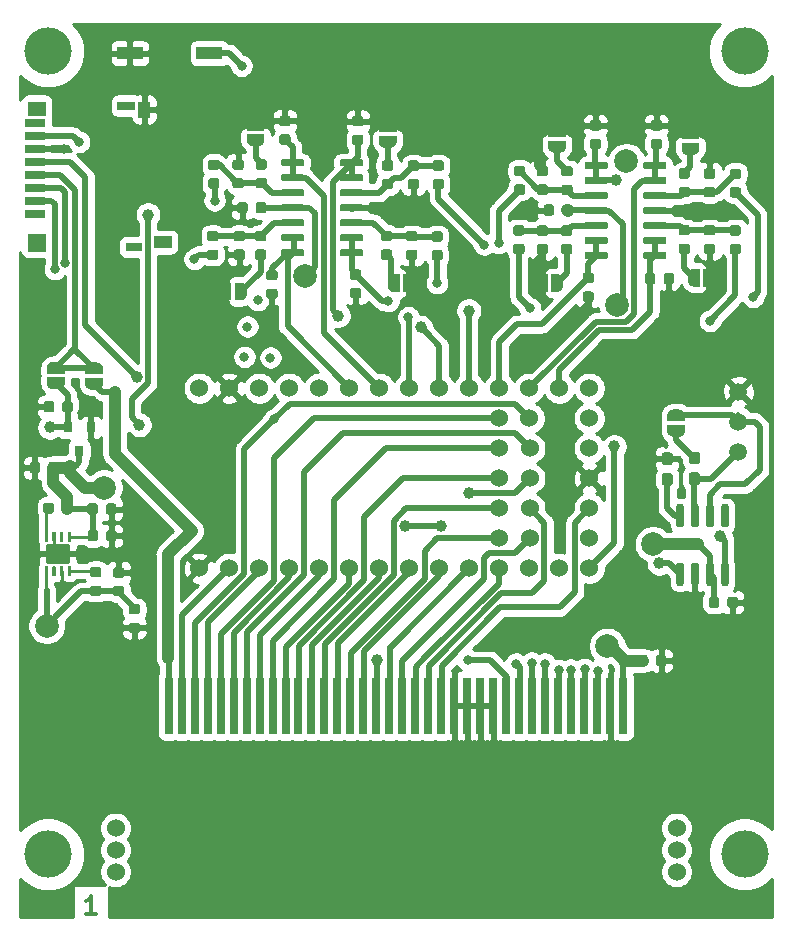
<source format=gtl>
G04 #@! TF.GenerationSoftware,KiCad,Pcbnew,(5.1.4)-1*
G04 #@! TF.CreationDate,2019-12-10T17:27:58+01:00*
G04 #@! TF.ProjectId,teensy4_header_breakout,7465656e-7379-4345-9f68-65616465725f,rev?*
G04 #@! TF.SameCoordinates,Original*
G04 #@! TF.FileFunction,Copper,L1,Top*
G04 #@! TF.FilePolarity,Positive*
%FSLAX46Y46*%
G04 Gerber Fmt 4.6, Leading zero omitted, Abs format (unit mm)*
G04 Created by KiCad (PCBNEW (5.1.4)-1) date 2019-12-10 17:27:58*
%MOMM*%
%LPD*%
G04 APERTURE LIST*
%ADD10C,0.300000*%
%ADD11C,0.500000*%
%ADD12C,0.100000*%
%ADD13C,1.524000*%
%ADD14R,0.700000X4.800000*%
%ADD15C,0.600000*%
%ADD16R,0.800000X0.900000*%
%ADD17C,0.300000*%
%ADD18C,1.700000*%
%ADD19R,2.160000X1.120000*%
%ADD20R,1.550000X1.000000*%
%ADD21R,1.500000X1.500000*%
%ADD22R,1.750000X0.700000*%
%ADD23R,1.400000X0.800000*%
%ADD24R,1.000000X1.450000*%
%ADD25R,1.500000X0.800000*%
%ADD26R,1.500000X1.300000*%
%ADD27C,0.875000*%
%ADD28C,0.950000*%
%ADD29C,4.000000*%
%ADD30C,1.500000*%
%ADD31C,0.800000*%
%ADD32C,2.000000*%
%ADD33C,1.000000*%
%ADD34C,0.500000*%
%ADD35C,0.250000*%
%ADD36C,1.000000*%
%ADD37C,0.254000*%
G04 APERTURE END LIST*
D10*
X117678571Y-147678571D02*
X116821428Y-147678571D01*
X117250000Y-147678571D02*
X117250000Y-146178571D01*
X117107142Y-146392857D01*
X116964285Y-146535714D01*
X116821428Y-146607142D01*
D11*
X114250000Y-102750000D03*
D12*
G36*
X114999398Y-102750000D02*
G01*
X114999398Y-102774534D01*
X114994588Y-102823365D01*
X114985016Y-102871490D01*
X114970772Y-102918445D01*
X114951995Y-102963778D01*
X114928864Y-103007051D01*
X114901604Y-103047850D01*
X114870476Y-103085779D01*
X114835779Y-103120476D01*
X114797850Y-103151604D01*
X114757051Y-103178864D01*
X114713778Y-103201995D01*
X114668445Y-103220772D01*
X114621490Y-103235016D01*
X114573365Y-103244588D01*
X114524534Y-103249398D01*
X114500000Y-103249398D01*
X114500000Y-103250000D01*
X114000000Y-103250000D01*
X114000000Y-103249398D01*
X113975466Y-103249398D01*
X113926635Y-103244588D01*
X113878510Y-103235016D01*
X113831555Y-103220772D01*
X113786222Y-103201995D01*
X113742949Y-103178864D01*
X113702150Y-103151604D01*
X113664221Y-103120476D01*
X113629524Y-103085779D01*
X113598396Y-103047850D01*
X113571136Y-103007051D01*
X113548005Y-102963778D01*
X113529228Y-102918445D01*
X113514984Y-102871490D01*
X113505412Y-102823365D01*
X113500602Y-102774534D01*
X113500602Y-102750000D01*
X113500000Y-102750000D01*
X113500000Y-102250000D01*
X115000000Y-102250000D01*
X115000000Y-102750000D01*
X114999398Y-102750000D01*
X114999398Y-102750000D01*
G37*
D11*
X114250000Y-101450000D03*
D12*
G36*
X113500000Y-101950000D02*
G01*
X113500000Y-101450000D01*
X113500602Y-101450000D01*
X113500602Y-101425466D01*
X113505412Y-101376635D01*
X113514984Y-101328510D01*
X113529228Y-101281555D01*
X113548005Y-101236222D01*
X113571136Y-101192949D01*
X113598396Y-101152150D01*
X113629524Y-101114221D01*
X113664221Y-101079524D01*
X113702150Y-101048396D01*
X113742949Y-101021136D01*
X113786222Y-100998005D01*
X113831555Y-100979228D01*
X113878510Y-100964984D01*
X113926635Y-100955412D01*
X113975466Y-100950602D01*
X114000000Y-100950602D01*
X114000000Y-100950000D01*
X114500000Y-100950000D01*
X114500000Y-100950602D01*
X114524534Y-100950602D01*
X114573365Y-100955412D01*
X114621490Y-100964984D01*
X114668445Y-100979228D01*
X114713778Y-100998005D01*
X114757051Y-101021136D01*
X114797850Y-101048396D01*
X114835779Y-101079524D01*
X114870476Y-101114221D01*
X114901604Y-101152150D01*
X114928864Y-101192949D01*
X114951995Y-101236222D01*
X114970772Y-101281555D01*
X114985016Y-101328510D01*
X114994588Y-101376635D01*
X114999398Y-101425466D01*
X114999398Y-101450000D01*
X115000000Y-101450000D01*
X115000000Y-101950000D01*
X113500000Y-101950000D01*
X113500000Y-101950000D01*
G37*
D11*
X117500000Y-102800000D03*
D12*
G36*
X118249398Y-102800000D02*
G01*
X118249398Y-102824534D01*
X118244588Y-102873365D01*
X118235016Y-102921490D01*
X118220772Y-102968445D01*
X118201995Y-103013778D01*
X118178864Y-103057051D01*
X118151604Y-103097850D01*
X118120476Y-103135779D01*
X118085779Y-103170476D01*
X118047850Y-103201604D01*
X118007051Y-103228864D01*
X117963778Y-103251995D01*
X117918445Y-103270772D01*
X117871490Y-103285016D01*
X117823365Y-103294588D01*
X117774534Y-103299398D01*
X117750000Y-103299398D01*
X117750000Y-103300000D01*
X117250000Y-103300000D01*
X117250000Y-103299398D01*
X117225466Y-103299398D01*
X117176635Y-103294588D01*
X117128510Y-103285016D01*
X117081555Y-103270772D01*
X117036222Y-103251995D01*
X116992949Y-103228864D01*
X116952150Y-103201604D01*
X116914221Y-103170476D01*
X116879524Y-103135779D01*
X116848396Y-103097850D01*
X116821136Y-103057051D01*
X116798005Y-103013778D01*
X116779228Y-102968445D01*
X116764984Y-102921490D01*
X116755412Y-102873365D01*
X116750602Y-102824534D01*
X116750602Y-102800000D01*
X116750000Y-102800000D01*
X116750000Y-102300000D01*
X118250000Y-102300000D01*
X118250000Y-102800000D01*
X118249398Y-102800000D01*
X118249398Y-102800000D01*
G37*
D11*
X117500000Y-101500000D03*
D12*
G36*
X116750000Y-102000000D02*
G01*
X116750000Y-101500000D01*
X116750602Y-101500000D01*
X116750602Y-101475466D01*
X116755412Y-101426635D01*
X116764984Y-101378510D01*
X116779228Y-101331555D01*
X116798005Y-101286222D01*
X116821136Y-101242949D01*
X116848396Y-101202150D01*
X116879524Y-101164221D01*
X116914221Y-101129524D01*
X116952150Y-101098396D01*
X116992949Y-101071136D01*
X117036222Y-101048005D01*
X117081555Y-101029228D01*
X117128510Y-101014984D01*
X117176635Y-101005412D01*
X117225466Y-101000602D01*
X117250000Y-101000602D01*
X117250000Y-101000000D01*
X117750000Y-101000000D01*
X117750000Y-101000602D01*
X117774534Y-101000602D01*
X117823365Y-101005412D01*
X117871490Y-101014984D01*
X117918445Y-101029228D01*
X117963778Y-101048005D01*
X118007051Y-101071136D01*
X118047850Y-101098396D01*
X118085779Y-101129524D01*
X118120476Y-101164221D01*
X118151604Y-101202150D01*
X118178864Y-101242949D01*
X118201995Y-101286222D01*
X118220772Y-101331555D01*
X118235016Y-101378510D01*
X118244588Y-101426635D01*
X118249398Y-101475466D01*
X118249398Y-101500000D01*
X118250000Y-101500000D01*
X118250000Y-102000000D01*
X116750000Y-102000000D01*
X116750000Y-102000000D01*
G37*
D13*
X166809900Y-144121160D03*
X119309900Y-144121160D03*
X166809900Y-142271160D03*
X119309900Y-142271160D03*
X166809900Y-140421160D03*
X119309900Y-140421160D03*
D14*
X123801620Y-130068320D03*
X124901620Y-130068320D03*
X126001620Y-130068320D03*
X127101620Y-130068320D03*
X128201620Y-130068320D03*
X129301620Y-130068320D03*
X130401620Y-130068320D03*
X131501620Y-130068320D03*
X132601620Y-130068320D03*
X133701620Y-130068320D03*
X134801620Y-130068320D03*
X135901620Y-130068320D03*
X137001620Y-130068320D03*
X138101620Y-130068320D03*
X139201620Y-130068320D03*
X140301620Y-130068320D03*
X141401620Y-130068320D03*
X142501620Y-130068320D03*
X143601620Y-130068320D03*
X144701620Y-130068320D03*
X145801620Y-130068320D03*
X146901620Y-130068320D03*
X148001620Y-130068320D03*
X149101620Y-130068320D03*
X150201620Y-130068320D03*
X151301620Y-130068320D03*
X152401620Y-130068320D03*
X153501620Y-130068320D03*
X154601620Y-130068320D03*
X155701620Y-130068320D03*
X156801620Y-130068320D03*
X157901620Y-130068320D03*
X159001620Y-130068320D03*
X160101620Y-130068320D03*
X161201620Y-130068320D03*
X162301620Y-130068320D03*
D12*
G36*
X165809703Y-84028722D02*
G01*
X165824264Y-84030882D01*
X165838543Y-84034459D01*
X165852403Y-84039418D01*
X165865710Y-84045712D01*
X165878336Y-84053280D01*
X165890159Y-84062048D01*
X165901066Y-84071934D01*
X165910952Y-84082841D01*
X165919720Y-84094664D01*
X165927288Y-84107290D01*
X165933582Y-84120597D01*
X165938541Y-84134457D01*
X165942118Y-84148736D01*
X165944278Y-84163297D01*
X165945000Y-84178000D01*
X165945000Y-84478000D01*
X165944278Y-84492703D01*
X165942118Y-84507264D01*
X165938541Y-84521543D01*
X165933582Y-84535403D01*
X165927288Y-84548710D01*
X165919720Y-84561336D01*
X165910952Y-84573159D01*
X165901066Y-84584066D01*
X165890159Y-84593952D01*
X165878336Y-84602720D01*
X165865710Y-84610288D01*
X165852403Y-84616582D01*
X165838543Y-84621541D01*
X165824264Y-84625118D01*
X165809703Y-84627278D01*
X165795000Y-84628000D01*
X164145000Y-84628000D01*
X164130297Y-84627278D01*
X164115736Y-84625118D01*
X164101457Y-84621541D01*
X164087597Y-84616582D01*
X164074290Y-84610288D01*
X164061664Y-84602720D01*
X164049841Y-84593952D01*
X164038934Y-84584066D01*
X164029048Y-84573159D01*
X164020280Y-84561336D01*
X164012712Y-84548710D01*
X164006418Y-84535403D01*
X164001459Y-84521543D01*
X163997882Y-84507264D01*
X163995722Y-84492703D01*
X163995000Y-84478000D01*
X163995000Y-84178000D01*
X163995722Y-84163297D01*
X163997882Y-84148736D01*
X164001459Y-84134457D01*
X164006418Y-84120597D01*
X164012712Y-84107290D01*
X164020280Y-84094664D01*
X164029048Y-84082841D01*
X164038934Y-84071934D01*
X164049841Y-84062048D01*
X164061664Y-84053280D01*
X164074290Y-84045712D01*
X164087597Y-84039418D01*
X164101457Y-84034459D01*
X164115736Y-84030882D01*
X164130297Y-84028722D01*
X164145000Y-84028000D01*
X165795000Y-84028000D01*
X165809703Y-84028722D01*
X165809703Y-84028722D01*
G37*
D15*
X164970000Y-84328000D03*
D12*
G36*
X165809703Y-85298722D02*
G01*
X165824264Y-85300882D01*
X165838543Y-85304459D01*
X165852403Y-85309418D01*
X165865710Y-85315712D01*
X165878336Y-85323280D01*
X165890159Y-85332048D01*
X165901066Y-85341934D01*
X165910952Y-85352841D01*
X165919720Y-85364664D01*
X165927288Y-85377290D01*
X165933582Y-85390597D01*
X165938541Y-85404457D01*
X165942118Y-85418736D01*
X165944278Y-85433297D01*
X165945000Y-85448000D01*
X165945000Y-85748000D01*
X165944278Y-85762703D01*
X165942118Y-85777264D01*
X165938541Y-85791543D01*
X165933582Y-85805403D01*
X165927288Y-85818710D01*
X165919720Y-85831336D01*
X165910952Y-85843159D01*
X165901066Y-85854066D01*
X165890159Y-85863952D01*
X165878336Y-85872720D01*
X165865710Y-85880288D01*
X165852403Y-85886582D01*
X165838543Y-85891541D01*
X165824264Y-85895118D01*
X165809703Y-85897278D01*
X165795000Y-85898000D01*
X164145000Y-85898000D01*
X164130297Y-85897278D01*
X164115736Y-85895118D01*
X164101457Y-85891541D01*
X164087597Y-85886582D01*
X164074290Y-85880288D01*
X164061664Y-85872720D01*
X164049841Y-85863952D01*
X164038934Y-85854066D01*
X164029048Y-85843159D01*
X164020280Y-85831336D01*
X164012712Y-85818710D01*
X164006418Y-85805403D01*
X164001459Y-85791543D01*
X163997882Y-85777264D01*
X163995722Y-85762703D01*
X163995000Y-85748000D01*
X163995000Y-85448000D01*
X163995722Y-85433297D01*
X163997882Y-85418736D01*
X164001459Y-85404457D01*
X164006418Y-85390597D01*
X164012712Y-85377290D01*
X164020280Y-85364664D01*
X164029048Y-85352841D01*
X164038934Y-85341934D01*
X164049841Y-85332048D01*
X164061664Y-85323280D01*
X164074290Y-85315712D01*
X164087597Y-85309418D01*
X164101457Y-85304459D01*
X164115736Y-85300882D01*
X164130297Y-85298722D01*
X164145000Y-85298000D01*
X165795000Y-85298000D01*
X165809703Y-85298722D01*
X165809703Y-85298722D01*
G37*
D15*
X164970000Y-85598000D03*
D12*
G36*
X165809703Y-86568722D02*
G01*
X165824264Y-86570882D01*
X165838543Y-86574459D01*
X165852403Y-86579418D01*
X165865710Y-86585712D01*
X165878336Y-86593280D01*
X165890159Y-86602048D01*
X165901066Y-86611934D01*
X165910952Y-86622841D01*
X165919720Y-86634664D01*
X165927288Y-86647290D01*
X165933582Y-86660597D01*
X165938541Y-86674457D01*
X165942118Y-86688736D01*
X165944278Y-86703297D01*
X165945000Y-86718000D01*
X165945000Y-87018000D01*
X165944278Y-87032703D01*
X165942118Y-87047264D01*
X165938541Y-87061543D01*
X165933582Y-87075403D01*
X165927288Y-87088710D01*
X165919720Y-87101336D01*
X165910952Y-87113159D01*
X165901066Y-87124066D01*
X165890159Y-87133952D01*
X165878336Y-87142720D01*
X165865710Y-87150288D01*
X165852403Y-87156582D01*
X165838543Y-87161541D01*
X165824264Y-87165118D01*
X165809703Y-87167278D01*
X165795000Y-87168000D01*
X164145000Y-87168000D01*
X164130297Y-87167278D01*
X164115736Y-87165118D01*
X164101457Y-87161541D01*
X164087597Y-87156582D01*
X164074290Y-87150288D01*
X164061664Y-87142720D01*
X164049841Y-87133952D01*
X164038934Y-87124066D01*
X164029048Y-87113159D01*
X164020280Y-87101336D01*
X164012712Y-87088710D01*
X164006418Y-87075403D01*
X164001459Y-87061543D01*
X163997882Y-87047264D01*
X163995722Y-87032703D01*
X163995000Y-87018000D01*
X163995000Y-86718000D01*
X163995722Y-86703297D01*
X163997882Y-86688736D01*
X164001459Y-86674457D01*
X164006418Y-86660597D01*
X164012712Y-86647290D01*
X164020280Y-86634664D01*
X164029048Y-86622841D01*
X164038934Y-86611934D01*
X164049841Y-86602048D01*
X164061664Y-86593280D01*
X164074290Y-86585712D01*
X164087597Y-86579418D01*
X164101457Y-86574459D01*
X164115736Y-86570882D01*
X164130297Y-86568722D01*
X164145000Y-86568000D01*
X165795000Y-86568000D01*
X165809703Y-86568722D01*
X165809703Y-86568722D01*
G37*
D15*
X164970000Y-86868000D03*
D12*
G36*
X165809703Y-87838722D02*
G01*
X165824264Y-87840882D01*
X165838543Y-87844459D01*
X165852403Y-87849418D01*
X165865710Y-87855712D01*
X165878336Y-87863280D01*
X165890159Y-87872048D01*
X165901066Y-87881934D01*
X165910952Y-87892841D01*
X165919720Y-87904664D01*
X165927288Y-87917290D01*
X165933582Y-87930597D01*
X165938541Y-87944457D01*
X165942118Y-87958736D01*
X165944278Y-87973297D01*
X165945000Y-87988000D01*
X165945000Y-88288000D01*
X165944278Y-88302703D01*
X165942118Y-88317264D01*
X165938541Y-88331543D01*
X165933582Y-88345403D01*
X165927288Y-88358710D01*
X165919720Y-88371336D01*
X165910952Y-88383159D01*
X165901066Y-88394066D01*
X165890159Y-88403952D01*
X165878336Y-88412720D01*
X165865710Y-88420288D01*
X165852403Y-88426582D01*
X165838543Y-88431541D01*
X165824264Y-88435118D01*
X165809703Y-88437278D01*
X165795000Y-88438000D01*
X164145000Y-88438000D01*
X164130297Y-88437278D01*
X164115736Y-88435118D01*
X164101457Y-88431541D01*
X164087597Y-88426582D01*
X164074290Y-88420288D01*
X164061664Y-88412720D01*
X164049841Y-88403952D01*
X164038934Y-88394066D01*
X164029048Y-88383159D01*
X164020280Y-88371336D01*
X164012712Y-88358710D01*
X164006418Y-88345403D01*
X164001459Y-88331543D01*
X163997882Y-88317264D01*
X163995722Y-88302703D01*
X163995000Y-88288000D01*
X163995000Y-87988000D01*
X163995722Y-87973297D01*
X163997882Y-87958736D01*
X164001459Y-87944457D01*
X164006418Y-87930597D01*
X164012712Y-87917290D01*
X164020280Y-87904664D01*
X164029048Y-87892841D01*
X164038934Y-87881934D01*
X164049841Y-87872048D01*
X164061664Y-87863280D01*
X164074290Y-87855712D01*
X164087597Y-87849418D01*
X164101457Y-87844459D01*
X164115736Y-87840882D01*
X164130297Y-87838722D01*
X164145000Y-87838000D01*
X165795000Y-87838000D01*
X165809703Y-87838722D01*
X165809703Y-87838722D01*
G37*
D15*
X164970000Y-88138000D03*
D12*
G36*
X165809703Y-89108722D02*
G01*
X165824264Y-89110882D01*
X165838543Y-89114459D01*
X165852403Y-89119418D01*
X165865710Y-89125712D01*
X165878336Y-89133280D01*
X165890159Y-89142048D01*
X165901066Y-89151934D01*
X165910952Y-89162841D01*
X165919720Y-89174664D01*
X165927288Y-89187290D01*
X165933582Y-89200597D01*
X165938541Y-89214457D01*
X165942118Y-89228736D01*
X165944278Y-89243297D01*
X165945000Y-89258000D01*
X165945000Y-89558000D01*
X165944278Y-89572703D01*
X165942118Y-89587264D01*
X165938541Y-89601543D01*
X165933582Y-89615403D01*
X165927288Y-89628710D01*
X165919720Y-89641336D01*
X165910952Y-89653159D01*
X165901066Y-89664066D01*
X165890159Y-89673952D01*
X165878336Y-89682720D01*
X165865710Y-89690288D01*
X165852403Y-89696582D01*
X165838543Y-89701541D01*
X165824264Y-89705118D01*
X165809703Y-89707278D01*
X165795000Y-89708000D01*
X164145000Y-89708000D01*
X164130297Y-89707278D01*
X164115736Y-89705118D01*
X164101457Y-89701541D01*
X164087597Y-89696582D01*
X164074290Y-89690288D01*
X164061664Y-89682720D01*
X164049841Y-89673952D01*
X164038934Y-89664066D01*
X164029048Y-89653159D01*
X164020280Y-89641336D01*
X164012712Y-89628710D01*
X164006418Y-89615403D01*
X164001459Y-89601543D01*
X163997882Y-89587264D01*
X163995722Y-89572703D01*
X163995000Y-89558000D01*
X163995000Y-89258000D01*
X163995722Y-89243297D01*
X163997882Y-89228736D01*
X164001459Y-89214457D01*
X164006418Y-89200597D01*
X164012712Y-89187290D01*
X164020280Y-89174664D01*
X164029048Y-89162841D01*
X164038934Y-89151934D01*
X164049841Y-89142048D01*
X164061664Y-89133280D01*
X164074290Y-89125712D01*
X164087597Y-89119418D01*
X164101457Y-89114459D01*
X164115736Y-89110882D01*
X164130297Y-89108722D01*
X164145000Y-89108000D01*
X165795000Y-89108000D01*
X165809703Y-89108722D01*
X165809703Y-89108722D01*
G37*
D15*
X164970000Y-89408000D03*
D12*
G36*
X165809703Y-90378722D02*
G01*
X165824264Y-90380882D01*
X165838543Y-90384459D01*
X165852403Y-90389418D01*
X165865710Y-90395712D01*
X165878336Y-90403280D01*
X165890159Y-90412048D01*
X165901066Y-90421934D01*
X165910952Y-90432841D01*
X165919720Y-90444664D01*
X165927288Y-90457290D01*
X165933582Y-90470597D01*
X165938541Y-90484457D01*
X165942118Y-90498736D01*
X165944278Y-90513297D01*
X165945000Y-90528000D01*
X165945000Y-90828000D01*
X165944278Y-90842703D01*
X165942118Y-90857264D01*
X165938541Y-90871543D01*
X165933582Y-90885403D01*
X165927288Y-90898710D01*
X165919720Y-90911336D01*
X165910952Y-90923159D01*
X165901066Y-90934066D01*
X165890159Y-90943952D01*
X165878336Y-90952720D01*
X165865710Y-90960288D01*
X165852403Y-90966582D01*
X165838543Y-90971541D01*
X165824264Y-90975118D01*
X165809703Y-90977278D01*
X165795000Y-90978000D01*
X164145000Y-90978000D01*
X164130297Y-90977278D01*
X164115736Y-90975118D01*
X164101457Y-90971541D01*
X164087597Y-90966582D01*
X164074290Y-90960288D01*
X164061664Y-90952720D01*
X164049841Y-90943952D01*
X164038934Y-90934066D01*
X164029048Y-90923159D01*
X164020280Y-90911336D01*
X164012712Y-90898710D01*
X164006418Y-90885403D01*
X164001459Y-90871543D01*
X163997882Y-90857264D01*
X163995722Y-90842703D01*
X163995000Y-90828000D01*
X163995000Y-90528000D01*
X163995722Y-90513297D01*
X163997882Y-90498736D01*
X164001459Y-90484457D01*
X164006418Y-90470597D01*
X164012712Y-90457290D01*
X164020280Y-90444664D01*
X164029048Y-90432841D01*
X164038934Y-90421934D01*
X164049841Y-90412048D01*
X164061664Y-90403280D01*
X164074290Y-90395712D01*
X164087597Y-90389418D01*
X164101457Y-90384459D01*
X164115736Y-90380882D01*
X164130297Y-90378722D01*
X164145000Y-90378000D01*
X165795000Y-90378000D01*
X165809703Y-90378722D01*
X165809703Y-90378722D01*
G37*
D15*
X164970000Y-90678000D03*
D12*
G36*
X165809703Y-91648722D02*
G01*
X165824264Y-91650882D01*
X165838543Y-91654459D01*
X165852403Y-91659418D01*
X165865710Y-91665712D01*
X165878336Y-91673280D01*
X165890159Y-91682048D01*
X165901066Y-91691934D01*
X165910952Y-91702841D01*
X165919720Y-91714664D01*
X165927288Y-91727290D01*
X165933582Y-91740597D01*
X165938541Y-91754457D01*
X165942118Y-91768736D01*
X165944278Y-91783297D01*
X165945000Y-91798000D01*
X165945000Y-92098000D01*
X165944278Y-92112703D01*
X165942118Y-92127264D01*
X165938541Y-92141543D01*
X165933582Y-92155403D01*
X165927288Y-92168710D01*
X165919720Y-92181336D01*
X165910952Y-92193159D01*
X165901066Y-92204066D01*
X165890159Y-92213952D01*
X165878336Y-92222720D01*
X165865710Y-92230288D01*
X165852403Y-92236582D01*
X165838543Y-92241541D01*
X165824264Y-92245118D01*
X165809703Y-92247278D01*
X165795000Y-92248000D01*
X164145000Y-92248000D01*
X164130297Y-92247278D01*
X164115736Y-92245118D01*
X164101457Y-92241541D01*
X164087597Y-92236582D01*
X164074290Y-92230288D01*
X164061664Y-92222720D01*
X164049841Y-92213952D01*
X164038934Y-92204066D01*
X164029048Y-92193159D01*
X164020280Y-92181336D01*
X164012712Y-92168710D01*
X164006418Y-92155403D01*
X164001459Y-92141543D01*
X163997882Y-92127264D01*
X163995722Y-92112703D01*
X163995000Y-92098000D01*
X163995000Y-91798000D01*
X163995722Y-91783297D01*
X163997882Y-91768736D01*
X164001459Y-91754457D01*
X164006418Y-91740597D01*
X164012712Y-91727290D01*
X164020280Y-91714664D01*
X164029048Y-91702841D01*
X164038934Y-91691934D01*
X164049841Y-91682048D01*
X164061664Y-91673280D01*
X164074290Y-91665712D01*
X164087597Y-91659418D01*
X164101457Y-91654459D01*
X164115736Y-91650882D01*
X164130297Y-91648722D01*
X164145000Y-91648000D01*
X165795000Y-91648000D01*
X165809703Y-91648722D01*
X165809703Y-91648722D01*
G37*
D15*
X164970000Y-91948000D03*
D12*
G36*
X160859703Y-91648722D02*
G01*
X160874264Y-91650882D01*
X160888543Y-91654459D01*
X160902403Y-91659418D01*
X160915710Y-91665712D01*
X160928336Y-91673280D01*
X160940159Y-91682048D01*
X160951066Y-91691934D01*
X160960952Y-91702841D01*
X160969720Y-91714664D01*
X160977288Y-91727290D01*
X160983582Y-91740597D01*
X160988541Y-91754457D01*
X160992118Y-91768736D01*
X160994278Y-91783297D01*
X160995000Y-91798000D01*
X160995000Y-92098000D01*
X160994278Y-92112703D01*
X160992118Y-92127264D01*
X160988541Y-92141543D01*
X160983582Y-92155403D01*
X160977288Y-92168710D01*
X160969720Y-92181336D01*
X160960952Y-92193159D01*
X160951066Y-92204066D01*
X160940159Y-92213952D01*
X160928336Y-92222720D01*
X160915710Y-92230288D01*
X160902403Y-92236582D01*
X160888543Y-92241541D01*
X160874264Y-92245118D01*
X160859703Y-92247278D01*
X160845000Y-92248000D01*
X159195000Y-92248000D01*
X159180297Y-92247278D01*
X159165736Y-92245118D01*
X159151457Y-92241541D01*
X159137597Y-92236582D01*
X159124290Y-92230288D01*
X159111664Y-92222720D01*
X159099841Y-92213952D01*
X159088934Y-92204066D01*
X159079048Y-92193159D01*
X159070280Y-92181336D01*
X159062712Y-92168710D01*
X159056418Y-92155403D01*
X159051459Y-92141543D01*
X159047882Y-92127264D01*
X159045722Y-92112703D01*
X159045000Y-92098000D01*
X159045000Y-91798000D01*
X159045722Y-91783297D01*
X159047882Y-91768736D01*
X159051459Y-91754457D01*
X159056418Y-91740597D01*
X159062712Y-91727290D01*
X159070280Y-91714664D01*
X159079048Y-91702841D01*
X159088934Y-91691934D01*
X159099841Y-91682048D01*
X159111664Y-91673280D01*
X159124290Y-91665712D01*
X159137597Y-91659418D01*
X159151457Y-91654459D01*
X159165736Y-91650882D01*
X159180297Y-91648722D01*
X159195000Y-91648000D01*
X160845000Y-91648000D01*
X160859703Y-91648722D01*
X160859703Y-91648722D01*
G37*
D15*
X160020000Y-91948000D03*
D12*
G36*
X160859703Y-90378722D02*
G01*
X160874264Y-90380882D01*
X160888543Y-90384459D01*
X160902403Y-90389418D01*
X160915710Y-90395712D01*
X160928336Y-90403280D01*
X160940159Y-90412048D01*
X160951066Y-90421934D01*
X160960952Y-90432841D01*
X160969720Y-90444664D01*
X160977288Y-90457290D01*
X160983582Y-90470597D01*
X160988541Y-90484457D01*
X160992118Y-90498736D01*
X160994278Y-90513297D01*
X160995000Y-90528000D01*
X160995000Y-90828000D01*
X160994278Y-90842703D01*
X160992118Y-90857264D01*
X160988541Y-90871543D01*
X160983582Y-90885403D01*
X160977288Y-90898710D01*
X160969720Y-90911336D01*
X160960952Y-90923159D01*
X160951066Y-90934066D01*
X160940159Y-90943952D01*
X160928336Y-90952720D01*
X160915710Y-90960288D01*
X160902403Y-90966582D01*
X160888543Y-90971541D01*
X160874264Y-90975118D01*
X160859703Y-90977278D01*
X160845000Y-90978000D01*
X159195000Y-90978000D01*
X159180297Y-90977278D01*
X159165736Y-90975118D01*
X159151457Y-90971541D01*
X159137597Y-90966582D01*
X159124290Y-90960288D01*
X159111664Y-90952720D01*
X159099841Y-90943952D01*
X159088934Y-90934066D01*
X159079048Y-90923159D01*
X159070280Y-90911336D01*
X159062712Y-90898710D01*
X159056418Y-90885403D01*
X159051459Y-90871543D01*
X159047882Y-90857264D01*
X159045722Y-90842703D01*
X159045000Y-90828000D01*
X159045000Y-90528000D01*
X159045722Y-90513297D01*
X159047882Y-90498736D01*
X159051459Y-90484457D01*
X159056418Y-90470597D01*
X159062712Y-90457290D01*
X159070280Y-90444664D01*
X159079048Y-90432841D01*
X159088934Y-90421934D01*
X159099841Y-90412048D01*
X159111664Y-90403280D01*
X159124290Y-90395712D01*
X159137597Y-90389418D01*
X159151457Y-90384459D01*
X159165736Y-90380882D01*
X159180297Y-90378722D01*
X159195000Y-90378000D01*
X160845000Y-90378000D01*
X160859703Y-90378722D01*
X160859703Y-90378722D01*
G37*
D15*
X160020000Y-90678000D03*
D12*
G36*
X160859703Y-89108722D02*
G01*
X160874264Y-89110882D01*
X160888543Y-89114459D01*
X160902403Y-89119418D01*
X160915710Y-89125712D01*
X160928336Y-89133280D01*
X160940159Y-89142048D01*
X160951066Y-89151934D01*
X160960952Y-89162841D01*
X160969720Y-89174664D01*
X160977288Y-89187290D01*
X160983582Y-89200597D01*
X160988541Y-89214457D01*
X160992118Y-89228736D01*
X160994278Y-89243297D01*
X160995000Y-89258000D01*
X160995000Y-89558000D01*
X160994278Y-89572703D01*
X160992118Y-89587264D01*
X160988541Y-89601543D01*
X160983582Y-89615403D01*
X160977288Y-89628710D01*
X160969720Y-89641336D01*
X160960952Y-89653159D01*
X160951066Y-89664066D01*
X160940159Y-89673952D01*
X160928336Y-89682720D01*
X160915710Y-89690288D01*
X160902403Y-89696582D01*
X160888543Y-89701541D01*
X160874264Y-89705118D01*
X160859703Y-89707278D01*
X160845000Y-89708000D01*
X159195000Y-89708000D01*
X159180297Y-89707278D01*
X159165736Y-89705118D01*
X159151457Y-89701541D01*
X159137597Y-89696582D01*
X159124290Y-89690288D01*
X159111664Y-89682720D01*
X159099841Y-89673952D01*
X159088934Y-89664066D01*
X159079048Y-89653159D01*
X159070280Y-89641336D01*
X159062712Y-89628710D01*
X159056418Y-89615403D01*
X159051459Y-89601543D01*
X159047882Y-89587264D01*
X159045722Y-89572703D01*
X159045000Y-89558000D01*
X159045000Y-89258000D01*
X159045722Y-89243297D01*
X159047882Y-89228736D01*
X159051459Y-89214457D01*
X159056418Y-89200597D01*
X159062712Y-89187290D01*
X159070280Y-89174664D01*
X159079048Y-89162841D01*
X159088934Y-89151934D01*
X159099841Y-89142048D01*
X159111664Y-89133280D01*
X159124290Y-89125712D01*
X159137597Y-89119418D01*
X159151457Y-89114459D01*
X159165736Y-89110882D01*
X159180297Y-89108722D01*
X159195000Y-89108000D01*
X160845000Y-89108000D01*
X160859703Y-89108722D01*
X160859703Y-89108722D01*
G37*
D15*
X160020000Y-89408000D03*
D12*
G36*
X160859703Y-87838722D02*
G01*
X160874264Y-87840882D01*
X160888543Y-87844459D01*
X160902403Y-87849418D01*
X160915710Y-87855712D01*
X160928336Y-87863280D01*
X160940159Y-87872048D01*
X160951066Y-87881934D01*
X160960952Y-87892841D01*
X160969720Y-87904664D01*
X160977288Y-87917290D01*
X160983582Y-87930597D01*
X160988541Y-87944457D01*
X160992118Y-87958736D01*
X160994278Y-87973297D01*
X160995000Y-87988000D01*
X160995000Y-88288000D01*
X160994278Y-88302703D01*
X160992118Y-88317264D01*
X160988541Y-88331543D01*
X160983582Y-88345403D01*
X160977288Y-88358710D01*
X160969720Y-88371336D01*
X160960952Y-88383159D01*
X160951066Y-88394066D01*
X160940159Y-88403952D01*
X160928336Y-88412720D01*
X160915710Y-88420288D01*
X160902403Y-88426582D01*
X160888543Y-88431541D01*
X160874264Y-88435118D01*
X160859703Y-88437278D01*
X160845000Y-88438000D01*
X159195000Y-88438000D01*
X159180297Y-88437278D01*
X159165736Y-88435118D01*
X159151457Y-88431541D01*
X159137597Y-88426582D01*
X159124290Y-88420288D01*
X159111664Y-88412720D01*
X159099841Y-88403952D01*
X159088934Y-88394066D01*
X159079048Y-88383159D01*
X159070280Y-88371336D01*
X159062712Y-88358710D01*
X159056418Y-88345403D01*
X159051459Y-88331543D01*
X159047882Y-88317264D01*
X159045722Y-88302703D01*
X159045000Y-88288000D01*
X159045000Y-87988000D01*
X159045722Y-87973297D01*
X159047882Y-87958736D01*
X159051459Y-87944457D01*
X159056418Y-87930597D01*
X159062712Y-87917290D01*
X159070280Y-87904664D01*
X159079048Y-87892841D01*
X159088934Y-87881934D01*
X159099841Y-87872048D01*
X159111664Y-87863280D01*
X159124290Y-87855712D01*
X159137597Y-87849418D01*
X159151457Y-87844459D01*
X159165736Y-87840882D01*
X159180297Y-87838722D01*
X159195000Y-87838000D01*
X160845000Y-87838000D01*
X160859703Y-87838722D01*
X160859703Y-87838722D01*
G37*
D15*
X160020000Y-88138000D03*
D12*
G36*
X160859703Y-86568722D02*
G01*
X160874264Y-86570882D01*
X160888543Y-86574459D01*
X160902403Y-86579418D01*
X160915710Y-86585712D01*
X160928336Y-86593280D01*
X160940159Y-86602048D01*
X160951066Y-86611934D01*
X160960952Y-86622841D01*
X160969720Y-86634664D01*
X160977288Y-86647290D01*
X160983582Y-86660597D01*
X160988541Y-86674457D01*
X160992118Y-86688736D01*
X160994278Y-86703297D01*
X160995000Y-86718000D01*
X160995000Y-87018000D01*
X160994278Y-87032703D01*
X160992118Y-87047264D01*
X160988541Y-87061543D01*
X160983582Y-87075403D01*
X160977288Y-87088710D01*
X160969720Y-87101336D01*
X160960952Y-87113159D01*
X160951066Y-87124066D01*
X160940159Y-87133952D01*
X160928336Y-87142720D01*
X160915710Y-87150288D01*
X160902403Y-87156582D01*
X160888543Y-87161541D01*
X160874264Y-87165118D01*
X160859703Y-87167278D01*
X160845000Y-87168000D01*
X159195000Y-87168000D01*
X159180297Y-87167278D01*
X159165736Y-87165118D01*
X159151457Y-87161541D01*
X159137597Y-87156582D01*
X159124290Y-87150288D01*
X159111664Y-87142720D01*
X159099841Y-87133952D01*
X159088934Y-87124066D01*
X159079048Y-87113159D01*
X159070280Y-87101336D01*
X159062712Y-87088710D01*
X159056418Y-87075403D01*
X159051459Y-87061543D01*
X159047882Y-87047264D01*
X159045722Y-87032703D01*
X159045000Y-87018000D01*
X159045000Y-86718000D01*
X159045722Y-86703297D01*
X159047882Y-86688736D01*
X159051459Y-86674457D01*
X159056418Y-86660597D01*
X159062712Y-86647290D01*
X159070280Y-86634664D01*
X159079048Y-86622841D01*
X159088934Y-86611934D01*
X159099841Y-86602048D01*
X159111664Y-86593280D01*
X159124290Y-86585712D01*
X159137597Y-86579418D01*
X159151457Y-86574459D01*
X159165736Y-86570882D01*
X159180297Y-86568722D01*
X159195000Y-86568000D01*
X160845000Y-86568000D01*
X160859703Y-86568722D01*
X160859703Y-86568722D01*
G37*
D15*
X160020000Y-86868000D03*
D12*
G36*
X160859703Y-85298722D02*
G01*
X160874264Y-85300882D01*
X160888543Y-85304459D01*
X160902403Y-85309418D01*
X160915710Y-85315712D01*
X160928336Y-85323280D01*
X160940159Y-85332048D01*
X160951066Y-85341934D01*
X160960952Y-85352841D01*
X160969720Y-85364664D01*
X160977288Y-85377290D01*
X160983582Y-85390597D01*
X160988541Y-85404457D01*
X160992118Y-85418736D01*
X160994278Y-85433297D01*
X160995000Y-85448000D01*
X160995000Y-85748000D01*
X160994278Y-85762703D01*
X160992118Y-85777264D01*
X160988541Y-85791543D01*
X160983582Y-85805403D01*
X160977288Y-85818710D01*
X160969720Y-85831336D01*
X160960952Y-85843159D01*
X160951066Y-85854066D01*
X160940159Y-85863952D01*
X160928336Y-85872720D01*
X160915710Y-85880288D01*
X160902403Y-85886582D01*
X160888543Y-85891541D01*
X160874264Y-85895118D01*
X160859703Y-85897278D01*
X160845000Y-85898000D01*
X159195000Y-85898000D01*
X159180297Y-85897278D01*
X159165736Y-85895118D01*
X159151457Y-85891541D01*
X159137597Y-85886582D01*
X159124290Y-85880288D01*
X159111664Y-85872720D01*
X159099841Y-85863952D01*
X159088934Y-85854066D01*
X159079048Y-85843159D01*
X159070280Y-85831336D01*
X159062712Y-85818710D01*
X159056418Y-85805403D01*
X159051459Y-85791543D01*
X159047882Y-85777264D01*
X159045722Y-85762703D01*
X159045000Y-85748000D01*
X159045000Y-85448000D01*
X159045722Y-85433297D01*
X159047882Y-85418736D01*
X159051459Y-85404457D01*
X159056418Y-85390597D01*
X159062712Y-85377290D01*
X159070280Y-85364664D01*
X159079048Y-85352841D01*
X159088934Y-85341934D01*
X159099841Y-85332048D01*
X159111664Y-85323280D01*
X159124290Y-85315712D01*
X159137597Y-85309418D01*
X159151457Y-85304459D01*
X159165736Y-85300882D01*
X159180297Y-85298722D01*
X159195000Y-85298000D01*
X160845000Y-85298000D01*
X160859703Y-85298722D01*
X160859703Y-85298722D01*
G37*
D15*
X160020000Y-85598000D03*
D12*
G36*
X160859703Y-84028722D02*
G01*
X160874264Y-84030882D01*
X160888543Y-84034459D01*
X160902403Y-84039418D01*
X160915710Y-84045712D01*
X160928336Y-84053280D01*
X160940159Y-84062048D01*
X160951066Y-84071934D01*
X160960952Y-84082841D01*
X160969720Y-84094664D01*
X160977288Y-84107290D01*
X160983582Y-84120597D01*
X160988541Y-84134457D01*
X160992118Y-84148736D01*
X160994278Y-84163297D01*
X160995000Y-84178000D01*
X160995000Y-84478000D01*
X160994278Y-84492703D01*
X160992118Y-84507264D01*
X160988541Y-84521543D01*
X160983582Y-84535403D01*
X160977288Y-84548710D01*
X160969720Y-84561336D01*
X160960952Y-84573159D01*
X160951066Y-84584066D01*
X160940159Y-84593952D01*
X160928336Y-84602720D01*
X160915710Y-84610288D01*
X160902403Y-84616582D01*
X160888543Y-84621541D01*
X160874264Y-84625118D01*
X160859703Y-84627278D01*
X160845000Y-84628000D01*
X159195000Y-84628000D01*
X159180297Y-84627278D01*
X159165736Y-84625118D01*
X159151457Y-84621541D01*
X159137597Y-84616582D01*
X159124290Y-84610288D01*
X159111664Y-84602720D01*
X159099841Y-84593952D01*
X159088934Y-84584066D01*
X159079048Y-84573159D01*
X159070280Y-84561336D01*
X159062712Y-84548710D01*
X159056418Y-84535403D01*
X159051459Y-84521543D01*
X159047882Y-84507264D01*
X159045722Y-84492703D01*
X159045000Y-84478000D01*
X159045000Y-84178000D01*
X159045722Y-84163297D01*
X159047882Y-84148736D01*
X159051459Y-84134457D01*
X159056418Y-84120597D01*
X159062712Y-84107290D01*
X159070280Y-84094664D01*
X159079048Y-84082841D01*
X159088934Y-84071934D01*
X159099841Y-84062048D01*
X159111664Y-84053280D01*
X159124290Y-84045712D01*
X159137597Y-84039418D01*
X159151457Y-84034459D01*
X159165736Y-84030882D01*
X159180297Y-84028722D01*
X159195000Y-84028000D01*
X160845000Y-84028000D01*
X160859703Y-84028722D01*
X160859703Y-84028722D01*
G37*
D15*
X160020000Y-84328000D03*
D16*
X116250000Y-108500000D03*
X115300000Y-106500000D03*
X117200000Y-106500000D03*
D13*
X151795480Y-105722420D03*
X151795480Y-108262420D03*
X151795480Y-110802420D03*
X151795480Y-113342420D03*
X151795480Y-115882420D03*
X154335480Y-105722420D03*
X154395480Y-108262420D03*
X154395480Y-110802420D03*
X154395480Y-113342420D03*
X154395480Y-115882420D03*
X159415480Y-105722420D03*
X159415480Y-108262420D03*
X159415480Y-110802420D03*
X159415480Y-113342420D03*
X159415480Y-115882420D03*
X159415480Y-103182420D03*
X159415480Y-118422420D03*
X156875480Y-103182420D03*
X156875480Y-118422420D03*
X154335480Y-103182420D03*
X154335480Y-118422420D03*
X151795480Y-103182420D03*
X151795480Y-118422420D03*
X149255480Y-103182420D03*
X149255480Y-118422420D03*
X146715480Y-103182420D03*
X146715480Y-118422420D03*
X144175480Y-103182420D03*
X144175480Y-118422420D03*
X141635480Y-103182420D03*
X141635480Y-118422420D03*
X139095480Y-103182420D03*
X139095480Y-118422420D03*
X136555480Y-103182420D03*
X136555480Y-118422420D03*
X134015480Y-103182420D03*
X134015480Y-118422420D03*
X131475480Y-103182420D03*
X131475480Y-118422420D03*
X128935480Y-103182420D03*
X128935480Y-118422420D03*
X126395480Y-103182420D03*
X126395480Y-118422420D03*
D12*
G36*
X113536891Y-115363741D02*
G01*
X113544172Y-115364821D01*
X113551311Y-115366609D01*
X113558241Y-115369089D01*
X113564895Y-115372236D01*
X113571208Y-115376020D01*
X113577119Y-115380404D01*
X113582573Y-115385347D01*
X113587516Y-115390801D01*
X113591900Y-115396712D01*
X113595684Y-115403025D01*
X113598831Y-115409679D01*
X113601311Y-115416609D01*
X113603099Y-115423748D01*
X113604179Y-115431029D01*
X113604540Y-115438380D01*
X113604540Y-116088380D01*
X113604179Y-116095731D01*
X113603099Y-116103012D01*
X113601311Y-116110151D01*
X113598831Y-116117081D01*
X113595684Y-116123735D01*
X113591900Y-116130048D01*
X113587516Y-116135959D01*
X113582573Y-116141413D01*
X113577119Y-116146356D01*
X113571208Y-116150740D01*
X113564895Y-116154524D01*
X113558241Y-116157671D01*
X113551311Y-116160151D01*
X113544172Y-116161939D01*
X113536891Y-116163019D01*
X113529540Y-116163380D01*
X113379540Y-116163380D01*
X113372189Y-116163019D01*
X113364908Y-116161939D01*
X113357769Y-116160151D01*
X113350839Y-116157671D01*
X113344185Y-116154524D01*
X113337872Y-116150740D01*
X113331961Y-116146356D01*
X113326507Y-116141413D01*
X113321564Y-116135959D01*
X113317180Y-116130048D01*
X113313396Y-116123735D01*
X113310249Y-116117081D01*
X113307769Y-116110151D01*
X113305981Y-116103012D01*
X113304901Y-116095731D01*
X113304540Y-116088380D01*
X113304540Y-115438380D01*
X113304901Y-115431029D01*
X113305981Y-115423748D01*
X113307769Y-115416609D01*
X113310249Y-115409679D01*
X113313396Y-115403025D01*
X113317180Y-115396712D01*
X113321564Y-115390801D01*
X113326507Y-115385347D01*
X113331961Y-115380404D01*
X113337872Y-115376020D01*
X113344185Y-115372236D01*
X113350839Y-115369089D01*
X113357769Y-115366609D01*
X113364908Y-115364821D01*
X113372189Y-115363741D01*
X113379540Y-115363380D01*
X113529540Y-115363380D01*
X113536891Y-115363741D01*
X113536891Y-115363741D01*
G37*
D17*
X113454540Y-115763380D03*
D12*
G36*
X114186891Y-115363741D02*
G01*
X114194172Y-115364821D01*
X114201311Y-115366609D01*
X114208241Y-115369089D01*
X114214895Y-115372236D01*
X114221208Y-115376020D01*
X114227119Y-115380404D01*
X114232573Y-115385347D01*
X114237516Y-115390801D01*
X114241900Y-115396712D01*
X114245684Y-115403025D01*
X114248831Y-115409679D01*
X114251311Y-115416609D01*
X114253099Y-115423748D01*
X114254179Y-115431029D01*
X114254540Y-115438380D01*
X114254540Y-116088380D01*
X114254179Y-116095731D01*
X114253099Y-116103012D01*
X114251311Y-116110151D01*
X114248831Y-116117081D01*
X114245684Y-116123735D01*
X114241900Y-116130048D01*
X114237516Y-116135959D01*
X114232573Y-116141413D01*
X114227119Y-116146356D01*
X114221208Y-116150740D01*
X114214895Y-116154524D01*
X114208241Y-116157671D01*
X114201311Y-116160151D01*
X114194172Y-116161939D01*
X114186891Y-116163019D01*
X114179540Y-116163380D01*
X114029540Y-116163380D01*
X114022189Y-116163019D01*
X114014908Y-116161939D01*
X114007769Y-116160151D01*
X114000839Y-116157671D01*
X113994185Y-116154524D01*
X113987872Y-116150740D01*
X113981961Y-116146356D01*
X113976507Y-116141413D01*
X113971564Y-116135959D01*
X113967180Y-116130048D01*
X113963396Y-116123735D01*
X113960249Y-116117081D01*
X113957769Y-116110151D01*
X113955981Y-116103012D01*
X113954901Y-116095731D01*
X113954540Y-116088380D01*
X113954540Y-115438380D01*
X113954901Y-115431029D01*
X113955981Y-115423748D01*
X113957769Y-115416609D01*
X113960249Y-115409679D01*
X113963396Y-115403025D01*
X113967180Y-115396712D01*
X113971564Y-115390801D01*
X113976507Y-115385347D01*
X113981961Y-115380404D01*
X113987872Y-115376020D01*
X113994185Y-115372236D01*
X114000839Y-115369089D01*
X114007769Y-115366609D01*
X114014908Y-115364821D01*
X114022189Y-115363741D01*
X114029540Y-115363380D01*
X114179540Y-115363380D01*
X114186891Y-115363741D01*
X114186891Y-115363741D01*
G37*
D17*
X114104540Y-115763380D03*
D12*
G36*
X114836891Y-115363741D02*
G01*
X114844172Y-115364821D01*
X114851311Y-115366609D01*
X114858241Y-115369089D01*
X114864895Y-115372236D01*
X114871208Y-115376020D01*
X114877119Y-115380404D01*
X114882573Y-115385347D01*
X114887516Y-115390801D01*
X114891900Y-115396712D01*
X114895684Y-115403025D01*
X114898831Y-115409679D01*
X114901311Y-115416609D01*
X114903099Y-115423748D01*
X114904179Y-115431029D01*
X114904540Y-115438380D01*
X114904540Y-116088380D01*
X114904179Y-116095731D01*
X114903099Y-116103012D01*
X114901311Y-116110151D01*
X114898831Y-116117081D01*
X114895684Y-116123735D01*
X114891900Y-116130048D01*
X114887516Y-116135959D01*
X114882573Y-116141413D01*
X114877119Y-116146356D01*
X114871208Y-116150740D01*
X114864895Y-116154524D01*
X114858241Y-116157671D01*
X114851311Y-116160151D01*
X114844172Y-116161939D01*
X114836891Y-116163019D01*
X114829540Y-116163380D01*
X114679540Y-116163380D01*
X114672189Y-116163019D01*
X114664908Y-116161939D01*
X114657769Y-116160151D01*
X114650839Y-116157671D01*
X114644185Y-116154524D01*
X114637872Y-116150740D01*
X114631961Y-116146356D01*
X114626507Y-116141413D01*
X114621564Y-116135959D01*
X114617180Y-116130048D01*
X114613396Y-116123735D01*
X114610249Y-116117081D01*
X114607769Y-116110151D01*
X114605981Y-116103012D01*
X114604901Y-116095731D01*
X114604540Y-116088380D01*
X114604540Y-115438380D01*
X114604901Y-115431029D01*
X114605981Y-115423748D01*
X114607769Y-115416609D01*
X114610249Y-115409679D01*
X114613396Y-115403025D01*
X114617180Y-115396712D01*
X114621564Y-115390801D01*
X114626507Y-115385347D01*
X114631961Y-115380404D01*
X114637872Y-115376020D01*
X114644185Y-115372236D01*
X114650839Y-115369089D01*
X114657769Y-115366609D01*
X114664908Y-115364821D01*
X114672189Y-115363741D01*
X114679540Y-115363380D01*
X114829540Y-115363380D01*
X114836891Y-115363741D01*
X114836891Y-115363741D01*
G37*
D17*
X114754540Y-115763380D03*
D12*
G36*
X115486891Y-115363741D02*
G01*
X115494172Y-115364821D01*
X115501311Y-115366609D01*
X115508241Y-115369089D01*
X115514895Y-115372236D01*
X115521208Y-115376020D01*
X115527119Y-115380404D01*
X115532573Y-115385347D01*
X115537516Y-115390801D01*
X115541900Y-115396712D01*
X115545684Y-115403025D01*
X115548831Y-115409679D01*
X115551311Y-115416609D01*
X115553099Y-115423748D01*
X115554179Y-115431029D01*
X115554540Y-115438380D01*
X115554540Y-116088380D01*
X115554179Y-116095731D01*
X115553099Y-116103012D01*
X115551311Y-116110151D01*
X115548831Y-116117081D01*
X115545684Y-116123735D01*
X115541900Y-116130048D01*
X115537516Y-116135959D01*
X115532573Y-116141413D01*
X115527119Y-116146356D01*
X115521208Y-116150740D01*
X115514895Y-116154524D01*
X115508241Y-116157671D01*
X115501311Y-116160151D01*
X115494172Y-116161939D01*
X115486891Y-116163019D01*
X115479540Y-116163380D01*
X115329540Y-116163380D01*
X115322189Y-116163019D01*
X115314908Y-116161939D01*
X115307769Y-116160151D01*
X115300839Y-116157671D01*
X115294185Y-116154524D01*
X115287872Y-116150740D01*
X115281961Y-116146356D01*
X115276507Y-116141413D01*
X115271564Y-116135959D01*
X115267180Y-116130048D01*
X115263396Y-116123735D01*
X115260249Y-116117081D01*
X115257769Y-116110151D01*
X115255981Y-116103012D01*
X115254901Y-116095731D01*
X115254540Y-116088380D01*
X115254540Y-115438380D01*
X115254901Y-115431029D01*
X115255981Y-115423748D01*
X115257769Y-115416609D01*
X115260249Y-115409679D01*
X115263396Y-115403025D01*
X115267180Y-115396712D01*
X115271564Y-115390801D01*
X115276507Y-115385347D01*
X115281961Y-115380404D01*
X115287872Y-115376020D01*
X115294185Y-115372236D01*
X115300839Y-115369089D01*
X115307769Y-115366609D01*
X115314908Y-115364821D01*
X115322189Y-115363741D01*
X115329540Y-115363380D01*
X115479540Y-115363380D01*
X115486891Y-115363741D01*
X115486891Y-115363741D01*
G37*
D17*
X115404540Y-115763380D03*
D12*
G36*
X115486891Y-118263741D02*
G01*
X115494172Y-118264821D01*
X115501311Y-118266609D01*
X115508241Y-118269089D01*
X115514895Y-118272236D01*
X115521208Y-118276020D01*
X115527119Y-118280404D01*
X115532573Y-118285347D01*
X115537516Y-118290801D01*
X115541900Y-118296712D01*
X115545684Y-118303025D01*
X115548831Y-118309679D01*
X115551311Y-118316609D01*
X115553099Y-118323748D01*
X115554179Y-118331029D01*
X115554540Y-118338380D01*
X115554540Y-118988380D01*
X115554179Y-118995731D01*
X115553099Y-119003012D01*
X115551311Y-119010151D01*
X115548831Y-119017081D01*
X115545684Y-119023735D01*
X115541900Y-119030048D01*
X115537516Y-119035959D01*
X115532573Y-119041413D01*
X115527119Y-119046356D01*
X115521208Y-119050740D01*
X115514895Y-119054524D01*
X115508241Y-119057671D01*
X115501311Y-119060151D01*
X115494172Y-119061939D01*
X115486891Y-119063019D01*
X115479540Y-119063380D01*
X115329540Y-119063380D01*
X115322189Y-119063019D01*
X115314908Y-119061939D01*
X115307769Y-119060151D01*
X115300839Y-119057671D01*
X115294185Y-119054524D01*
X115287872Y-119050740D01*
X115281961Y-119046356D01*
X115276507Y-119041413D01*
X115271564Y-119035959D01*
X115267180Y-119030048D01*
X115263396Y-119023735D01*
X115260249Y-119017081D01*
X115257769Y-119010151D01*
X115255981Y-119003012D01*
X115254901Y-118995731D01*
X115254540Y-118988380D01*
X115254540Y-118338380D01*
X115254901Y-118331029D01*
X115255981Y-118323748D01*
X115257769Y-118316609D01*
X115260249Y-118309679D01*
X115263396Y-118303025D01*
X115267180Y-118296712D01*
X115271564Y-118290801D01*
X115276507Y-118285347D01*
X115281961Y-118280404D01*
X115287872Y-118276020D01*
X115294185Y-118272236D01*
X115300839Y-118269089D01*
X115307769Y-118266609D01*
X115314908Y-118264821D01*
X115322189Y-118263741D01*
X115329540Y-118263380D01*
X115479540Y-118263380D01*
X115486891Y-118263741D01*
X115486891Y-118263741D01*
G37*
D17*
X115404540Y-118663380D03*
D12*
G36*
X114836891Y-118263741D02*
G01*
X114844172Y-118264821D01*
X114851311Y-118266609D01*
X114858241Y-118269089D01*
X114864895Y-118272236D01*
X114871208Y-118276020D01*
X114877119Y-118280404D01*
X114882573Y-118285347D01*
X114887516Y-118290801D01*
X114891900Y-118296712D01*
X114895684Y-118303025D01*
X114898831Y-118309679D01*
X114901311Y-118316609D01*
X114903099Y-118323748D01*
X114904179Y-118331029D01*
X114904540Y-118338380D01*
X114904540Y-118988380D01*
X114904179Y-118995731D01*
X114903099Y-119003012D01*
X114901311Y-119010151D01*
X114898831Y-119017081D01*
X114895684Y-119023735D01*
X114891900Y-119030048D01*
X114887516Y-119035959D01*
X114882573Y-119041413D01*
X114877119Y-119046356D01*
X114871208Y-119050740D01*
X114864895Y-119054524D01*
X114858241Y-119057671D01*
X114851311Y-119060151D01*
X114844172Y-119061939D01*
X114836891Y-119063019D01*
X114829540Y-119063380D01*
X114679540Y-119063380D01*
X114672189Y-119063019D01*
X114664908Y-119061939D01*
X114657769Y-119060151D01*
X114650839Y-119057671D01*
X114644185Y-119054524D01*
X114637872Y-119050740D01*
X114631961Y-119046356D01*
X114626507Y-119041413D01*
X114621564Y-119035959D01*
X114617180Y-119030048D01*
X114613396Y-119023735D01*
X114610249Y-119017081D01*
X114607769Y-119010151D01*
X114605981Y-119003012D01*
X114604901Y-118995731D01*
X114604540Y-118988380D01*
X114604540Y-118338380D01*
X114604901Y-118331029D01*
X114605981Y-118323748D01*
X114607769Y-118316609D01*
X114610249Y-118309679D01*
X114613396Y-118303025D01*
X114617180Y-118296712D01*
X114621564Y-118290801D01*
X114626507Y-118285347D01*
X114631961Y-118280404D01*
X114637872Y-118276020D01*
X114644185Y-118272236D01*
X114650839Y-118269089D01*
X114657769Y-118266609D01*
X114664908Y-118264821D01*
X114672189Y-118263741D01*
X114679540Y-118263380D01*
X114829540Y-118263380D01*
X114836891Y-118263741D01*
X114836891Y-118263741D01*
G37*
D17*
X114754540Y-118663380D03*
D12*
G36*
X114186891Y-118263741D02*
G01*
X114194172Y-118264821D01*
X114201311Y-118266609D01*
X114208241Y-118269089D01*
X114214895Y-118272236D01*
X114221208Y-118276020D01*
X114227119Y-118280404D01*
X114232573Y-118285347D01*
X114237516Y-118290801D01*
X114241900Y-118296712D01*
X114245684Y-118303025D01*
X114248831Y-118309679D01*
X114251311Y-118316609D01*
X114253099Y-118323748D01*
X114254179Y-118331029D01*
X114254540Y-118338380D01*
X114254540Y-118988380D01*
X114254179Y-118995731D01*
X114253099Y-119003012D01*
X114251311Y-119010151D01*
X114248831Y-119017081D01*
X114245684Y-119023735D01*
X114241900Y-119030048D01*
X114237516Y-119035959D01*
X114232573Y-119041413D01*
X114227119Y-119046356D01*
X114221208Y-119050740D01*
X114214895Y-119054524D01*
X114208241Y-119057671D01*
X114201311Y-119060151D01*
X114194172Y-119061939D01*
X114186891Y-119063019D01*
X114179540Y-119063380D01*
X114029540Y-119063380D01*
X114022189Y-119063019D01*
X114014908Y-119061939D01*
X114007769Y-119060151D01*
X114000839Y-119057671D01*
X113994185Y-119054524D01*
X113987872Y-119050740D01*
X113981961Y-119046356D01*
X113976507Y-119041413D01*
X113971564Y-119035959D01*
X113967180Y-119030048D01*
X113963396Y-119023735D01*
X113960249Y-119017081D01*
X113957769Y-119010151D01*
X113955981Y-119003012D01*
X113954901Y-118995731D01*
X113954540Y-118988380D01*
X113954540Y-118338380D01*
X113954901Y-118331029D01*
X113955981Y-118323748D01*
X113957769Y-118316609D01*
X113960249Y-118309679D01*
X113963396Y-118303025D01*
X113967180Y-118296712D01*
X113971564Y-118290801D01*
X113976507Y-118285347D01*
X113981961Y-118280404D01*
X113987872Y-118276020D01*
X113994185Y-118272236D01*
X114000839Y-118269089D01*
X114007769Y-118266609D01*
X114014908Y-118264821D01*
X114022189Y-118263741D01*
X114029540Y-118263380D01*
X114179540Y-118263380D01*
X114186891Y-118263741D01*
X114186891Y-118263741D01*
G37*
D17*
X114104540Y-118663380D03*
D12*
G36*
X113536891Y-118263741D02*
G01*
X113544172Y-118264821D01*
X113551311Y-118266609D01*
X113558241Y-118269089D01*
X113564895Y-118272236D01*
X113571208Y-118276020D01*
X113577119Y-118280404D01*
X113582573Y-118285347D01*
X113587516Y-118290801D01*
X113591900Y-118296712D01*
X113595684Y-118303025D01*
X113598831Y-118309679D01*
X113601311Y-118316609D01*
X113603099Y-118323748D01*
X113604179Y-118331029D01*
X113604540Y-118338380D01*
X113604540Y-118988380D01*
X113604179Y-118995731D01*
X113603099Y-119003012D01*
X113601311Y-119010151D01*
X113598831Y-119017081D01*
X113595684Y-119023735D01*
X113591900Y-119030048D01*
X113587516Y-119035959D01*
X113582573Y-119041413D01*
X113577119Y-119046356D01*
X113571208Y-119050740D01*
X113564895Y-119054524D01*
X113558241Y-119057671D01*
X113551311Y-119060151D01*
X113544172Y-119061939D01*
X113536891Y-119063019D01*
X113529540Y-119063380D01*
X113379540Y-119063380D01*
X113372189Y-119063019D01*
X113364908Y-119061939D01*
X113357769Y-119060151D01*
X113350839Y-119057671D01*
X113344185Y-119054524D01*
X113337872Y-119050740D01*
X113331961Y-119046356D01*
X113326507Y-119041413D01*
X113321564Y-119035959D01*
X113317180Y-119030048D01*
X113313396Y-119023735D01*
X113310249Y-119017081D01*
X113307769Y-119010151D01*
X113305981Y-119003012D01*
X113304901Y-118995731D01*
X113304540Y-118988380D01*
X113304540Y-118338380D01*
X113304901Y-118331029D01*
X113305981Y-118323748D01*
X113307769Y-118316609D01*
X113310249Y-118309679D01*
X113313396Y-118303025D01*
X113317180Y-118296712D01*
X113321564Y-118290801D01*
X113326507Y-118285347D01*
X113331961Y-118280404D01*
X113337872Y-118276020D01*
X113344185Y-118272236D01*
X113350839Y-118269089D01*
X113357769Y-118266609D01*
X113364908Y-118264821D01*
X113372189Y-118263741D01*
X113379540Y-118263380D01*
X113529540Y-118263380D01*
X113536891Y-118263741D01*
X113536891Y-118263741D01*
G37*
D17*
X113454540Y-118663380D03*
D12*
G36*
X115229044Y-116364584D02*
G01*
X115253313Y-116368184D01*
X115277111Y-116374145D01*
X115300211Y-116382410D01*
X115322389Y-116392900D01*
X115343433Y-116405513D01*
X115363138Y-116420127D01*
X115381317Y-116436603D01*
X115397793Y-116454782D01*
X115412407Y-116474487D01*
X115425020Y-116495531D01*
X115435510Y-116517709D01*
X115443775Y-116540809D01*
X115449736Y-116564607D01*
X115453336Y-116588876D01*
X115454540Y-116613380D01*
X115454540Y-117813380D01*
X115453336Y-117837884D01*
X115449736Y-117862153D01*
X115443775Y-117885951D01*
X115435510Y-117909051D01*
X115425020Y-117931229D01*
X115412407Y-117952273D01*
X115397793Y-117971978D01*
X115381317Y-117990157D01*
X115363138Y-118006633D01*
X115343433Y-118021247D01*
X115322389Y-118033860D01*
X115300211Y-118044350D01*
X115277111Y-118052615D01*
X115253313Y-118058576D01*
X115229044Y-118062176D01*
X115204540Y-118063380D01*
X113654540Y-118063380D01*
X113630036Y-118062176D01*
X113605767Y-118058576D01*
X113581969Y-118052615D01*
X113558869Y-118044350D01*
X113536691Y-118033860D01*
X113515647Y-118021247D01*
X113495942Y-118006633D01*
X113477763Y-117990157D01*
X113461287Y-117971978D01*
X113446673Y-117952273D01*
X113434060Y-117931229D01*
X113423570Y-117909051D01*
X113415305Y-117885951D01*
X113409344Y-117862153D01*
X113405744Y-117837884D01*
X113404540Y-117813380D01*
X113404540Y-116613380D01*
X113405744Y-116588876D01*
X113409344Y-116564607D01*
X113415305Y-116540809D01*
X113423570Y-116517709D01*
X113434060Y-116495531D01*
X113446673Y-116474487D01*
X113461287Y-116454782D01*
X113477763Y-116436603D01*
X113495942Y-116420127D01*
X113515647Y-116405513D01*
X113536691Y-116392900D01*
X113558869Y-116382410D01*
X113581969Y-116374145D01*
X113605767Y-116368184D01*
X113630036Y-116364584D01*
X113654540Y-116363380D01*
X115204540Y-116363380D01*
X115229044Y-116364584D01*
X115229044Y-116364584D01*
G37*
D18*
X114429540Y-117213380D03*
D19*
X127253500Y-74805540D03*
X120523500Y-74805540D03*
D20*
X123311220Y-90811400D03*
D21*
X112636220Y-90861400D03*
D22*
X112511220Y-88411400D03*
X112511220Y-87311400D03*
X112511220Y-86211400D03*
X112511220Y-85111400D03*
X112511220Y-84011400D03*
X112511220Y-82911400D03*
X112511220Y-81811400D03*
D23*
X120886220Y-91211400D03*
D24*
X121736220Y-79586400D03*
D25*
X120236220Y-79261400D03*
D26*
X112636220Y-79511400D03*
D22*
X112511220Y-80711400D03*
D12*
G36*
X117902551Y-118313633D02*
G01*
X117923786Y-118316783D01*
X117944610Y-118321999D01*
X117964822Y-118329231D01*
X117984228Y-118338410D01*
X118002641Y-118349446D01*
X118019884Y-118362234D01*
X118035790Y-118376650D01*
X118050206Y-118392556D01*
X118062994Y-118409799D01*
X118074030Y-118428212D01*
X118083209Y-118447618D01*
X118090441Y-118467830D01*
X118095657Y-118488654D01*
X118098807Y-118509889D01*
X118099860Y-118531330D01*
X118099860Y-118968830D01*
X118098807Y-118990271D01*
X118095657Y-119011506D01*
X118090441Y-119032330D01*
X118083209Y-119052542D01*
X118074030Y-119071948D01*
X118062994Y-119090361D01*
X118050206Y-119107604D01*
X118035790Y-119123510D01*
X118019884Y-119137926D01*
X118002641Y-119150714D01*
X117984228Y-119161750D01*
X117964822Y-119170929D01*
X117944610Y-119178161D01*
X117923786Y-119183377D01*
X117902551Y-119186527D01*
X117881110Y-119187580D01*
X117368610Y-119187580D01*
X117347169Y-119186527D01*
X117325934Y-119183377D01*
X117305110Y-119178161D01*
X117284898Y-119170929D01*
X117265492Y-119161750D01*
X117247079Y-119150714D01*
X117229836Y-119137926D01*
X117213930Y-119123510D01*
X117199514Y-119107604D01*
X117186726Y-119090361D01*
X117175690Y-119071948D01*
X117166511Y-119052542D01*
X117159279Y-119032330D01*
X117154063Y-119011506D01*
X117150913Y-118990271D01*
X117149860Y-118968830D01*
X117149860Y-118531330D01*
X117150913Y-118509889D01*
X117154063Y-118488654D01*
X117159279Y-118467830D01*
X117166511Y-118447618D01*
X117175690Y-118428212D01*
X117186726Y-118409799D01*
X117199514Y-118392556D01*
X117213930Y-118376650D01*
X117229836Y-118362234D01*
X117247079Y-118349446D01*
X117265492Y-118338410D01*
X117284898Y-118329231D01*
X117305110Y-118321999D01*
X117325934Y-118316783D01*
X117347169Y-118313633D01*
X117368610Y-118312580D01*
X117881110Y-118312580D01*
X117902551Y-118313633D01*
X117902551Y-118313633D01*
G37*
D27*
X117624860Y-118750080D03*
D12*
G36*
X117902551Y-119888633D02*
G01*
X117923786Y-119891783D01*
X117944610Y-119896999D01*
X117964822Y-119904231D01*
X117984228Y-119913410D01*
X118002641Y-119924446D01*
X118019884Y-119937234D01*
X118035790Y-119951650D01*
X118050206Y-119967556D01*
X118062994Y-119984799D01*
X118074030Y-120003212D01*
X118083209Y-120022618D01*
X118090441Y-120042830D01*
X118095657Y-120063654D01*
X118098807Y-120084889D01*
X118099860Y-120106330D01*
X118099860Y-120543830D01*
X118098807Y-120565271D01*
X118095657Y-120586506D01*
X118090441Y-120607330D01*
X118083209Y-120627542D01*
X118074030Y-120646948D01*
X118062994Y-120665361D01*
X118050206Y-120682604D01*
X118035790Y-120698510D01*
X118019884Y-120712926D01*
X118002641Y-120725714D01*
X117984228Y-120736750D01*
X117964822Y-120745929D01*
X117944610Y-120753161D01*
X117923786Y-120758377D01*
X117902551Y-120761527D01*
X117881110Y-120762580D01*
X117368610Y-120762580D01*
X117347169Y-120761527D01*
X117325934Y-120758377D01*
X117305110Y-120753161D01*
X117284898Y-120745929D01*
X117265492Y-120736750D01*
X117247079Y-120725714D01*
X117229836Y-120712926D01*
X117213930Y-120698510D01*
X117199514Y-120682604D01*
X117186726Y-120665361D01*
X117175690Y-120646948D01*
X117166511Y-120627542D01*
X117159279Y-120607330D01*
X117154063Y-120586506D01*
X117150913Y-120565271D01*
X117149860Y-120543830D01*
X117149860Y-120106330D01*
X117150913Y-120084889D01*
X117154063Y-120063654D01*
X117159279Y-120042830D01*
X117166511Y-120022618D01*
X117175690Y-120003212D01*
X117186726Y-119984799D01*
X117199514Y-119967556D01*
X117213930Y-119951650D01*
X117229836Y-119937234D01*
X117247079Y-119924446D01*
X117265492Y-119913410D01*
X117284898Y-119904231D01*
X117305110Y-119896999D01*
X117325934Y-119891783D01*
X117347169Y-119888633D01*
X117368610Y-119887580D01*
X117881110Y-119887580D01*
X117902551Y-119888633D01*
X117902551Y-119888633D01*
G37*
D27*
X117624860Y-120325080D03*
D12*
G36*
X168581499Y-108556504D02*
G01*
X168604554Y-108559923D01*
X168627163Y-108565587D01*
X168649107Y-108573439D01*
X168670177Y-108583404D01*
X168690168Y-108595386D01*
X168708888Y-108609270D01*
X168726158Y-108624922D01*
X168741810Y-108642192D01*
X168755694Y-108660912D01*
X168767676Y-108680903D01*
X168777641Y-108701973D01*
X168785493Y-108723917D01*
X168791157Y-108746526D01*
X168794576Y-108769581D01*
X168795720Y-108792860D01*
X168795720Y-109367860D01*
X168794576Y-109391139D01*
X168791157Y-109414194D01*
X168785493Y-109436803D01*
X168777641Y-109458747D01*
X168767676Y-109479817D01*
X168755694Y-109499808D01*
X168741810Y-109518528D01*
X168726158Y-109535798D01*
X168708888Y-109551450D01*
X168690168Y-109565334D01*
X168670177Y-109577316D01*
X168649107Y-109587281D01*
X168627163Y-109595133D01*
X168604554Y-109600797D01*
X168581499Y-109604216D01*
X168558220Y-109605360D01*
X168083220Y-109605360D01*
X168059941Y-109604216D01*
X168036886Y-109600797D01*
X168014277Y-109595133D01*
X167992333Y-109587281D01*
X167971263Y-109577316D01*
X167951272Y-109565334D01*
X167932552Y-109551450D01*
X167915282Y-109535798D01*
X167899630Y-109518528D01*
X167885746Y-109499808D01*
X167873764Y-109479817D01*
X167863799Y-109458747D01*
X167855947Y-109436803D01*
X167850283Y-109414194D01*
X167846864Y-109391139D01*
X167845720Y-109367860D01*
X167845720Y-108792860D01*
X167846864Y-108769581D01*
X167850283Y-108746526D01*
X167855947Y-108723917D01*
X167863799Y-108701973D01*
X167873764Y-108680903D01*
X167885746Y-108660912D01*
X167899630Y-108642192D01*
X167915282Y-108624922D01*
X167932552Y-108609270D01*
X167951272Y-108595386D01*
X167971263Y-108583404D01*
X167992333Y-108573439D01*
X168014277Y-108565587D01*
X168036886Y-108559923D01*
X168059941Y-108556504D01*
X168083220Y-108555360D01*
X168558220Y-108555360D01*
X168581499Y-108556504D01*
X168581499Y-108556504D01*
G37*
D28*
X168320720Y-109080360D03*
D12*
G36*
X168581499Y-110306504D02*
G01*
X168604554Y-110309923D01*
X168627163Y-110315587D01*
X168649107Y-110323439D01*
X168670177Y-110333404D01*
X168690168Y-110345386D01*
X168708888Y-110359270D01*
X168726158Y-110374922D01*
X168741810Y-110392192D01*
X168755694Y-110410912D01*
X168767676Y-110430903D01*
X168777641Y-110451973D01*
X168785493Y-110473917D01*
X168791157Y-110496526D01*
X168794576Y-110519581D01*
X168795720Y-110542860D01*
X168795720Y-111117860D01*
X168794576Y-111141139D01*
X168791157Y-111164194D01*
X168785493Y-111186803D01*
X168777641Y-111208747D01*
X168767676Y-111229817D01*
X168755694Y-111249808D01*
X168741810Y-111268528D01*
X168726158Y-111285798D01*
X168708888Y-111301450D01*
X168690168Y-111315334D01*
X168670177Y-111327316D01*
X168649107Y-111337281D01*
X168627163Y-111345133D01*
X168604554Y-111350797D01*
X168581499Y-111354216D01*
X168558220Y-111355360D01*
X168083220Y-111355360D01*
X168059941Y-111354216D01*
X168036886Y-111350797D01*
X168014277Y-111345133D01*
X167992333Y-111337281D01*
X167971263Y-111327316D01*
X167951272Y-111315334D01*
X167932552Y-111301450D01*
X167915282Y-111285798D01*
X167899630Y-111268528D01*
X167885746Y-111249808D01*
X167873764Y-111229817D01*
X167863799Y-111208747D01*
X167855947Y-111186803D01*
X167850283Y-111164194D01*
X167846864Y-111141139D01*
X167845720Y-111117860D01*
X167845720Y-110542860D01*
X167846864Y-110519581D01*
X167850283Y-110496526D01*
X167855947Y-110473917D01*
X167863799Y-110451973D01*
X167873764Y-110430903D01*
X167885746Y-110410912D01*
X167899630Y-110392192D01*
X167915282Y-110374922D01*
X167932552Y-110359270D01*
X167951272Y-110345386D01*
X167971263Y-110333404D01*
X167992333Y-110323439D01*
X168014277Y-110315587D01*
X168036886Y-110309923D01*
X168059941Y-110306504D01*
X168083220Y-110305360D01*
X168558220Y-110305360D01*
X168581499Y-110306504D01*
X168581499Y-110306504D01*
G37*
D28*
X168320720Y-110830360D03*
D12*
G36*
X166275179Y-110372544D02*
G01*
X166298234Y-110375963D01*
X166320843Y-110381627D01*
X166342787Y-110389479D01*
X166363857Y-110399444D01*
X166383848Y-110411426D01*
X166402568Y-110425310D01*
X166419838Y-110440962D01*
X166435490Y-110458232D01*
X166449374Y-110476952D01*
X166461356Y-110496943D01*
X166471321Y-110518013D01*
X166479173Y-110539957D01*
X166484837Y-110562566D01*
X166488256Y-110585621D01*
X166489400Y-110608900D01*
X166489400Y-111183900D01*
X166488256Y-111207179D01*
X166484837Y-111230234D01*
X166479173Y-111252843D01*
X166471321Y-111274787D01*
X166461356Y-111295857D01*
X166449374Y-111315848D01*
X166435490Y-111334568D01*
X166419838Y-111351838D01*
X166402568Y-111367490D01*
X166383848Y-111381374D01*
X166363857Y-111393356D01*
X166342787Y-111403321D01*
X166320843Y-111411173D01*
X166298234Y-111416837D01*
X166275179Y-111420256D01*
X166251900Y-111421400D01*
X165776900Y-111421400D01*
X165753621Y-111420256D01*
X165730566Y-111416837D01*
X165707957Y-111411173D01*
X165686013Y-111403321D01*
X165664943Y-111393356D01*
X165644952Y-111381374D01*
X165626232Y-111367490D01*
X165608962Y-111351838D01*
X165593310Y-111334568D01*
X165579426Y-111315848D01*
X165567444Y-111295857D01*
X165557479Y-111274787D01*
X165549627Y-111252843D01*
X165543963Y-111230234D01*
X165540544Y-111207179D01*
X165539400Y-111183900D01*
X165539400Y-110608900D01*
X165540544Y-110585621D01*
X165543963Y-110562566D01*
X165549627Y-110539957D01*
X165557479Y-110518013D01*
X165567444Y-110496943D01*
X165579426Y-110476952D01*
X165593310Y-110458232D01*
X165608962Y-110440962D01*
X165626232Y-110425310D01*
X165644952Y-110411426D01*
X165664943Y-110399444D01*
X165686013Y-110389479D01*
X165707957Y-110381627D01*
X165730566Y-110375963D01*
X165753621Y-110372544D01*
X165776900Y-110371400D01*
X166251900Y-110371400D01*
X166275179Y-110372544D01*
X166275179Y-110372544D01*
G37*
D28*
X166014400Y-110896400D03*
D12*
G36*
X166275179Y-108622544D02*
G01*
X166298234Y-108625963D01*
X166320843Y-108631627D01*
X166342787Y-108639479D01*
X166363857Y-108649444D01*
X166383848Y-108661426D01*
X166402568Y-108675310D01*
X166419838Y-108690962D01*
X166435490Y-108708232D01*
X166449374Y-108726952D01*
X166461356Y-108746943D01*
X166471321Y-108768013D01*
X166479173Y-108789957D01*
X166484837Y-108812566D01*
X166488256Y-108835621D01*
X166489400Y-108858900D01*
X166489400Y-109433900D01*
X166488256Y-109457179D01*
X166484837Y-109480234D01*
X166479173Y-109502843D01*
X166471321Y-109524787D01*
X166461356Y-109545857D01*
X166449374Y-109565848D01*
X166435490Y-109584568D01*
X166419838Y-109601838D01*
X166402568Y-109617490D01*
X166383848Y-109631374D01*
X166363857Y-109643356D01*
X166342787Y-109653321D01*
X166320843Y-109661173D01*
X166298234Y-109666837D01*
X166275179Y-109670256D01*
X166251900Y-109671400D01*
X165776900Y-109671400D01*
X165753621Y-109670256D01*
X165730566Y-109666837D01*
X165707957Y-109661173D01*
X165686013Y-109653321D01*
X165664943Y-109643356D01*
X165644952Y-109631374D01*
X165626232Y-109617490D01*
X165608962Y-109601838D01*
X165593310Y-109584568D01*
X165579426Y-109565848D01*
X165567444Y-109545857D01*
X165557479Y-109524787D01*
X165549627Y-109502843D01*
X165543963Y-109480234D01*
X165540544Y-109457179D01*
X165539400Y-109433900D01*
X165539400Y-108858900D01*
X165540544Y-108835621D01*
X165543963Y-108812566D01*
X165549627Y-108789957D01*
X165557479Y-108768013D01*
X165567444Y-108746943D01*
X165579426Y-108726952D01*
X165593310Y-108708232D01*
X165608962Y-108690962D01*
X165626232Y-108675310D01*
X165644952Y-108661426D01*
X165664943Y-108649444D01*
X165686013Y-108639479D01*
X165707957Y-108631627D01*
X165730566Y-108625963D01*
X165753621Y-108622544D01*
X165776900Y-108621400D01*
X166251900Y-108621400D01*
X166275179Y-108622544D01*
X166275179Y-108622544D01*
G37*
D28*
X166014400Y-109146400D03*
D12*
G36*
X169878571Y-84566993D02*
G01*
X169899806Y-84570143D01*
X169920630Y-84575359D01*
X169940842Y-84582591D01*
X169960248Y-84591770D01*
X169978661Y-84602806D01*
X169995904Y-84615594D01*
X170011810Y-84630010D01*
X170026226Y-84645916D01*
X170039014Y-84663159D01*
X170050050Y-84681572D01*
X170059229Y-84700978D01*
X170066461Y-84721190D01*
X170071677Y-84742014D01*
X170074827Y-84763249D01*
X170075880Y-84784690D01*
X170075880Y-85222190D01*
X170074827Y-85243631D01*
X170071677Y-85264866D01*
X170066461Y-85285690D01*
X170059229Y-85305902D01*
X170050050Y-85325308D01*
X170039014Y-85343721D01*
X170026226Y-85360964D01*
X170011810Y-85376870D01*
X169995904Y-85391286D01*
X169978661Y-85404074D01*
X169960248Y-85415110D01*
X169940842Y-85424289D01*
X169920630Y-85431521D01*
X169899806Y-85436737D01*
X169878571Y-85439887D01*
X169857130Y-85440940D01*
X169344630Y-85440940D01*
X169323189Y-85439887D01*
X169301954Y-85436737D01*
X169281130Y-85431521D01*
X169260918Y-85424289D01*
X169241512Y-85415110D01*
X169223099Y-85404074D01*
X169205856Y-85391286D01*
X169189950Y-85376870D01*
X169175534Y-85360964D01*
X169162746Y-85343721D01*
X169151710Y-85325308D01*
X169142531Y-85305902D01*
X169135299Y-85285690D01*
X169130083Y-85264866D01*
X169126933Y-85243631D01*
X169125880Y-85222190D01*
X169125880Y-84784690D01*
X169126933Y-84763249D01*
X169130083Y-84742014D01*
X169135299Y-84721190D01*
X169142531Y-84700978D01*
X169151710Y-84681572D01*
X169162746Y-84663159D01*
X169175534Y-84645916D01*
X169189950Y-84630010D01*
X169205856Y-84615594D01*
X169223099Y-84602806D01*
X169241512Y-84591770D01*
X169260918Y-84582591D01*
X169281130Y-84575359D01*
X169301954Y-84570143D01*
X169323189Y-84566993D01*
X169344630Y-84565940D01*
X169857130Y-84565940D01*
X169878571Y-84566993D01*
X169878571Y-84566993D01*
G37*
D27*
X169600880Y-85003440D03*
D12*
G36*
X169878571Y-86141993D02*
G01*
X169899806Y-86145143D01*
X169920630Y-86150359D01*
X169940842Y-86157591D01*
X169960248Y-86166770D01*
X169978661Y-86177806D01*
X169995904Y-86190594D01*
X170011810Y-86205010D01*
X170026226Y-86220916D01*
X170039014Y-86238159D01*
X170050050Y-86256572D01*
X170059229Y-86275978D01*
X170066461Y-86296190D01*
X170071677Y-86317014D01*
X170074827Y-86338249D01*
X170075880Y-86359690D01*
X170075880Y-86797190D01*
X170074827Y-86818631D01*
X170071677Y-86839866D01*
X170066461Y-86860690D01*
X170059229Y-86880902D01*
X170050050Y-86900308D01*
X170039014Y-86918721D01*
X170026226Y-86935964D01*
X170011810Y-86951870D01*
X169995904Y-86966286D01*
X169978661Y-86979074D01*
X169960248Y-86990110D01*
X169940842Y-86999289D01*
X169920630Y-87006521D01*
X169899806Y-87011737D01*
X169878571Y-87014887D01*
X169857130Y-87015940D01*
X169344630Y-87015940D01*
X169323189Y-87014887D01*
X169301954Y-87011737D01*
X169281130Y-87006521D01*
X169260918Y-86999289D01*
X169241512Y-86990110D01*
X169223099Y-86979074D01*
X169205856Y-86966286D01*
X169189950Y-86951870D01*
X169175534Y-86935964D01*
X169162746Y-86918721D01*
X169151710Y-86900308D01*
X169142531Y-86880902D01*
X169135299Y-86860690D01*
X169130083Y-86839866D01*
X169126933Y-86818631D01*
X169125880Y-86797190D01*
X169125880Y-86359690D01*
X169126933Y-86338249D01*
X169130083Y-86317014D01*
X169135299Y-86296190D01*
X169142531Y-86275978D01*
X169151710Y-86256572D01*
X169162746Y-86238159D01*
X169175534Y-86220916D01*
X169189950Y-86205010D01*
X169205856Y-86190594D01*
X169223099Y-86177806D01*
X169241512Y-86166770D01*
X169260918Y-86157591D01*
X169281130Y-86150359D01*
X169301954Y-86145143D01*
X169323189Y-86141993D01*
X169344630Y-86140940D01*
X169857130Y-86140940D01*
X169878571Y-86141993D01*
X169878571Y-86141993D01*
G37*
D27*
X169600880Y-86578440D03*
D12*
G36*
X172075671Y-84590053D02*
G01*
X172096906Y-84593203D01*
X172117730Y-84598419D01*
X172137942Y-84605651D01*
X172157348Y-84614830D01*
X172175761Y-84625866D01*
X172193004Y-84638654D01*
X172208910Y-84653070D01*
X172223326Y-84668976D01*
X172236114Y-84686219D01*
X172247150Y-84704632D01*
X172256329Y-84724038D01*
X172263561Y-84744250D01*
X172268777Y-84765074D01*
X172271927Y-84786309D01*
X172272980Y-84807750D01*
X172272980Y-85245250D01*
X172271927Y-85266691D01*
X172268777Y-85287926D01*
X172263561Y-85308750D01*
X172256329Y-85328962D01*
X172247150Y-85348368D01*
X172236114Y-85366781D01*
X172223326Y-85384024D01*
X172208910Y-85399930D01*
X172193004Y-85414346D01*
X172175761Y-85427134D01*
X172157348Y-85438170D01*
X172137942Y-85447349D01*
X172117730Y-85454581D01*
X172096906Y-85459797D01*
X172075671Y-85462947D01*
X172054230Y-85464000D01*
X171541730Y-85464000D01*
X171520289Y-85462947D01*
X171499054Y-85459797D01*
X171478230Y-85454581D01*
X171458018Y-85447349D01*
X171438612Y-85438170D01*
X171420199Y-85427134D01*
X171402956Y-85414346D01*
X171387050Y-85399930D01*
X171372634Y-85384024D01*
X171359846Y-85366781D01*
X171348810Y-85348368D01*
X171339631Y-85328962D01*
X171332399Y-85308750D01*
X171327183Y-85287926D01*
X171324033Y-85266691D01*
X171322980Y-85245250D01*
X171322980Y-84807750D01*
X171324033Y-84786309D01*
X171327183Y-84765074D01*
X171332399Y-84744250D01*
X171339631Y-84724038D01*
X171348810Y-84704632D01*
X171359846Y-84686219D01*
X171372634Y-84668976D01*
X171387050Y-84653070D01*
X171402956Y-84638654D01*
X171420199Y-84625866D01*
X171438612Y-84614830D01*
X171458018Y-84605651D01*
X171478230Y-84598419D01*
X171499054Y-84593203D01*
X171520289Y-84590053D01*
X171541730Y-84589000D01*
X172054230Y-84589000D01*
X172075671Y-84590053D01*
X172075671Y-84590053D01*
G37*
D27*
X171797980Y-85026500D03*
D12*
G36*
X172075671Y-86165053D02*
G01*
X172096906Y-86168203D01*
X172117730Y-86173419D01*
X172137942Y-86180651D01*
X172157348Y-86189830D01*
X172175761Y-86200866D01*
X172193004Y-86213654D01*
X172208910Y-86228070D01*
X172223326Y-86243976D01*
X172236114Y-86261219D01*
X172247150Y-86279632D01*
X172256329Y-86299038D01*
X172263561Y-86319250D01*
X172268777Y-86340074D01*
X172271927Y-86361309D01*
X172272980Y-86382750D01*
X172272980Y-86820250D01*
X172271927Y-86841691D01*
X172268777Y-86862926D01*
X172263561Y-86883750D01*
X172256329Y-86903962D01*
X172247150Y-86923368D01*
X172236114Y-86941781D01*
X172223326Y-86959024D01*
X172208910Y-86974930D01*
X172193004Y-86989346D01*
X172175761Y-87002134D01*
X172157348Y-87013170D01*
X172137942Y-87022349D01*
X172117730Y-87029581D01*
X172096906Y-87034797D01*
X172075671Y-87037947D01*
X172054230Y-87039000D01*
X171541730Y-87039000D01*
X171520289Y-87037947D01*
X171499054Y-87034797D01*
X171478230Y-87029581D01*
X171458018Y-87022349D01*
X171438612Y-87013170D01*
X171420199Y-87002134D01*
X171402956Y-86989346D01*
X171387050Y-86974930D01*
X171372634Y-86959024D01*
X171359846Y-86941781D01*
X171348810Y-86923368D01*
X171339631Y-86903962D01*
X171332399Y-86883750D01*
X171327183Y-86862926D01*
X171324033Y-86841691D01*
X171322980Y-86820250D01*
X171322980Y-86382750D01*
X171324033Y-86361309D01*
X171327183Y-86340074D01*
X171332399Y-86319250D01*
X171339631Y-86299038D01*
X171348810Y-86279632D01*
X171359846Y-86261219D01*
X171372634Y-86243976D01*
X171387050Y-86228070D01*
X171402956Y-86213654D01*
X171420199Y-86200866D01*
X171438612Y-86189830D01*
X171458018Y-86180651D01*
X171478230Y-86173419D01*
X171499054Y-86168203D01*
X171520289Y-86165053D01*
X171541730Y-86164000D01*
X172054230Y-86164000D01*
X172075671Y-86165053D01*
X172075671Y-86165053D01*
G37*
D27*
X171797980Y-86601500D03*
D12*
G36*
X169888731Y-90947673D02*
G01*
X169909966Y-90950823D01*
X169930790Y-90956039D01*
X169951002Y-90963271D01*
X169970408Y-90972450D01*
X169988821Y-90983486D01*
X170006064Y-90996274D01*
X170021970Y-91010690D01*
X170036386Y-91026596D01*
X170049174Y-91043839D01*
X170060210Y-91062252D01*
X170069389Y-91081658D01*
X170076621Y-91101870D01*
X170081837Y-91122694D01*
X170084987Y-91143929D01*
X170086040Y-91165370D01*
X170086040Y-91602870D01*
X170084987Y-91624311D01*
X170081837Y-91645546D01*
X170076621Y-91666370D01*
X170069389Y-91686582D01*
X170060210Y-91705988D01*
X170049174Y-91724401D01*
X170036386Y-91741644D01*
X170021970Y-91757550D01*
X170006064Y-91771966D01*
X169988821Y-91784754D01*
X169970408Y-91795790D01*
X169951002Y-91804969D01*
X169930790Y-91812201D01*
X169909966Y-91817417D01*
X169888731Y-91820567D01*
X169867290Y-91821620D01*
X169354790Y-91821620D01*
X169333349Y-91820567D01*
X169312114Y-91817417D01*
X169291290Y-91812201D01*
X169271078Y-91804969D01*
X169251672Y-91795790D01*
X169233259Y-91784754D01*
X169216016Y-91771966D01*
X169200110Y-91757550D01*
X169185694Y-91741644D01*
X169172906Y-91724401D01*
X169161870Y-91705988D01*
X169152691Y-91686582D01*
X169145459Y-91666370D01*
X169140243Y-91645546D01*
X169137093Y-91624311D01*
X169136040Y-91602870D01*
X169136040Y-91165370D01*
X169137093Y-91143929D01*
X169140243Y-91122694D01*
X169145459Y-91101870D01*
X169152691Y-91081658D01*
X169161870Y-91062252D01*
X169172906Y-91043839D01*
X169185694Y-91026596D01*
X169200110Y-91010690D01*
X169216016Y-90996274D01*
X169233259Y-90983486D01*
X169251672Y-90972450D01*
X169271078Y-90963271D01*
X169291290Y-90956039D01*
X169312114Y-90950823D01*
X169333349Y-90947673D01*
X169354790Y-90946620D01*
X169867290Y-90946620D01*
X169888731Y-90947673D01*
X169888731Y-90947673D01*
G37*
D27*
X169611040Y-91384120D03*
D12*
G36*
X169888731Y-89372673D02*
G01*
X169909966Y-89375823D01*
X169930790Y-89381039D01*
X169951002Y-89388271D01*
X169970408Y-89397450D01*
X169988821Y-89408486D01*
X170006064Y-89421274D01*
X170021970Y-89435690D01*
X170036386Y-89451596D01*
X170049174Y-89468839D01*
X170060210Y-89487252D01*
X170069389Y-89506658D01*
X170076621Y-89526870D01*
X170081837Y-89547694D01*
X170084987Y-89568929D01*
X170086040Y-89590370D01*
X170086040Y-90027870D01*
X170084987Y-90049311D01*
X170081837Y-90070546D01*
X170076621Y-90091370D01*
X170069389Y-90111582D01*
X170060210Y-90130988D01*
X170049174Y-90149401D01*
X170036386Y-90166644D01*
X170021970Y-90182550D01*
X170006064Y-90196966D01*
X169988821Y-90209754D01*
X169970408Y-90220790D01*
X169951002Y-90229969D01*
X169930790Y-90237201D01*
X169909966Y-90242417D01*
X169888731Y-90245567D01*
X169867290Y-90246620D01*
X169354790Y-90246620D01*
X169333349Y-90245567D01*
X169312114Y-90242417D01*
X169291290Y-90237201D01*
X169271078Y-90229969D01*
X169251672Y-90220790D01*
X169233259Y-90209754D01*
X169216016Y-90196966D01*
X169200110Y-90182550D01*
X169185694Y-90166644D01*
X169172906Y-90149401D01*
X169161870Y-90130988D01*
X169152691Y-90111582D01*
X169145459Y-90091370D01*
X169140243Y-90070546D01*
X169137093Y-90049311D01*
X169136040Y-90027870D01*
X169136040Y-89590370D01*
X169137093Y-89568929D01*
X169140243Y-89547694D01*
X169145459Y-89526870D01*
X169152691Y-89506658D01*
X169161870Y-89487252D01*
X169172906Y-89468839D01*
X169185694Y-89451596D01*
X169200110Y-89435690D01*
X169216016Y-89421274D01*
X169233259Y-89408486D01*
X169251672Y-89397450D01*
X169271078Y-89388271D01*
X169291290Y-89381039D01*
X169312114Y-89375823D01*
X169333349Y-89372673D01*
X169354790Y-89371620D01*
X169867290Y-89371620D01*
X169888731Y-89372673D01*
X169888731Y-89372673D01*
G37*
D27*
X169611040Y-89809120D03*
D12*
G36*
X172052811Y-89383033D02*
G01*
X172074046Y-89386183D01*
X172094870Y-89391399D01*
X172115082Y-89398631D01*
X172134488Y-89407810D01*
X172152901Y-89418846D01*
X172170144Y-89431634D01*
X172186050Y-89446050D01*
X172200466Y-89461956D01*
X172213254Y-89479199D01*
X172224290Y-89497612D01*
X172233469Y-89517018D01*
X172240701Y-89537230D01*
X172245917Y-89558054D01*
X172249067Y-89579289D01*
X172250120Y-89600730D01*
X172250120Y-90038230D01*
X172249067Y-90059671D01*
X172245917Y-90080906D01*
X172240701Y-90101730D01*
X172233469Y-90121942D01*
X172224290Y-90141348D01*
X172213254Y-90159761D01*
X172200466Y-90177004D01*
X172186050Y-90192910D01*
X172170144Y-90207326D01*
X172152901Y-90220114D01*
X172134488Y-90231150D01*
X172115082Y-90240329D01*
X172094870Y-90247561D01*
X172074046Y-90252777D01*
X172052811Y-90255927D01*
X172031370Y-90256980D01*
X171518870Y-90256980D01*
X171497429Y-90255927D01*
X171476194Y-90252777D01*
X171455370Y-90247561D01*
X171435158Y-90240329D01*
X171415752Y-90231150D01*
X171397339Y-90220114D01*
X171380096Y-90207326D01*
X171364190Y-90192910D01*
X171349774Y-90177004D01*
X171336986Y-90159761D01*
X171325950Y-90141348D01*
X171316771Y-90121942D01*
X171309539Y-90101730D01*
X171304323Y-90080906D01*
X171301173Y-90059671D01*
X171300120Y-90038230D01*
X171300120Y-89600730D01*
X171301173Y-89579289D01*
X171304323Y-89558054D01*
X171309539Y-89537230D01*
X171316771Y-89517018D01*
X171325950Y-89497612D01*
X171336986Y-89479199D01*
X171349774Y-89461956D01*
X171364190Y-89446050D01*
X171380096Y-89431634D01*
X171397339Y-89418846D01*
X171415752Y-89407810D01*
X171435158Y-89398631D01*
X171455370Y-89391399D01*
X171476194Y-89386183D01*
X171497429Y-89383033D01*
X171518870Y-89381980D01*
X172031370Y-89381980D01*
X172052811Y-89383033D01*
X172052811Y-89383033D01*
G37*
D27*
X171775120Y-89819480D03*
D12*
G36*
X172052811Y-90958033D02*
G01*
X172074046Y-90961183D01*
X172094870Y-90966399D01*
X172115082Y-90973631D01*
X172134488Y-90982810D01*
X172152901Y-90993846D01*
X172170144Y-91006634D01*
X172186050Y-91021050D01*
X172200466Y-91036956D01*
X172213254Y-91054199D01*
X172224290Y-91072612D01*
X172233469Y-91092018D01*
X172240701Y-91112230D01*
X172245917Y-91133054D01*
X172249067Y-91154289D01*
X172250120Y-91175730D01*
X172250120Y-91613230D01*
X172249067Y-91634671D01*
X172245917Y-91655906D01*
X172240701Y-91676730D01*
X172233469Y-91696942D01*
X172224290Y-91716348D01*
X172213254Y-91734761D01*
X172200466Y-91752004D01*
X172186050Y-91767910D01*
X172170144Y-91782326D01*
X172152901Y-91795114D01*
X172134488Y-91806150D01*
X172115082Y-91815329D01*
X172094870Y-91822561D01*
X172074046Y-91827777D01*
X172052811Y-91830927D01*
X172031370Y-91831980D01*
X171518870Y-91831980D01*
X171497429Y-91830927D01*
X171476194Y-91827777D01*
X171455370Y-91822561D01*
X171435158Y-91815329D01*
X171415752Y-91806150D01*
X171397339Y-91795114D01*
X171380096Y-91782326D01*
X171364190Y-91767910D01*
X171349774Y-91752004D01*
X171336986Y-91734761D01*
X171325950Y-91716348D01*
X171316771Y-91696942D01*
X171309539Y-91676730D01*
X171304323Y-91655906D01*
X171301173Y-91634671D01*
X171300120Y-91613230D01*
X171300120Y-91175730D01*
X171301173Y-91154289D01*
X171304323Y-91133054D01*
X171309539Y-91112230D01*
X171316771Y-91092018D01*
X171325950Y-91072612D01*
X171336986Y-91054199D01*
X171349774Y-91036956D01*
X171364190Y-91021050D01*
X171380096Y-91006634D01*
X171397339Y-90993846D01*
X171415752Y-90982810D01*
X171435158Y-90973631D01*
X171455370Y-90966399D01*
X171476194Y-90961183D01*
X171497429Y-90958033D01*
X171518870Y-90956980D01*
X172031370Y-90956980D01*
X172052811Y-90958033D01*
X172052811Y-90958033D01*
G37*
D27*
X171775120Y-91394480D03*
D12*
G36*
X155725691Y-90978153D02*
G01*
X155746926Y-90981303D01*
X155767750Y-90986519D01*
X155787962Y-90993751D01*
X155807368Y-91002930D01*
X155825781Y-91013966D01*
X155843024Y-91026754D01*
X155858930Y-91041170D01*
X155873346Y-91057076D01*
X155886134Y-91074319D01*
X155897170Y-91092732D01*
X155906349Y-91112138D01*
X155913581Y-91132350D01*
X155918797Y-91153174D01*
X155921947Y-91174409D01*
X155923000Y-91195850D01*
X155923000Y-91633350D01*
X155921947Y-91654791D01*
X155918797Y-91676026D01*
X155913581Y-91696850D01*
X155906349Y-91717062D01*
X155897170Y-91736468D01*
X155886134Y-91754881D01*
X155873346Y-91772124D01*
X155858930Y-91788030D01*
X155843024Y-91802446D01*
X155825781Y-91815234D01*
X155807368Y-91826270D01*
X155787962Y-91835449D01*
X155767750Y-91842681D01*
X155746926Y-91847897D01*
X155725691Y-91851047D01*
X155704250Y-91852100D01*
X155191750Y-91852100D01*
X155170309Y-91851047D01*
X155149074Y-91847897D01*
X155128250Y-91842681D01*
X155108038Y-91835449D01*
X155088632Y-91826270D01*
X155070219Y-91815234D01*
X155052976Y-91802446D01*
X155037070Y-91788030D01*
X155022654Y-91772124D01*
X155009866Y-91754881D01*
X154998830Y-91736468D01*
X154989651Y-91717062D01*
X154982419Y-91696850D01*
X154977203Y-91676026D01*
X154974053Y-91654791D01*
X154973000Y-91633350D01*
X154973000Y-91195850D01*
X154974053Y-91174409D01*
X154977203Y-91153174D01*
X154982419Y-91132350D01*
X154989651Y-91112138D01*
X154998830Y-91092732D01*
X155009866Y-91074319D01*
X155022654Y-91057076D01*
X155037070Y-91041170D01*
X155052976Y-91026754D01*
X155070219Y-91013966D01*
X155088632Y-91002930D01*
X155108038Y-90993751D01*
X155128250Y-90986519D01*
X155149074Y-90981303D01*
X155170309Y-90978153D01*
X155191750Y-90977100D01*
X155704250Y-90977100D01*
X155725691Y-90978153D01*
X155725691Y-90978153D01*
G37*
D27*
X155448000Y-91414600D03*
D12*
G36*
X155725691Y-89403153D02*
G01*
X155746926Y-89406303D01*
X155767750Y-89411519D01*
X155787962Y-89418751D01*
X155807368Y-89427930D01*
X155825781Y-89438966D01*
X155843024Y-89451754D01*
X155858930Y-89466170D01*
X155873346Y-89482076D01*
X155886134Y-89499319D01*
X155897170Y-89517732D01*
X155906349Y-89537138D01*
X155913581Y-89557350D01*
X155918797Y-89578174D01*
X155921947Y-89599409D01*
X155923000Y-89620850D01*
X155923000Y-90058350D01*
X155921947Y-90079791D01*
X155918797Y-90101026D01*
X155913581Y-90121850D01*
X155906349Y-90142062D01*
X155897170Y-90161468D01*
X155886134Y-90179881D01*
X155873346Y-90197124D01*
X155858930Y-90213030D01*
X155843024Y-90227446D01*
X155825781Y-90240234D01*
X155807368Y-90251270D01*
X155787962Y-90260449D01*
X155767750Y-90267681D01*
X155746926Y-90272897D01*
X155725691Y-90276047D01*
X155704250Y-90277100D01*
X155191750Y-90277100D01*
X155170309Y-90276047D01*
X155149074Y-90272897D01*
X155128250Y-90267681D01*
X155108038Y-90260449D01*
X155088632Y-90251270D01*
X155070219Y-90240234D01*
X155052976Y-90227446D01*
X155037070Y-90213030D01*
X155022654Y-90197124D01*
X155009866Y-90179881D01*
X154998830Y-90161468D01*
X154989651Y-90142062D01*
X154982419Y-90121850D01*
X154977203Y-90101026D01*
X154974053Y-90079791D01*
X154973000Y-90058350D01*
X154973000Y-89620850D01*
X154974053Y-89599409D01*
X154977203Y-89578174D01*
X154982419Y-89557350D01*
X154989651Y-89537138D01*
X154998830Y-89517732D01*
X155009866Y-89499319D01*
X155022654Y-89482076D01*
X155037070Y-89466170D01*
X155052976Y-89451754D01*
X155070219Y-89438966D01*
X155088632Y-89427930D01*
X155108038Y-89418751D01*
X155128250Y-89411519D01*
X155149074Y-89406303D01*
X155170309Y-89403153D01*
X155191750Y-89402100D01*
X155704250Y-89402100D01*
X155725691Y-89403153D01*
X155725691Y-89403153D01*
G37*
D27*
X155448000Y-89839600D03*
D12*
G36*
X153739411Y-89377953D02*
G01*
X153760646Y-89381103D01*
X153781470Y-89386319D01*
X153801682Y-89393551D01*
X153821088Y-89402730D01*
X153839501Y-89413766D01*
X153856744Y-89426554D01*
X153872650Y-89440970D01*
X153887066Y-89456876D01*
X153899854Y-89474119D01*
X153910890Y-89492532D01*
X153920069Y-89511938D01*
X153927301Y-89532150D01*
X153932517Y-89552974D01*
X153935667Y-89574209D01*
X153936720Y-89595650D01*
X153936720Y-90033150D01*
X153935667Y-90054591D01*
X153932517Y-90075826D01*
X153927301Y-90096650D01*
X153920069Y-90116862D01*
X153910890Y-90136268D01*
X153899854Y-90154681D01*
X153887066Y-90171924D01*
X153872650Y-90187830D01*
X153856744Y-90202246D01*
X153839501Y-90215034D01*
X153821088Y-90226070D01*
X153801682Y-90235249D01*
X153781470Y-90242481D01*
X153760646Y-90247697D01*
X153739411Y-90250847D01*
X153717970Y-90251900D01*
X153205470Y-90251900D01*
X153184029Y-90250847D01*
X153162794Y-90247697D01*
X153141970Y-90242481D01*
X153121758Y-90235249D01*
X153102352Y-90226070D01*
X153083939Y-90215034D01*
X153066696Y-90202246D01*
X153050790Y-90187830D01*
X153036374Y-90171924D01*
X153023586Y-90154681D01*
X153012550Y-90136268D01*
X153003371Y-90116862D01*
X152996139Y-90096650D01*
X152990923Y-90075826D01*
X152987773Y-90054591D01*
X152986720Y-90033150D01*
X152986720Y-89595650D01*
X152987773Y-89574209D01*
X152990923Y-89552974D01*
X152996139Y-89532150D01*
X153003371Y-89511938D01*
X153012550Y-89492532D01*
X153023586Y-89474119D01*
X153036374Y-89456876D01*
X153050790Y-89440970D01*
X153066696Y-89426554D01*
X153083939Y-89413766D01*
X153102352Y-89402730D01*
X153121758Y-89393551D01*
X153141970Y-89386319D01*
X153162794Y-89381103D01*
X153184029Y-89377953D01*
X153205470Y-89376900D01*
X153717970Y-89376900D01*
X153739411Y-89377953D01*
X153739411Y-89377953D01*
G37*
D27*
X153461720Y-89814400D03*
D12*
G36*
X153739411Y-90952953D02*
G01*
X153760646Y-90956103D01*
X153781470Y-90961319D01*
X153801682Y-90968551D01*
X153821088Y-90977730D01*
X153839501Y-90988766D01*
X153856744Y-91001554D01*
X153872650Y-91015970D01*
X153887066Y-91031876D01*
X153899854Y-91049119D01*
X153910890Y-91067532D01*
X153920069Y-91086938D01*
X153927301Y-91107150D01*
X153932517Y-91127974D01*
X153935667Y-91149209D01*
X153936720Y-91170650D01*
X153936720Y-91608150D01*
X153935667Y-91629591D01*
X153932517Y-91650826D01*
X153927301Y-91671650D01*
X153920069Y-91691862D01*
X153910890Y-91711268D01*
X153899854Y-91729681D01*
X153887066Y-91746924D01*
X153872650Y-91762830D01*
X153856744Y-91777246D01*
X153839501Y-91790034D01*
X153821088Y-91801070D01*
X153801682Y-91810249D01*
X153781470Y-91817481D01*
X153760646Y-91822697D01*
X153739411Y-91825847D01*
X153717970Y-91826900D01*
X153205470Y-91826900D01*
X153184029Y-91825847D01*
X153162794Y-91822697D01*
X153141970Y-91817481D01*
X153121758Y-91810249D01*
X153102352Y-91801070D01*
X153083939Y-91790034D01*
X153066696Y-91777246D01*
X153050790Y-91762830D01*
X153036374Y-91746924D01*
X153023586Y-91729681D01*
X153012550Y-91711268D01*
X153003371Y-91691862D01*
X152996139Y-91671650D01*
X152990923Y-91650826D01*
X152987773Y-91629591D01*
X152986720Y-91608150D01*
X152986720Y-91170650D01*
X152987773Y-91149209D01*
X152990923Y-91127974D01*
X152996139Y-91107150D01*
X153003371Y-91086938D01*
X153012550Y-91067532D01*
X153023586Y-91049119D01*
X153036374Y-91031876D01*
X153050790Y-91015970D01*
X153066696Y-91001554D01*
X153083939Y-90988766D01*
X153102352Y-90977730D01*
X153121758Y-90968551D01*
X153141970Y-90961319D01*
X153162794Y-90956103D01*
X153184029Y-90952953D01*
X153205470Y-90951900D01*
X153717970Y-90951900D01*
X153739411Y-90952953D01*
X153739411Y-90952953D01*
G37*
D27*
X153461720Y-91389400D03*
D12*
G36*
X155725691Y-84348553D02*
G01*
X155746926Y-84351703D01*
X155767750Y-84356919D01*
X155787962Y-84364151D01*
X155807368Y-84373330D01*
X155825781Y-84384366D01*
X155843024Y-84397154D01*
X155858930Y-84411570D01*
X155873346Y-84427476D01*
X155886134Y-84444719D01*
X155897170Y-84463132D01*
X155906349Y-84482538D01*
X155913581Y-84502750D01*
X155918797Y-84523574D01*
X155921947Y-84544809D01*
X155923000Y-84566250D01*
X155923000Y-85003750D01*
X155921947Y-85025191D01*
X155918797Y-85046426D01*
X155913581Y-85067250D01*
X155906349Y-85087462D01*
X155897170Y-85106868D01*
X155886134Y-85125281D01*
X155873346Y-85142524D01*
X155858930Y-85158430D01*
X155843024Y-85172846D01*
X155825781Y-85185634D01*
X155807368Y-85196670D01*
X155787962Y-85205849D01*
X155767750Y-85213081D01*
X155746926Y-85218297D01*
X155725691Y-85221447D01*
X155704250Y-85222500D01*
X155191750Y-85222500D01*
X155170309Y-85221447D01*
X155149074Y-85218297D01*
X155128250Y-85213081D01*
X155108038Y-85205849D01*
X155088632Y-85196670D01*
X155070219Y-85185634D01*
X155052976Y-85172846D01*
X155037070Y-85158430D01*
X155022654Y-85142524D01*
X155009866Y-85125281D01*
X154998830Y-85106868D01*
X154989651Y-85087462D01*
X154982419Y-85067250D01*
X154977203Y-85046426D01*
X154974053Y-85025191D01*
X154973000Y-85003750D01*
X154973000Y-84566250D01*
X154974053Y-84544809D01*
X154977203Y-84523574D01*
X154982419Y-84502750D01*
X154989651Y-84482538D01*
X154998830Y-84463132D01*
X155009866Y-84444719D01*
X155022654Y-84427476D01*
X155037070Y-84411570D01*
X155052976Y-84397154D01*
X155070219Y-84384366D01*
X155088632Y-84373330D01*
X155108038Y-84364151D01*
X155128250Y-84356919D01*
X155149074Y-84351703D01*
X155170309Y-84348553D01*
X155191750Y-84347500D01*
X155704250Y-84347500D01*
X155725691Y-84348553D01*
X155725691Y-84348553D01*
G37*
D27*
X155448000Y-84785000D03*
D12*
G36*
X155725691Y-85923553D02*
G01*
X155746926Y-85926703D01*
X155767750Y-85931919D01*
X155787962Y-85939151D01*
X155807368Y-85948330D01*
X155825781Y-85959366D01*
X155843024Y-85972154D01*
X155858930Y-85986570D01*
X155873346Y-86002476D01*
X155886134Y-86019719D01*
X155897170Y-86038132D01*
X155906349Y-86057538D01*
X155913581Y-86077750D01*
X155918797Y-86098574D01*
X155921947Y-86119809D01*
X155923000Y-86141250D01*
X155923000Y-86578750D01*
X155921947Y-86600191D01*
X155918797Y-86621426D01*
X155913581Y-86642250D01*
X155906349Y-86662462D01*
X155897170Y-86681868D01*
X155886134Y-86700281D01*
X155873346Y-86717524D01*
X155858930Y-86733430D01*
X155843024Y-86747846D01*
X155825781Y-86760634D01*
X155807368Y-86771670D01*
X155787962Y-86780849D01*
X155767750Y-86788081D01*
X155746926Y-86793297D01*
X155725691Y-86796447D01*
X155704250Y-86797500D01*
X155191750Y-86797500D01*
X155170309Y-86796447D01*
X155149074Y-86793297D01*
X155128250Y-86788081D01*
X155108038Y-86780849D01*
X155088632Y-86771670D01*
X155070219Y-86760634D01*
X155052976Y-86747846D01*
X155037070Y-86733430D01*
X155022654Y-86717524D01*
X155009866Y-86700281D01*
X154998830Y-86681868D01*
X154989651Y-86662462D01*
X154982419Y-86642250D01*
X154977203Y-86621426D01*
X154974053Y-86600191D01*
X154973000Y-86578750D01*
X154973000Y-86141250D01*
X154974053Y-86119809D01*
X154977203Y-86098574D01*
X154982419Y-86077750D01*
X154989651Y-86057538D01*
X154998830Y-86038132D01*
X155009866Y-86019719D01*
X155022654Y-86002476D01*
X155037070Y-85986570D01*
X155052976Y-85972154D01*
X155070219Y-85959366D01*
X155088632Y-85948330D01*
X155108038Y-85939151D01*
X155128250Y-85931919D01*
X155149074Y-85926703D01*
X155170309Y-85923553D01*
X155191750Y-85922500D01*
X155704250Y-85922500D01*
X155725691Y-85923553D01*
X155725691Y-85923553D01*
G37*
D27*
X155448000Y-86360000D03*
D12*
G36*
X153795291Y-84348553D02*
G01*
X153816526Y-84351703D01*
X153837350Y-84356919D01*
X153857562Y-84364151D01*
X153876968Y-84373330D01*
X153895381Y-84384366D01*
X153912624Y-84397154D01*
X153928530Y-84411570D01*
X153942946Y-84427476D01*
X153955734Y-84444719D01*
X153966770Y-84463132D01*
X153975949Y-84482538D01*
X153983181Y-84502750D01*
X153988397Y-84523574D01*
X153991547Y-84544809D01*
X153992600Y-84566250D01*
X153992600Y-85003750D01*
X153991547Y-85025191D01*
X153988397Y-85046426D01*
X153983181Y-85067250D01*
X153975949Y-85087462D01*
X153966770Y-85106868D01*
X153955734Y-85125281D01*
X153942946Y-85142524D01*
X153928530Y-85158430D01*
X153912624Y-85172846D01*
X153895381Y-85185634D01*
X153876968Y-85196670D01*
X153857562Y-85205849D01*
X153837350Y-85213081D01*
X153816526Y-85218297D01*
X153795291Y-85221447D01*
X153773850Y-85222500D01*
X153261350Y-85222500D01*
X153239909Y-85221447D01*
X153218674Y-85218297D01*
X153197850Y-85213081D01*
X153177638Y-85205849D01*
X153158232Y-85196670D01*
X153139819Y-85185634D01*
X153122576Y-85172846D01*
X153106670Y-85158430D01*
X153092254Y-85142524D01*
X153079466Y-85125281D01*
X153068430Y-85106868D01*
X153059251Y-85087462D01*
X153052019Y-85067250D01*
X153046803Y-85046426D01*
X153043653Y-85025191D01*
X153042600Y-85003750D01*
X153042600Y-84566250D01*
X153043653Y-84544809D01*
X153046803Y-84523574D01*
X153052019Y-84502750D01*
X153059251Y-84482538D01*
X153068430Y-84463132D01*
X153079466Y-84444719D01*
X153092254Y-84427476D01*
X153106670Y-84411570D01*
X153122576Y-84397154D01*
X153139819Y-84384366D01*
X153158232Y-84373330D01*
X153177638Y-84364151D01*
X153197850Y-84356919D01*
X153218674Y-84351703D01*
X153239909Y-84348553D01*
X153261350Y-84347500D01*
X153773850Y-84347500D01*
X153795291Y-84348553D01*
X153795291Y-84348553D01*
G37*
D27*
X153517600Y-84785000D03*
D12*
G36*
X153795291Y-85923553D02*
G01*
X153816526Y-85926703D01*
X153837350Y-85931919D01*
X153857562Y-85939151D01*
X153876968Y-85948330D01*
X153895381Y-85959366D01*
X153912624Y-85972154D01*
X153928530Y-85986570D01*
X153942946Y-86002476D01*
X153955734Y-86019719D01*
X153966770Y-86038132D01*
X153975949Y-86057538D01*
X153983181Y-86077750D01*
X153988397Y-86098574D01*
X153991547Y-86119809D01*
X153992600Y-86141250D01*
X153992600Y-86578750D01*
X153991547Y-86600191D01*
X153988397Y-86621426D01*
X153983181Y-86642250D01*
X153975949Y-86662462D01*
X153966770Y-86681868D01*
X153955734Y-86700281D01*
X153942946Y-86717524D01*
X153928530Y-86733430D01*
X153912624Y-86747846D01*
X153895381Y-86760634D01*
X153876968Y-86771670D01*
X153857562Y-86780849D01*
X153837350Y-86788081D01*
X153816526Y-86793297D01*
X153795291Y-86796447D01*
X153773850Y-86797500D01*
X153261350Y-86797500D01*
X153239909Y-86796447D01*
X153218674Y-86793297D01*
X153197850Y-86788081D01*
X153177638Y-86780849D01*
X153158232Y-86771670D01*
X153139819Y-86760634D01*
X153122576Y-86747846D01*
X153106670Y-86733430D01*
X153092254Y-86717524D01*
X153079466Y-86700281D01*
X153068430Y-86681868D01*
X153059251Y-86662462D01*
X153052019Y-86642250D01*
X153046803Y-86621426D01*
X153043653Y-86600191D01*
X153042600Y-86578750D01*
X153042600Y-86141250D01*
X153043653Y-86119809D01*
X153046803Y-86098574D01*
X153052019Y-86077750D01*
X153059251Y-86057538D01*
X153068430Y-86038132D01*
X153079466Y-86019719D01*
X153092254Y-86002476D01*
X153106670Y-85986570D01*
X153122576Y-85972154D01*
X153139819Y-85959366D01*
X153158232Y-85948330D01*
X153177638Y-85939151D01*
X153197850Y-85931919D01*
X153218674Y-85926703D01*
X153239909Y-85923553D01*
X153261350Y-85922500D01*
X153773850Y-85922500D01*
X153795291Y-85923553D01*
X153795291Y-85923553D01*
G37*
D27*
X153517600Y-86360000D03*
D12*
G36*
X144808771Y-85466353D02*
G01*
X144830006Y-85469503D01*
X144850830Y-85474719D01*
X144871042Y-85481951D01*
X144890448Y-85491130D01*
X144908861Y-85502166D01*
X144926104Y-85514954D01*
X144942010Y-85529370D01*
X144956426Y-85545276D01*
X144969214Y-85562519D01*
X144980250Y-85580932D01*
X144989429Y-85600338D01*
X144996661Y-85620550D01*
X145001877Y-85641374D01*
X145005027Y-85662609D01*
X145006080Y-85684050D01*
X145006080Y-86121550D01*
X145005027Y-86142991D01*
X145001877Y-86164226D01*
X144996661Y-86185050D01*
X144989429Y-86205262D01*
X144980250Y-86224668D01*
X144969214Y-86243081D01*
X144956426Y-86260324D01*
X144942010Y-86276230D01*
X144926104Y-86290646D01*
X144908861Y-86303434D01*
X144890448Y-86314470D01*
X144871042Y-86323649D01*
X144850830Y-86330881D01*
X144830006Y-86336097D01*
X144808771Y-86339247D01*
X144787330Y-86340300D01*
X144274830Y-86340300D01*
X144253389Y-86339247D01*
X144232154Y-86336097D01*
X144211330Y-86330881D01*
X144191118Y-86323649D01*
X144171712Y-86314470D01*
X144153299Y-86303434D01*
X144136056Y-86290646D01*
X144120150Y-86276230D01*
X144105734Y-86260324D01*
X144092946Y-86243081D01*
X144081910Y-86224668D01*
X144072731Y-86205262D01*
X144065499Y-86185050D01*
X144060283Y-86164226D01*
X144057133Y-86142991D01*
X144056080Y-86121550D01*
X144056080Y-85684050D01*
X144057133Y-85662609D01*
X144060283Y-85641374D01*
X144065499Y-85620550D01*
X144072731Y-85600338D01*
X144081910Y-85580932D01*
X144092946Y-85562519D01*
X144105734Y-85545276D01*
X144120150Y-85529370D01*
X144136056Y-85514954D01*
X144153299Y-85502166D01*
X144171712Y-85491130D01*
X144191118Y-85481951D01*
X144211330Y-85474719D01*
X144232154Y-85469503D01*
X144253389Y-85466353D01*
X144274830Y-85465300D01*
X144787330Y-85465300D01*
X144808771Y-85466353D01*
X144808771Y-85466353D01*
G37*
D27*
X144531080Y-85902800D03*
D12*
G36*
X144808771Y-83891353D02*
G01*
X144830006Y-83894503D01*
X144850830Y-83899719D01*
X144871042Y-83906951D01*
X144890448Y-83916130D01*
X144908861Y-83927166D01*
X144926104Y-83939954D01*
X144942010Y-83954370D01*
X144956426Y-83970276D01*
X144969214Y-83987519D01*
X144980250Y-84005932D01*
X144989429Y-84025338D01*
X144996661Y-84045550D01*
X145001877Y-84066374D01*
X145005027Y-84087609D01*
X145006080Y-84109050D01*
X145006080Y-84546550D01*
X145005027Y-84567991D01*
X145001877Y-84589226D01*
X144996661Y-84610050D01*
X144989429Y-84630262D01*
X144980250Y-84649668D01*
X144969214Y-84668081D01*
X144956426Y-84685324D01*
X144942010Y-84701230D01*
X144926104Y-84715646D01*
X144908861Y-84728434D01*
X144890448Y-84739470D01*
X144871042Y-84748649D01*
X144850830Y-84755881D01*
X144830006Y-84761097D01*
X144808771Y-84764247D01*
X144787330Y-84765300D01*
X144274830Y-84765300D01*
X144253389Y-84764247D01*
X144232154Y-84761097D01*
X144211330Y-84755881D01*
X144191118Y-84748649D01*
X144171712Y-84739470D01*
X144153299Y-84728434D01*
X144136056Y-84715646D01*
X144120150Y-84701230D01*
X144105734Y-84685324D01*
X144092946Y-84668081D01*
X144081910Y-84649668D01*
X144072731Y-84630262D01*
X144065499Y-84610050D01*
X144060283Y-84589226D01*
X144057133Y-84567991D01*
X144056080Y-84546550D01*
X144056080Y-84109050D01*
X144057133Y-84087609D01*
X144060283Y-84066374D01*
X144065499Y-84045550D01*
X144072731Y-84025338D01*
X144081910Y-84005932D01*
X144092946Y-83987519D01*
X144105734Y-83970276D01*
X144120150Y-83954370D01*
X144136056Y-83939954D01*
X144153299Y-83927166D01*
X144171712Y-83916130D01*
X144191118Y-83906951D01*
X144211330Y-83899719D01*
X144232154Y-83894503D01*
X144253389Y-83891353D01*
X144274830Y-83890300D01*
X144787330Y-83890300D01*
X144808771Y-83891353D01*
X144808771Y-83891353D01*
G37*
D27*
X144531080Y-84327800D03*
D12*
G36*
X146911891Y-83891553D02*
G01*
X146933126Y-83894703D01*
X146953950Y-83899919D01*
X146974162Y-83907151D01*
X146993568Y-83916330D01*
X147011981Y-83927366D01*
X147029224Y-83940154D01*
X147045130Y-83954570D01*
X147059546Y-83970476D01*
X147072334Y-83987719D01*
X147083370Y-84006132D01*
X147092549Y-84025538D01*
X147099781Y-84045750D01*
X147104997Y-84066574D01*
X147108147Y-84087809D01*
X147109200Y-84109250D01*
X147109200Y-84546750D01*
X147108147Y-84568191D01*
X147104997Y-84589426D01*
X147099781Y-84610250D01*
X147092549Y-84630462D01*
X147083370Y-84649868D01*
X147072334Y-84668281D01*
X147059546Y-84685524D01*
X147045130Y-84701430D01*
X147029224Y-84715846D01*
X147011981Y-84728634D01*
X146993568Y-84739670D01*
X146974162Y-84748849D01*
X146953950Y-84756081D01*
X146933126Y-84761297D01*
X146911891Y-84764447D01*
X146890450Y-84765500D01*
X146377950Y-84765500D01*
X146356509Y-84764447D01*
X146335274Y-84761297D01*
X146314450Y-84756081D01*
X146294238Y-84748849D01*
X146274832Y-84739670D01*
X146256419Y-84728634D01*
X146239176Y-84715846D01*
X146223270Y-84701430D01*
X146208854Y-84685524D01*
X146196066Y-84668281D01*
X146185030Y-84649868D01*
X146175851Y-84630462D01*
X146168619Y-84610250D01*
X146163403Y-84589426D01*
X146160253Y-84568191D01*
X146159200Y-84546750D01*
X146159200Y-84109250D01*
X146160253Y-84087809D01*
X146163403Y-84066574D01*
X146168619Y-84045750D01*
X146175851Y-84025538D01*
X146185030Y-84006132D01*
X146196066Y-83987719D01*
X146208854Y-83970476D01*
X146223270Y-83954570D01*
X146239176Y-83940154D01*
X146256419Y-83927366D01*
X146274832Y-83916330D01*
X146294238Y-83907151D01*
X146314450Y-83899919D01*
X146335274Y-83894703D01*
X146356509Y-83891553D01*
X146377950Y-83890500D01*
X146890450Y-83890500D01*
X146911891Y-83891553D01*
X146911891Y-83891553D01*
G37*
D27*
X146634200Y-84328000D03*
D12*
G36*
X146911891Y-85466553D02*
G01*
X146933126Y-85469703D01*
X146953950Y-85474919D01*
X146974162Y-85482151D01*
X146993568Y-85491330D01*
X147011981Y-85502366D01*
X147029224Y-85515154D01*
X147045130Y-85529570D01*
X147059546Y-85545476D01*
X147072334Y-85562719D01*
X147083370Y-85581132D01*
X147092549Y-85600538D01*
X147099781Y-85620750D01*
X147104997Y-85641574D01*
X147108147Y-85662809D01*
X147109200Y-85684250D01*
X147109200Y-86121750D01*
X147108147Y-86143191D01*
X147104997Y-86164426D01*
X147099781Y-86185250D01*
X147092549Y-86205462D01*
X147083370Y-86224868D01*
X147072334Y-86243281D01*
X147059546Y-86260524D01*
X147045130Y-86276430D01*
X147029224Y-86290846D01*
X147011981Y-86303634D01*
X146993568Y-86314670D01*
X146974162Y-86323849D01*
X146953950Y-86331081D01*
X146933126Y-86336297D01*
X146911891Y-86339447D01*
X146890450Y-86340500D01*
X146377950Y-86340500D01*
X146356509Y-86339447D01*
X146335274Y-86336297D01*
X146314450Y-86331081D01*
X146294238Y-86323849D01*
X146274832Y-86314670D01*
X146256419Y-86303634D01*
X146239176Y-86290846D01*
X146223270Y-86276430D01*
X146208854Y-86260524D01*
X146196066Y-86243281D01*
X146185030Y-86224868D01*
X146175851Y-86205462D01*
X146168619Y-86185250D01*
X146163403Y-86164426D01*
X146160253Y-86143191D01*
X146159200Y-86121750D01*
X146159200Y-85684250D01*
X146160253Y-85662809D01*
X146163403Y-85641574D01*
X146168619Y-85620750D01*
X146175851Y-85600538D01*
X146185030Y-85581132D01*
X146196066Y-85562719D01*
X146208854Y-85545476D01*
X146223270Y-85529570D01*
X146239176Y-85515154D01*
X146256419Y-85502366D01*
X146274832Y-85491330D01*
X146294238Y-85482151D01*
X146314450Y-85474919D01*
X146335274Y-85469703D01*
X146356509Y-85466553D01*
X146377950Y-85465500D01*
X146890450Y-85465500D01*
X146911891Y-85466553D01*
X146911891Y-85466553D01*
G37*
D27*
X146634200Y-85903000D03*
D12*
G36*
X144669071Y-91450593D02*
G01*
X144690306Y-91453743D01*
X144711130Y-91458959D01*
X144731342Y-91466191D01*
X144750748Y-91475370D01*
X144769161Y-91486406D01*
X144786404Y-91499194D01*
X144802310Y-91513610D01*
X144816726Y-91529516D01*
X144829514Y-91546759D01*
X144840550Y-91565172D01*
X144849729Y-91584578D01*
X144856961Y-91604790D01*
X144862177Y-91625614D01*
X144865327Y-91646849D01*
X144866380Y-91668290D01*
X144866380Y-92105790D01*
X144865327Y-92127231D01*
X144862177Y-92148466D01*
X144856961Y-92169290D01*
X144849729Y-92189502D01*
X144840550Y-92208908D01*
X144829514Y-92227321D01*
X144816726Y-92244564D01*
X144802310Y-92260470D01*
X144786404Y-92274886D01*
X144769161Y-92287674D01*
X144750748Y-92298710D01*
X144731342Y-92307889D01*
X144711130Y-92315121D01*
X144690306Y-92320337D01*
X144669071Y-92323487D01*
X144647630Y-92324540D01*
X144135130Y-92324540D01*
X144113689Y-92323487D01*
X144092454Y-92320337D01*
X144071630Y-92315121D01*
X144051418Y-92307889D01*
X144032012Y-92298710D01*
X144013599Y-92287674D01*
X143996356Y-92274886D01*
X143980450Y-92260470D01*
X143966034Y-92244564D01*
X143953246Y-92227321D01*
X143942210Y-92208908D01*
X143933031Y-92189502D01*
X143925799Y-92169290D01*
X143920583Y-92148466D01*
X143917433Y-92127231D01*
X143916380Y-92105790D01*
X143916380Y-91668290D01*
X143917433Y-91646849D01*
X143920583Y-91625614D01*
X143925799Y-91604790D01*
X143933031Y-91584578D01*
X143942210Y-91565172D01*
X143953246Y-91546759D01*
X143966034Y-91529516D01*
X143980450Y-91513610D01*
X143996356Y-91499194D01*
X144013599Y-91486406D01*
X144032012Y-91475370D01*
X144051418Y-91466191D01*
X144071630Y-91458959D01*
X144092454Y-91453743D01*
X144113689Y-91450593D01*
X144135130Y-91449540D01*
X144647630Y-91449540D01*
X144669071Y-91450593D01*
X144669071Y-91450593D01*
G37*
D27*
X144391380Y-91887040D03*
D12*
G36*
X144669071Y-89875593D02*
G01*
X144690306Y-89878743D01*
X144711130Y-89883959D01*
X144731342Y-89891191D01*
X144750748Y-89900370D01*
X144769161Y-89911406D01*
X144786404Y-89924194D01*
X144802310Y-89938610D01*
X144816726Y-89954516D01*
X144829514Y-89971759D01*
X144840550Y-89990172D01*
X144849729Y-90009578D01*
X144856961Y-90029790D01*
X144862177Y-90050614D01*
X144865327Y-90071849D01*
X144866380Y-90093290D01*
X144866380Y-90530790D01*
X144865327Y-90552231D01*
X144862177Y-90573466D01*
X144856961Y-90594290D01*
X144849729Y-90614502D01*
X144840550Y-90633908D01*
X144829514Y-90652321D01*
X144816726Y-90669564D01*
X144802310Y-90685470D01*
X144786404Y-90699886D01*
X144769161Y-90712674D01*
X144750748Y-90723710D01*
X144731342Y-90732889D01*
X144711130Y-90740121D01*
X144690306Y-90745337D01*
X144669071Y-90748487D01*
X144647630Y-90749540D01*
X144135130Y-90749540D01*
X144113689Y-90748487D01*
X144092454Y-90745337D01*
X144071630Y-90740121D01*
X144051418Y-90732889D01*
X144032012Y-90723710D01*
X144013599Y-90712674D01*
X143996356Y-90699886D01*
X143980450Y-90685470D01*
X143966034Y-90669564D01*
X143953246Y-90652321D01*
X143942210Y-90633908D01*
X143933031Y-90614502D01*
X143925799Y-90594290D01*
X143920583Y-90573466D01*
X143917433Y-90552231D01*
X143916380Y-90530790D01*
X143916380Y-90093290D01*
X143917433Y-90071849D01*
X143920583Y-90050614D01*
X143925799Y-90029790D01*
X143933031Y-90009578D01*
X143942210Y-89990172D01*
X143953246Y-89971759D01*
X143966034Y-89954516D01*
X143980450Y-89938610D01*
X143996356Y-89924194D01*
X144013599Y-89911406D01*
X144032012Y-89900370D01*
X144051418Y-89891191D01*
X144071630Y-89883959D01*
X144092454Y-89878743D01*
X144113689Y-89875593D01*
X144135130Y-89874540D01*
X144647630Y-89874540D01*
X144669071Y-89875593D01*
X144669071Y-89875593D01*
G37*
D27*
X144391380Y-90312040D03*
D12*
G36*
X146815371Y-89906073D02*
G01*
X146836606Y-89909223D01*
X146857430Y-89914439D01*
X146877642Y-89921671D01*
X146897048Y-89930850D01*
X146915461Y-89941886D01*
X146932704Y-89954674D01*
X146948610Y-89969090D01*
X146963026Y-89984996D01*
X146975814Y-90002239D01*
X146986850Y-90020652D01*
X146996029Y-90040058D01*
X147003261Y-90060270D01*
X147008477Y-90081094D01*
X147011627Y-90102329D01*
X147012680Y-90123770D01*
X147012680Y-90561270D01*
X147011627Y-90582711D01*
X147008477Y-90603946D01*
X147003261Y-90624770D01*
X146996029Y-90644982D01*
X146986850Y-90664388D01*
X146975814Y-90682801D01*
X146963026Y-90700044D01*
X146948610Y-90715950D01*
X146932704Y-90730366D01*
X146915461Y-90743154D01*
X146897048Y-90754190D01*
X146877642Y-90763369D01*
X146857430Y-90770601D01*
X146836606Y-90775817D01*
X146815371Y-90778967D01*
X146793930Y-90780020D01*
X146281430Y-90780020D01*
X146259989Y-90778967D01*
X146238754Y-90775817D01*
X146217930Y-90770601D01*
X146197718Y-90763369D01*
X146178312Y-90754190D01*
X146159899Y-90743154D01*
X146142656Y-90730366D01*
X146126750Y-90715950D01*
X146112334Y-90700044D01*
X146099546Y-90682801D01*
X146088510Y-90664388D01*
X146079331Y-90644982D01*
X146072099Y-90624770D01*
X146066883Y-90603946D01*
X146063733Y-90582711D01*
X146062680Y-90561270D01*
X146062680Y-90123770D01*
X146063733Y-90102329D01*
X146066883Y-90081094D01*
X146072099Y-90060270D01*
X146079331Y-90040058D01*
X146088510Y-90020652D01*
X146099546Y-90002239D01*
X146112334Y-89984996D01*
X146126750Y-89969090D01*
X146142656Y-89954674D01*
X146159899Y-89941886D01*
X146178312Y-89930850D01*
X146197718Y-89921671D01*
X146217930Y-89914439D01*
X146238754Y-89909223D01*
X146259989Y-89906073D01*
X146281430Y-89905020D01*
X146793930Y-89905020D01*
X146815371Y-89906073D01*
X146815371Y-89906073D01*
G37*
D27*
X146537680Y-90342520D03*
D12*
G36*
X146815371Y-91481073D02*
G01*
X146836606Y-91484223D01*
X146857430Y-91489439D01*
X146877642Y-91496671D01*
X146897048Y-91505850D01*
X146915461Y-91516886D01*
X146932704Y-91529674D01*
X146948610Y-91544090D01*
X146963026Y-91559996D01*
X146975814Y-91577239D01*
X146986850Y-91595652D01*
X146996029Y-91615058D01*
X147003261Y-91635270D01*
X147008477Y-91656094D01*
X147011627Y-91677329D01*
X147012680Y-91698770D01*
X147012680Y-92136270D01*
X147011627Y-92157711D01*
X147008477Y-92178946D01*
X147003261Y-92199770D01*
X146996029Y-92219982D01*
X146986850Y-92239388D01*
X146975814Y-92257801D01*
X146963026Y-92275044D01*
X146948610Y-92290950D01*
X146932704Y-92305366D01*
X146915461Y-92318154D01*
X146897048Y-92329190D01*
X146877642Y-92338369D01*
X146857430Y-92345601D01*
X146836606Y-92350817D01*
X146815371Y-92353967D01*
X146793930Y-92355020D01*
X146281430Y-92355020D01*
X146259989Y-92353967D01*
X146238754Y-92350817D01*
X146217930Y-92345601D01*
X146197718Y-92338369D01*
X146178312Y-92329190D01*
X146159899Y-92318154D01*
X146142656Y-92305366D01*
X146126750Y-92290950D01*
X146112334Y-92275044D01*
X146099546Y-92257801D01*
X146088510Y-92239388D01*
X146079331Y-92219982D01*
X146072099Y-92199770D01*
X146066883Y-92178946D01*
X146063733Y-92157711D01*
X146062680Y-92136270D01*
X146062680Y-91698770D01*
X146063733Y-91677329D01*
X146066883Y-91656094D01*
X146072099Y-91635270D01*
X146079331Y-91615058D01*
X146088510Y-91595652D01*
X146099546Y-91577239D01*
X146112334Y-91559996D01*
X146126750Y-91544090D01*
X146142656Y-91529674D01*
X146159899Y-91516886D01*
X146178312Y-91505850D01*
X146197718Y-91496671D01*
X146217930Y-91489439D01*
X146238754Y-91484223D01*
X146259989Y-91481073D01*
X146281430Y-91480020D01*
X146793930Y-91480020D01*
X146815371Y-91481073D01*
X146815371Y-91481073D01*
G37*
D27*
X146537680Y-91917520D03*
D12*
G36*
X130064071Y-91435353D02*
G01*
X130085306Y-91438503D01*
X130106130Y-91443719D01*
X130126342Y-91450951D01*
X130145748Y-91460130D01*
X130164161Y-91471166D01*
X130181404Y-91483954D01*
X130197310Y-91498370D01*
X130211726Y-91514276D01*
X130224514Y-91531519D01*
X130235550Y-91549932D01*
X130244729Y-91569338D01*
X130251961Y-91589550D01*
X130257177Y-91610374D01*
X130260327Y-91631609D01*
X130261380Y-91653050D01*
X130261380Y-92090550D01*
X130260327Y-92111991D01*
X130257177Y-92133226D01*
X130251961Y-92154050D01*
X130244729Y-92174262D01*
X130235550Y-92193668D01*
X130224514Y-92212081D01*
X130211726Y-92229324D01*
X130197310Y-92245230D01*
X130181404Y-92259646D01*
X130164161Y-92272434D01*
X130145748Y-92283470D01*
X130126342Y-92292649D01*
X130106130Y-92299881D01*
X130085306Y-92305097D01*
X130064071Y-92308247D01*
X130042630Y-92309300D01*
X129530130Y-92309300D01*
X129508689Y-92308247D01*
X129487454Y-92305097D01*
X129466630Y-92299881D01*
X129446418Y-92292649D01*
X129427012Y-92283470D01*
X129408599Y-92272434D01*
X129391356Y-92259646D01*
X129375450Y-92245230D01*
X129361034Y-92229324D01*
X129348246Y-92212081D01*
X129337210Y-92193668D01*
X129328031Y-92174262D01*
X129320799Y-92154050D01*
X129315583Y-92133226D01*
X129312433Y-92111991D01*
X129311380Y-92090550D01*
X129311380Y-91653050D01*
X129312433Y-91631609D01*
X129315583Y-91610374D01*
X129320799Y-91589550D01*
X129328031Y-91569338D01*
X129337210Y-91549932D01*
X129348246Y-91531519D01*
X129361034Y-91514276D01*
X129375450Y-91498370D01*
X129391356Y-91483954D01*
X129408599Y-91471166D01*
X129427012Y-91460130D01*
X129446418Y-91450951D01*
X129466630Y-91443719D01*
X129487454Y-91438503D01*
X129508689Y-91435353D01*
X129530130Y-91434300D01*
X130042630Y-91434300D01*
X130064071Y-91435353D01*
X130064071Y-91435353D01*
G37*
D27*
X129786380Y-91871800D03*
D12*
G36*
X130064071Y-89860353D02*
G01*
X130085306Y-89863503D01*
X130106130Y-89868719D01*
X130126342Y-89875951D01*
X130145748Y-89885130D01*
X130164161Y-89896166D01*
X130181404Y-89908954D01*
X130197310Y-89923370D01*
X130211726Y-89939276D01*
X130224514Y-89956519D01*
X130235550Y-89974932D01*
X130244729Y-89994338D01*
X130251961Y-90014550D01*
X130257177Y-90035374D01*
X130260327Y-90056609D01*
X130261380Y-90078050D01*
X130261380Y-90515550D01*
X130260327Y-90536991D01*
X130257177Y-90558226D01*
X130251961Y-90579050D01*
X130244729Y-90599262D01*
X130235550Y-90618668D01*
X130224514Y-90637081D01*
X130211726Y-90654324D01*
X130197310Y-90670230D01*
X130181404Y-90684646D01*
X130164161Y-90697434D01*
X130145748Y-90708470D01*
X130126342Y-90717649D01*
X130106130Y-90724881D01*
X130085306Y-90730097D01*
X130064071Y-90733247D01*
X130042630Y-90734300D01*
X129530130Y-90734300D01*
X129508689Y-90733247D01*
X129487454Y-90730097D01*
X129466630Y-90724881D01*
X129446418Y-90717649D01*
X129427012Y-90708470D01*
X129408599Y-90697434D01*
X129391356Y-90684646D01*
X129375450Y-90670230D01*
X129361034Y-90654324D01*
X129348246Y-90637081D01*
X129337210Y-90618668D01*
X129328031Y-90599262D01*
X129320799Y-90579050D01*
X129315583Y-90558226D01*
X129312433Y-90536991D01*
X129311380Y-90515550D01*
X129311380Y-90078050D01*
X129312433Y-90056609D01*
X129315583Y-90035374D01*
X129320799Y-90014550D01*
X129328031Y-89994338D01*
X129337210Y-89974932D01*
X129348246Y-89956519D01*
X129361034Y-89939276D01*
X129375450Y-89923370D01*
X129391356Y-89908954D01*
X129408599Y-89896166D01*
X129427012Y-89885130D01*
X129446418Y-89875951D01*
X129466630Y-89868719D01*
X129487454Y-89863503D01*
X129508689Y-89860353D01*
X129530130Y-89859300D01*
X130042630Y-89859300D01*
X130064071Y-89860353D01*
X130064071Y-89860353D01*
G37*
D27*
X129786380Y-90296800D03*
D12*
G36*
X127811091Y-89862893D02*
G01*
X127832326Y-89866043D01*
X127853150Y-89871259D01*
X127873362Y-89878491D01*
X127892768Y-89887670D01*
X127911181Y-89898706D01*
X127928424Y-89911494D01*
X127944330Y-89925910D01*
X127958746Y-89941816D01*
X127971534Y-89959059D01*
X127982570Y-89977472D01*
X127991749Y-89996878D01*
X127998981Y-90017090D01*
X128004197Y-90037914D01*
X128007347Y-90059149D01*
X128008400Y-90080590D01*
X128008400Y-90518090D01*
X128007347Y-90539531D01*
X128004197Y-90560766D01*
X127998981Y-90581590D01*
X127991749Y-90601802D01*
X127982570Y-90621208D01*
X127971534Y-90639621D01*
X127958746Y-90656864D01*
X127944330Y-90672770D01*
X127928424Y-90687186D01*
X127911181Y-90699974D01*
X127892768Y-90711010D01*
X127873362Y-90720189D01*
X127853150Y-90727421D01*
X127832326Y-90732637D01*
X127811091Y-90735787D01*
X127789650Y-90736840D01*
X127277150Y-90736840D01*
X127255709Y-90735787D01*
X127234474Y-90732637D01*
X127213650Y-90727421D01*
X127193438Y-90720189D01*
X127174032Y-90711010D01*
X127155619Y-90699974D01*
X127138376Y-90687186D01*
X127122470Y-90672770D01*
X127108054Y-90656864D01*
X127095266Y-90639621D01*
X127084230Y-90621208D01*
X127075051Y-90601802D01*
X127067819Y-90581590D01*
X127062603Y-90560766D01*
X127059453Y-90539531D01*
X127058400Y-90518090D01*
X127058400Y-90080590D01*
X127059453Y-90059149D01*
X127062603Y-90037914D01*
X127067819Y-90017090D01*
X127075051Y-89996878D01*
X127084230Y-89977472D01*
X127095266Y-89959059D01*
X127108054Y-89941816D01*
X127122470Y-89925910D01*
X127138376Y-89911494D01*
X127155619Y-89898706D01*
X127174032Y-89887670D01*
X127193438Y-89878491D01*
X127213650Y-89871259D01*
X127234474Y-89866043D01*
X127255709Y-89862893D01*
X127277150Y-89861840D01*
X127789650Y-89861840D01*
X127811091Y-89862893D01*
X127811091Y-89862893D01*
G37*
D27*
X127533400Y-90299340D03*
D12*
G36*
X127811091Y-91437893D02*
G01*
X127832326Y-91441043D01*
X127853150Y-91446259D01*
X127873362Y-91453491D01*
X127892768Y-91462670D01*
X127911181Y-91473706D01*
X127928424Y-91486494D01*
X127944330Y-91500910D01*
X127958746Y-91516816D01*
X127971534Y-91534059D01*
X127982570Y-91552472D01*
X127991749Y-91571878D01*
X127998981Y-91592090D01*
X128004197Y-91612914D01*
X128007347Y-91634149D01*
X128008400Y-91655590D01*
X128008400Y-92093090D01*
X128007347Y-92114531D01*
X128004197Y-92135766D01*
X127998981Y-92156590D01*
X127991749Y-92176802D01*
X127982570Y-92196208D01*
X127971534Y-92214621D01*
X127958746Y-92231864D01*
X127944330Y-92247770D01*
X127928424Y-92262186D01*
X127911181Y-92274974D01*
X127892768Y-92286010D01*
X127873362Y-92295189D01*
X127853150Y-92302421D01*
X127832326Y-92307637D01*
X127811091Y-92310787D01*
X127789650Y-92311840D01*
X127277150Y-92311840D01*
X127255709Y-92310787D01*
X127234474Y-92307637D01*
X127213650Y-92302421D01*
X127193438Y-92295189D01*
X127174032Y-92286010D01*
X127155619Y-92274974D01*
X127138376Y-92262186D01*
X127122470Y-92247770D01*
X127108054Y-92231864D01*
X127095266Y-92214621D01*
X127084230Y-92196208D01*
X127075051Y-92176802D01*
X127067819Y-92156590D01*
X127062603Y-92135766D01*
X127059453Y-92114531D01*
X127058400Y-92093090D01*
X127058400Y-91655590D01*
X127059453Y-91634149D01*
X127062603Y-91612914D01*
X127067819Y-91592090D01*
X127075051Y-91571878D01*
X127084230Y-91552472D01*
X127095266Y-91534059D01*
X127108054Y-91516816D01*
X127122470Y-91500910D01*
X127138376Y-91486494D01*
X127155619Y-91473706D01*
X127174032Y-91462670D01*
X127193438Y-91453491D01*
X127213650Y-91446259D01*
X127234474Y-91441043D01*
X127255709Y-91437893D01*
X127277150Y-91436840D01*
X127789650Y-91436840D01*
X127811091Y-91437893D01*
X127811091Y-91437893D01*
G37*
D27*
X127533400Y-91874340D03*
D12*
G36*
X129965011Y-83817893D02*
G01*
X129986246Y-83821043D01*
X130007070Y-83826259D01*
X130027282Y-83833491D01*
X130046688Y-83842670D01*
X130065101Y-83853706D01*
X130082344Y-83866494D01*
X130098250Y-83880910D01*
X130112666Y-83896816D01*
X130125454Y-83914059D01*
X130136490Y-83932472D01*
X130145669Y-83951878D01*
X130152901Y-83972090D01*
X130158117Y-83992914D01*
X130161267Y-84014149D01*
X130162320Y-84035590D01*
X130162320Y-84473090D01*
X130161267Y-84494531D01*
X130158117Y-84515766D01*
X130152901Y-84536590D01*
X130145669Y-84556802D01*
X130136490Y-84576208D01*
X130125454Y-84594621D01*
X130112666Y-84611864D01*
X130098250Y-84627770D01*
X130082344Y-84642186D01*
X130065101Y-84654974D01*
X130046688Y-84666010D01*
X130027282Y-84675189D01*
X130007070Y-84682421D01*
X129986246Y-84687637D01*
X129965011Y-84690787D01*
X129943570Y-84691840D01*
X129431070Y-84691840D01*
X129409629Y-84690787D01*
X129388394Y-84687637D01*
X129367570Y-84682421D01*
X129347358Y-84675189D01*
X129327952Y-84666010D01*
X129309539Y-84654974D01*
X129292296Y-84642186D01*
X129276390Y-84627770D01*
X129261974Y-84611864D01*
X129249186Y-84594621D01*
X129238150Y-84576208D01*
X129228971Y-84556802D01*
X129221739Y-84536590D01*
X129216523Y-84515766D01*
X129213373Y-84494531D01*
X129212320Y-84473090D01*
X129212320Y-84035590D01*
X129213373Y-84014149D01*
X129216523Y-83992914D01*
X129221739Y-83972090D01*
X129228971Y-83951878D01*
X129238150Y-83932472D01*
X129249186Y-83914059D01*
X129261974Y-83896816D01*
X129276390Y-83880910D01*
X129292296Y-83866494D01*
X129309539Y-83853706D01*
X129327952Y-83842670D01*
X129347358Y-83833491D01*
X129367570Y-83826259D01*
X129388394Y-83821043D01*
X129409629Y-83817893D01*
X129431070Y-83816840D01*
X129943570Y-83816840D01*
X129965011Y-83817893D01*
X129965011Y-83817893D01*
G37*
D27*
X129687320Y-84254340D03*
D12*
G36*
X129965011Y-85392893D02*
G01*
X129986246Y-85396043D01*
X130007070Y-85401259D01*
X130027282Y-85408491D01*
X130046688Y-85417670D01*
X130065101Y-85428706D01*
X130082344Y-85441494D01*
X130098250Y-85455910D01*
X130112666Y-85471816D01*
X130125454Y-85489059D01*
X130136490Y-85507472D01*
X130145669Y-85526878D01*
X130152901Y-85547090D01*
X130158117Y-85567914D01*
X130161267Y-85589149D01*
X130162320Y-85610590D01*
X130162320Y-86048090D01*
X130161267Y-86069531D01*
X130158117Y-86090766D01*
X130152901Y-86111590D01*
X130145669Y-86131802D01*
X130136490Y-86151208D01*
X130125454Y-86169621D01*
X130112666Y-86186864D01*
X130098250Y-86202770D01*
X130082344Y-86217186D01*
X130065101Y-86229974D01*
X130046688Y-86241010D01*
X130027282Y-86250189D01*
X130007070Y-86257421D01*
X129986246Y-86262637D01*
X129965011Y-86265787D01*
X129943570Y-86266840D01*
X129431070Y-86266840D01*
X129409629Y-86265787D01*
X129388394Y-86262637D01*
X129367570Y-86257421D01*
X129347358Y-86250189D01*
X129327952Y-86241010D01*
X129309539Y-86229974D01*
X129292296Y-86217186D01*
X129276390Y-86202770D01*
X129261974Y-86186864D01*
X129249186Y-86169621D01*
X129238150Y-86151208D01*
X129228971Y-86131802D01*
X129221739Y-86111590D01*
X129216523Y-86090766D01*
X129213373Y-86069531D01*
X129212320Y-86048090D01*
X129212320Y-85610590D01*
X129213373Y-85589149D01*
X129216523Y-85567914D01*
X129221739Y-85547090D01*
X129228971Y-85526878D01*
X129238150Y-85507472D01*
X129249186Y-85489059D01*
X129261974Y-85471816D01*
X129276390Y-85455910D01*
X129292296Y-85441494D01*
X129309539Y-85428706D01*
X129327952Y-85417670D01*
X129347358Y-85408491D01*
X129367570Y-85401259D01*
X129388394Y-85396043D01*
X129409629Y-85392893D01*
X129431070Y-85391840D01*
X129943570Y-85391840D01*
X129965011Y-85392893D01*
X129965011Y-85392893D01*
G37*
D27*
X129687320Y-85829340D03*
D12*
G36*
X127905071Y-83825513D02*
G01*
X127926306Y-83828663D01*
X127947130Y-83833879D01*
X127967342Y-83841111D01*
X127986748Y-83850290D01*
X128005161Y-83861326D01*
X128022404Y-83874114D01*
X128038310Y-83888530D01*
X128052726Y-83904436D01*
X128065514Y-83921679D01*
X128076550Y-83940092D01*
X128085729Y-83959498D01*
X128092961Y-83979710D01*
X128098177Y-84000534D01*
X128101327Y-84021769D01*
X128102380Y-84043210D01*
X128102380Y-84480710D01*
X128101327Y-84502151D01*
X128098177Y-84523386D01*
X128092961Y-84544210D01*
X128085729Y-84564422D01*
X128076550Y-84583828D01*
X128065514Y-84602241D01*
X128052726Y-84619484D01*
X128038310Y-84635390D01*
X128022404Y-84649806D01*
X128005161Y-84662594D01*
X127986748Y-84673630D01*
X127967342Y-84682809D01*
X127947130Y-84690041D01*
X127926306Y-84695257D01*
X127905071Y-84698407D01*
X127883630Y-84699460D01*
X127371130Y-84699460D01*
X127349689Y-84698407D01*
X127328454Y-84695257D01*
X127307630Y-84690041D01*
X127287418Y-84682809D01*
X127268012Y-84673630D01*
X127249599Y-84662594D01*
X127232356Y-84649806D01*
X127216450Y-84635390D01*
X127202034Y-84619484D01*
X127189246Y-84602241D01*
X127178210Y-84583828D01*
X127169031Y-84564422D01*
X127161799Y-84544210D01*
X127156583Y-84523386D01*
X127153433Y-84502151D01*
X127152380Y-84480710D01*
X127152380Y-84043210D01*
X127153433Y-84021769D01*
X127156583Y-84000534D01*
X127161799Y-83979710D01*
X127169031Y-83959498D01*
X127178210Y-83940092D01*
X127189246Y-83921679D01*
X127202034Y-83904436D01*
X127216450Y-83888530D01*
X127232356Y-83874114D01*
X127249599Y-83861326D01*
X127268012Y-83850290D01*
X127287418Y-83841111D01*
X127307630Y-83833879D01*
X127328454Y-83828663D01*
X127349689Y-83825513D01*
X127371130Y-83824460D01*
X127883630Y-83824460D01*
X127905071Y-83825513D01*
X127905071Y-83825513D01*
G37*
D27*
X127627380Y-84261960D03*
D12*
G36*
X127905071Y-85400513D02*
G01*
X127926306Y-85403663D01*
X127947130Y-85408879D01*
X127967342Y-85416111D01*
X127986748Y-85425290D01*
X128005161Y-85436326D01*
X128022404Y-85449114D01*
X128038310Y-85463530D01*
X128052726Y-85479436D01*
X128065514Y-85496679D01*
X128076550Y-85515092D01*
X128085729Y-85534498D01*
X128092961Y-85554710D01*
X128098177Y-85575534D01*
X128101327Y-85596769D01*
X128102380Y-85618210D01*
X128102380Y-86055710D01*
X128101327Y-86077151D01*
X128098177Y-86098386D01*
X128092961Y-86119210D01*
X128085729Y-86139422D01*
X128076550Y-86158828D01*
X128065514Y-86177241D01*
X128052726Y-86194484D01*
X128038310Y-86210390D01*
X128022404Y-86224806D01*
X128005161Y-86237594D01*
X127986748Y-86248630D01*
X127967342Y-86257809D01*
X127947130Y-86265041D01*
X127926306Y-86270257D01*
X127905071Y-86273407D01*
X127883630Y-86274460D01*
X127371130Y-86274460D01*
X127349689Y-86273407D01*
X127328454Y-86270257D01*
X127307630Y-86265041D01*
X127287418Y-86257809D01*
X127268012Y-86248630D01*
X127249599Y-86237594D01*
X127232356Y-86224806D01*
X127216450Y-86210390D01*
X127202034Y-86194484D01*
X127189246Y-86177241D01*
X127178210Y-86158828D01*
X127169031Y-86139422D01*
X127161799Y-86119210D01*
X127156583Y-86098386D01*
X127153433Y-86077151D01*
X127152380Y-86055710D01*
X127152380Y-85618210D01*
X127153433Y-85596769D01*
X127156583Y-85575534D01*
X127161799Y-85554710D01*
X127169031Y-85534498D01*
X127178210Y-85515092D01*
X127189246Y-85496679D01*
X127202034Y-85479436D01*
X127216450Y-85463530D01*
X127232356Y-85449114D01*
X127249599Y-85436326D01*
X127268012Y-85425290D01*
X127287418Y-85416111D01*
X127307630Y-85408879D01*
X127328454Y-85403663D01*
X127349689Y-85400513D01*
X127371130Y-85399460D01*
X127883630Y-85399460D01*
X127905071Y-85400513D01*
X127905071Y-85400513D01*
G37*
D27*
X127627380Y-85836960D03*
D12*
G36*
X140112523Y-83802662D02*
G01*
X140127084Y-83804822D01*
X140141363Y-83808399D01*
X140155223Y-83813358D01*
X140168530Y-83819652D01*
X140181156Y-83827220D01*
X140192979Y-83835988D01*
X140203886Y-83845874D01*
X140213772Y-83856781D01*
X140222540Y-83868604D01*
X140230108Y-83881230D01*
X140236402Y-83894537D01*
X140241361Y-83908397D01*
X140244938Y-83922676D01*
X140247098Y-83937237D01*
X140247820Y-83951940D01*
X140247820Y-84251940D01*
X140247098Y-84266643D01*
X140244938Y-84281204D01*
X140241361Y-84295483D01*
X140236402Y-84309343D01*
X140230108Y-84322650D01*
X140222540Y-84335276D01*
X140213772Y-84347099D01*
X140203886Y-84358006D01*
X140192979Y-84367892D01*
X140181156Y-84376660D01*
X140168530Y-84384228D01*
X140155223Y-84390522D01*
X140141363Y-84395481D01*
X140127084Y-84399058D01*
X140112523Y-84401218D01*
X140097820Y-84401940D01*
X138447820Y-84401940D01*
X138433117Y-84401218D01*
X138418556Y-84399058D01*
X138404277Y-84395481D01*
X138390417Y-84390522D01*
X138377110Y-84384228D01*
X138364484Y-84376660D01*
X138352661Y-84367892D01*
X138341754Y-84358006D01*
X138331868Y-84347099D01*
X138323100Y-84335276D01*
X138315532Y-84322650D01*
X138309238Y-84309343D01*
X138304279Y-84295483D01*
X138300702Y-84281204D01*
X138298542Y-84266643D01*
X138297820Y-84251940D01*
X138297820Y-83951940D01*
X138298542Y-83937237D01*
X138300702Y-83922676D01*
X138304279Y-83908397D01*
X138309238Y-83894537D01*
X138315532Y-83881230D01*
X138323100Y-83868604D01*
X138331868Y-83856781D01*
X138341754Y-83845874D01*
X138352661Y-83835988D01*
X138364484Y-83827220D01*
X138377110Y-83819652D01*
X138390417Y-83813358D01*
X138404277Y-83808399D01*
X138418556Y-83804822D01*
X138433117Y-83802662D01*
X138447820Y-83801940D01*
X140097820Y-83801940D01*
X140112523Y-83802662D01*
X140112523Y-83802662D01*
G37*
D15*
X139272820Y-84101940D03*
D12*
G36*
X140112523Y-85072662D02*
G01*
X140127084Y-85074822D01*
X140141363Y-85078399D01*
X140155223Y-85083358D01*
X140168530Y-85089652D01*
X140181156Y-85097220D01*
X140192979Y-85105988D01*
X140203886Y-85115874D01*
X140213772Y-85126781D01*
X140222540Y-85138604D01*
X140230108Y-85151230D01*
X140236402Y-85164537D01*
X140241361Y-85178397D01*
X140244938Y-85192676D01*
X140247098Y-85207237D01*
X140247820Y-85221940D01*
X140247820Y-85521940D01*
X140247098Y-85536643D01*
X140244938Y-85551204D01*
X140241361Y-85565483D01*
X140236402Y-85579343D01*
X140230108Y-85592650D01*
X140222540Y-85605276D01*
X140213772Y-85617099D01*
X140203886Y-85628006D01*
X140192979Y-85637892D01*
X140181156Y-85646660D01*
X140168530Y-85654228D01*
X140155223Y-85660522D01*
X140141363Y-85665481D01*
X140127084Y-85669058D01*
X140112523Y-85671218D01*
X140097820Y-85671940D01*
X138447820Y-85671940D01*
X138433117Y-85671218D01*
X138418556Y-85669058D01*
X138404277Y-85665481D01*
X138390417Y-85660522D01*
X138377110Y-85654228D01*
X138364484Y-85646660D01*
X138352661Y-85637892D01*
X138341754Y-85628006D01*
X138331868Y-85617099D01*
X138323100Y-85605276D01*
X138315532Y-85592650D01*
X138309238Y-85579343D01*
X138304279Y-85565483D01*
X138300702Y-85551204D01*
X138298542Y-85536643D01*
X138297820Y-85521940D01*
X138297820Y-85221940D01*
X138298542Y-85207237D01*
X138300702Y-85192676D01*
X138304279Y-85178397D01*
X138309238Y-85164537D01*
X138315532Y-85151230D01*
X138323100Y-85138604D01*
X138331868Y-85126781D01*
X138341754Y-85115874D01*
X138352661Y-85105988D01*
X138364484Y-85097220D01*
X138377110Y-85089652D01*
X138390417Y-85083358D01*
X138404277Y-85078399D01*
X138418556Y-85074822D01*
X138433117Y-85072662D01*
X138447820Y-85071940D01*
X140097820Y-85071940D01*
X140112523Y-85072662D01*
X140112523Y-85072662D01*
G37*
D15*
X139272820Y-85371940D03*
D12*
G36*
X140112523Y-86342662D02*
G01*
X140127084Y-86344822D01*
X140141363Y-86348399D01*
X140155223Y-86353358D01*
X140168530Y-86359652D01*
X140181156Y-86367220D01*
X140192979Y-86375988D01*
X140203886Y-86385874D01*
X140213772Y-86396781D01*
X140222540Y-86408604D01*
X140230108Y-86421230D01*
X140236402Y-86434537D01*
X140241361Y-86448397D01*
X140244938Y-86462676D01*
X140247098Y-86477237D01*
X140247820Y-86491940D01*
X140247820Y-86791940D01*
X140247098Y-86806643D01*
X140244938Y-86821204D01*
X140241361Y-86835483D01*
X140236402Y-86849343D01*
X140230108Y-86862650D01*
X140222540Y-86875276D01*
X140213772Y-86887099D01*
X140203886Y-86898006D01*
X140192979Y-86907892D01*
X140181156Y-86916660D01*
X140168530Y-86924228D01*
X140155223Y-86930522D01*
X140141363Y-86935481D01*
X140127084Y-86939058D01*
X140112523Y-86941218D01*
X140097820Y-86941940D01*
X138447820Y-86941940D01*
X138433117Y-86941218D01*
X138418556Y-86939058D01*
X138404277Y-86935481D01*
X138390417Y-86930522D01*
X138377110Y-86924228D01*
X138364484Y-86916660D01*
X138352661Y-86907892D01*
X138341754Y-86898006D01*
X138331868Y-86887099D01*
X138323100Y-86875276D01*
X138315532Y-86862650D01*
X138309238Y-86849343D01*
X138304279Y-86835483D01*
X138300702Y-86821204D01*
X138298542Y-86806643D01*
X138297820Y-86791940D01*
X138297820Y-86491940D01*
X138298542Y-86477237D01*
X138300702Y-86462676D01*
X138304279Y-86448397D01*
X138309238Y-86434537D01*
X138315532Y-86421230D01*
X138323100Y-86408604D01*
X138331868Y-86396781D01*
X138341754Y-86385874D01*
X138352661Y-86375988D01*
X138364484Y-86367220D01*
X138377110Y-86359652D01*
X138390417Y-86353358D01*
X138404277Y-86348399D01*
X138418556Y-86344822D01*
X138433117Y-86342662D01*
X138447820Y-86341940D01*
X140097820Y-86341940D01*
X140112523Y-86342662D01*
X140112523Y-86342662D01*
G37*
D15*
X139272820Y-86641940D03*
D12*
G36*
X140112523Y-87612662D02*
G01*
X140127084Y-87614822D01*
X140141363Y-87618399D01*
X140155223Y-87623358D01*
X140168530Y-87629652D01*
X140181156Y-87637220D01*
X140192979Y-87645988D01*
X140203886Y-87655874D01*
X140213772Y-87666781D01*
X140222540Y-87678604D01*
X140230108Y-87691230D01*
X140236402Y-87704537D01*
X140241361Y-87718397D01*
X140244938Y-87732676D01*
X140247098Y-87747237D01*
X140247820Y-87761940D01*
X140247820Y-88061940D01*
X140247098Y-88076643D01*
X140244938Y-88091204D01*
X140241361Y-88105483D01*
X140236402Y-88119343D01*
X140230108Y-88132650D01*
X140222540Y-88145276D01*
X140213772Y-88157099D01*
X140203886Y-88168006D01*
X140192979Y-88177892D01*
X140181156Y-88186660D01*
X140168530Y-88194228D01*
X140155223Y-88200522D01*
X140141363Y-88205481D01*
X140127084Y-88209058D01*
X140112523Y-88211218D01*
X140097820Y-88211940D01*
X138447820Y-88211940D01*
X138433117Y-88211218D01*
X138418556Y-88209058D01*
X138404277Y-88205481D01*
X138390417Y-88200522D01*
X138377110Y-88194228D01*
X138364484Y-88186660D01*
X138352661Y-88177892D01*
X138341754Y-88168006D01*
X138331868Y-88157099D01*
X138323100Y-88145276D01*
X138315532Y-88132650D01*
X138309238Y-88119343D01*
X138304279Y-88105483D01*
X138300702Y-88091204D01*
X138298542Y-88076643D01*
X138297820Y-88061940D01*
X138297820Y-87761940D01*
X138298542Y-87747237D01*
X138300702Y-87732676D01*
X138304279Y-87718397D01*
X138309238Y-87704537D01*
X138315532Y-87691230D01*
X138323100Y-87678604D01*
X138331868Y-87666781D01*
X138341754Y-87655874D01*
X138352661Y-87645988D01*
X138364484Y-87637220D01*
X138377110Y-87629652D01*
X138390417Y-87623358D01*
X138404277Y-87618399D01*
X138418556Y-87614822D01*
X138433117Y-87612662D01*
X138447820Y-87611940D01*
X140097820Y-87611940D01*
X140112523Y-87612662D01*
X140112523Y-87612662D01*
G37*
D15*
X139272820Y-87911940D03*
D12*
G36*
X140112523Y-88882662D02*
G01*
X140127084Y-88884822D01*
X140141363Y-88888399D01*
X140155223Y-88893358D01*
X140168530Y-88899652D01*
X140181156Y-88907220D01*
X140192979Y-88915988D01*
X140203886Y-88925874D01*
X140213772Y-88936781D01*
X140222540Y-88948604D01*
X140230108Y-88961230D01*
X140236402Y-88974537D01*
X140241361Y-88988397D01*
X140244938Y-89002676D01*
X140247098Y-89017237D01*
X140247820Y-89031940D01*
X140247820Y-89331940D01*
X140247098Y-89346643D01*
X140244938Y-89361204D01*
X140241361Y-89375483D01*
X140236402Y-89389343D01*
X140230108Y-89402650D01*
X140222540Y-89415276D01*
X140213772Y-89427099D01*
X140203886Y-89438006D01*
X140192979Y-89447892D01*
X140181156Y-89456660D01*
X140168530Y-89464228D01*
X140155223Y-89470522D01*
X140141363Y-89475481D01*
X140127084Y-89479058D01*
X140112523Y-89481218D01*
X140097820Y-89481940D01*
X138447820Y-89481940D01*
X138433117Y-89481218D01*
X138418556Y-89479058D01*
X138404277Y-89475481D01*
X138390417Y-89470522D01*
X138377110Y-89464228D01*
X138364484Y-89456660D01*
X138352661Y-89447892D01*
X138341754Y-89438006D01*
X138331868Y-89427099D01*
X138323100Y-89415276D01*
X138315532Y-89402650D01*
X138309238Y-89389343D01*
X138304279Y-89375483D01*
X138300702Y-89361204D01*
X138298542Y-89346643D01*
X138297820Y-89331940D01*
X138297820Y-89031940D01*
X138298542Y-89017237D01*
X138300702Y-89002676D01*
X138304279Y-88988397D01*
X138309238Y-88974537D01*
X138315532Y-88961230D01*
X138323100Y-88948604D01*
X138331868Y-88936781D01*
X138341754Y-88925874D01*
X138352661Y-88915988D01*
X138364484Y-88907220D01*
X138377110Y-88899652D01*
X138390417Y-88893358D01*
X138404277Y-88888399D01*
X138418556Y-88884822D01*
X138433117Y-88882662D01*
X138447820Y-88881940D01*
X140097820Y-88881940D01*
X140112523Y-88882662D01*
X140112523Y-88882662D01*
G37*
D15*
X139272820Y-89181940D03*
D12*
G36*
X140112523Y-90152662D02*
G01*
X140127084Y-90154822D01*
X140141363Y-90158399D01*
X140155223Y-90163358D01*
X140168530Y-90169652D01*
X140181156Y-90177220D01*
X140192979Y-90185988D01*
X140203886Y-90195874D01*
X140213772Y-90206781D01*
X140222540Y-90218604D01*
X140230108Y-90231230D01*
X140236402Y-90244537D01*
X140241361Y-90258397D01*
X140244938Y-90272676D01*
X140247098Y-90287237D01*
X140247820Y-90301940D01*
X140247820Y-90601940D01*
X140247098Y-90616643D01*
X140244938Y-90631204D01*
X140241361Y-90645483D01*
X140236402Y-90659343D01*
X140230108Y-90672650D01*
X140222540Y-90685276D01*
X140213772Y-90697099D01*
X140203886Y-90708006D01*
X140192979Y-90717892D01*
X140181156Y-90726660D01*
X140168530Y-90734228D01*
X140155223Y-90740522D01*
X140141363Y-90745481D01*
X140127084Y-90749058D01*
X140112523Y-90751218D01*
X140097820Y-90751940D01*
X138447820Y-90751940D01*
X138433117Y-90751218D01*
X138418556Y-90749058D01*
X138404277Y-90745481D01*
X138390417Y-90740522D01*
X138377110Y-90734228D01*
X138364484Y-90726660D01*
X138352661Y-90717892D01*
X138341754Y-90708006D01*
X138331868Y-90697099D01*
X138323100Y-90685276D01*
X138315532Y-90672650D01*
X138309238Y-90659343D01*
X138304279Y-90645483D01*
X138300702Y-90631204D01*
X138298542Y-90616643D01*
X138297820Y-90601940D01*
X138297820Y-90301940D01*
X138298542Y-90287237D01*
X138300702Y-90272676D01*
X138304279Y-90258397D01*
X138309238Y-90244537D01*
X138315532Y-90231230D01*
X138323100Y-90218604D01*
X138331868Y-90206781D01*
X138341754Y-90195874D01*
X138352661Y-90185988D01*
X138364484Y-90177220D01*
X138377110Y-90169652D01*
X138390417Y-90163358D01*
X138404277Y-90158399D01*
X138418556Y-90154822D01*
X138433117Y-90152662D01*
X138447820Y-90151940D01*
X140097820Y-90151940D01*
X140112523Y-90152662D01*
X140112523Y-90152662D01*
G37*
D15*
X139272820Y-90451940D03*
D12*
G36*
X140112523Y-91422662D02*
G01*
X140127084Y-91424822D01*
X140141363Y-91428399D01*
X140155223Y-91433358D01*
X140168530Y-91439652D01*
X140181156Y-91447220D01*
X140192979Y-91455988D01*
X140203886Y-91465874D01*
X140213772Y-91476781D01*
X140222540Y-91488604D01*
X140230108Y-91501230D01*
X140236402Y-91514537D01*
X140241361Y-91528397D01*
X140244938Y-91542676D01*
X140247098Y-91557237D01*
X140247820Y-91571940D01*
X140247820Y-91871940D01*
X140247098Y-91886643D01*
X140244938Y-91901204D01*
X140241361Y-91915483D01*
X140236402Y-91929343D01*
X140230108Y-91942650D01*
X140222540Y-91955276D01*
X140213772Y-91967099D01*
X140203886Y-91978006D01*
X140192979Y-91987892D01*
X140181156Y-91996660D01*
X140168530Y-92004228D01*
X140155223Y-92010522D01*
X140141363Y-92015481D01*
X140127084Y-92019058D01*
X140112523Y-92021218D01*
X140097820Y-92021940D01*
X138447820Y-92021940D01*
X138433117Y-92021218D01*
X138418556Y-92019058D01*
X138404277Y-92015481D01*
X138390417Y-92010522D01*
X138377110Y-92004228D01*
X138364484Y-91996660D01*
X138352661Y-91987892D01*
X138341754Y-91978006D01*
X138331868Y-91967099D01*
X138323100Y-91955276D01*
X138315532Y-91942650D01*
X138309238Y-91929343D01*
X138304279Y-91915483D01*
X138300702Y-91901204D01*
X138298542Y-91886643D01*
X138297820Y-91871940D01*
X138297820Y-91571940D01*
X138298542Y-91557237D01*
X138300702Y-91542676D01*
X138304279Y-91528397D01*
X138309238Y-91514537D01*
X138315532Y-91501230D01*
X138323100Y-91488604D01*
X138331868Y-91476781D01*
X138341754Y-91465874D01*
X138352661Y-91455988D01*
X138364484Y-91447220D01*
X138377110Y-91439652D01*
X138390417Y-91433358D01*
X138404277Y-91428399D01*
X138418556Y-91424822D01*
X138433117Y-91422662D01*
X138447820Y-91421940D01*
X140097820Y-91421940D01*
X140112523Y-91422662D01*
X140112523Y-91422662D01*
G37*
D15*
X139272820Y-91721940D03*
D12*
G36*
X135162523Y-91422662D02*
G01*
X135177084Y-91424822D01*
X135191363Y-91428399D01*
X135205223Y-91433358D01*
X135218530Y-91439652D01*
X135231156Y-91447220D01*
X135242979Y-91455988D01*
X135253886Y-91465874D01*
X135263772Y-91476781D01*
X135272540Y-91488604D01*
X135280108Y-91501230D01*
X135286402Y-91514537D01*
X135291361Y-91528397D01*
X135294938Y-91542676D01*
X135297098Y-91557237D01*
X135297820Y-91571940D01*
X135297820Y-91871940D01*
X135297098Y-91886643D01*
X135294938Y-91901204D01*
X135291361Y-91915483D01*
X135286402Y-91929343D01*
X135280108Y-91942650D01*
X135272540Y-91955276D01*
X135263772Y-91967099D01*
X135253886Y-91978006D01*
X135242979Y-91987892D01*
X135231156Y-91996660D01*
X135218530Y-92004228D01*
X135205223Y-92010522D01*
X135191363Y-92015481D01*
X135177084Y-92019058D01*
X135162523Y-92021218D01*
X135147820Y-92021940D01*
X133497820Y-92021940D01*
X133483117Y-92021218D01*
X133468556Y-92019058D01*
X133454277Y-92015481D01*
X133440417Y-92010522D01*
X133427110Y-92004228D01*
X133414484Y-91996660D01*
X133402661Y-91987892D01*
X133391754Y-91978006D01*
X133381868Y-91967099D01*
X133373100Y-91955276D01*
X133365532Y-91942650D01*
X133359238Y-91929343D01*
X133354279Y-91915483D01*
X133350702Y-91901204D01*
X133348542Y-91886643D01*
X133347820Y-91871940D01*
X133347820Y-91571940D01*
X133348542Y-91557237D01*
X133350702Y-91542676D01*
X133354279Y-91528397D01*
X133359238Y-91514537D01*
X133365532Y-91501230D01*
X133373100Y-91488604D01*
X133381868Y-91476781D01*
X133391754Y-91465874D01*
X133402661Y-91455988D01*
X133414484Y-91447220D01*
X133427110Y-91439652D01*
X133440417Y-91433358D01*
X133454277Y-91428399D01*
X133468556Y-91424822D01*
X133483117Y-91422662D01*
X133497820Y-91421940D01*
X135147820Y-91421940D01*
X135162523Y-91422662D01*
X135162523Y-91422662D01*
G37*
D15*
X134322820Y-91721940D03*
D12*
G36*
X135162523Y-90152662D02*
G01*
X135177084Y-90154822D01*
X135191363Y-90158399D01*
X135205223Y-90163358D01*
X135218530Y-90169652D01*
X135231156Y-90177220D01*
X135242979Y-90185988D01*
X135253886Y-90195874D01*
X135263772Y-90206781D01*
X135272540Y-90218604D01*
X135280108Y-90231230D01*
X135286402Y-90244537D01*
X135291361Y-90258397D01*
X135294938Y-90272676D01*
X135297098Y-90287237D01*
X135297820Y-90301940D01*
X135297820Y-90601940D01*
X135297098Y-90616643D01*
X135294938Y-90631204D01*
X135291361Y-90645483D01*
X135286402Y-90659343D01*
X135280108Y-90672650D01*
X135272540Y-90685276D01*
X135263772Y-90697099D01*
X135253886Y-90708006D01*
X135242979Y-90717892D01*
X135231156Y-90726660D01*
X135218530Y-90734228D01*
X135205223Y-90740522D01*
X135191363Y-90745481D01*
X135177084Y-90749058D01*
X135162523Y-90751218D01*
X135147820Y-90751940D01*
X133497820Y-90751940D01*
X133483117Y-90751218D01*
X133468556Y-90749058D01*
X133454277Y-90745481D01*
X133440417Y-90740522D01*
X133427110Y-90734228D01*
X133414484Y-90726660D01*
X133402661Y-90717892D01*
X133391754Y-90708006D01*
X133381868Y-90697099D01*
X133373100Y-90685276D01*
X133365532Y-90672650D01*
X133359238Y-90659343D01*
X133354279Y-90645483D01*
X133350702Y-90631204D01*
X133348542Y-90616643D01*
X133347820Y-90601940D01*
X133347820Y-90301940D01*
X133348542Y-90287237D01*
X133350702Y-90272676D01*
X133354279Y-90258397D01*
X133359238Y-90244537D01*
X133365532Y-90231230D01*
X133373100Y-90218604D01*
X133381868Y-90206781D01*
X133391754Y-90195874D01*
X133402661Y-90185988D01*
X133414484Y-90177220D01*
X133427110Y-90169652D01*
X133440417Y-90163358D01*
X133454277Y-90158399D01*
X133468556Y-90154822D01*
X133483117Y-90152662D01*
X133497820Y-90151940D01*
X135147820Y-90151940D01*
X135162523Y-90152662D01*
X135162523Y-90152662D01*
G37*
D15*
X134322820Y-90451940D03*
D12*
G36*
X135162523Y-88882662D02*
G01*
X135177084Y-88884822D01*
X135191363Y-88888399D01*
X135205223Y-88893358D01*
X135218530Y-88899652D01*
X135231156Y-88907220D01*
X135242979Y-88915988D01*
X135253886Y-88925874D01*
X135263772Y-88936781D01*
X135272540Y-88948604D01*
X135280108Y-88961230D01*
X135286402Y-88974537D01*
X135291361Y-88988397D01*
X135294938Y-89002676D01*
X135297098Y-89017237D01*
X135297820Y-89031940D01*
X135297820Y-89331940D01*
X135297098Y-89346643D01*
X135294938Y-89361204D01*
X135291361Y-89375483D01*
X135286402Y-89389343D01*
X135280108Y-89402650D01*
X135272540Y-89415276D01*
X135263772Y-89427099D01*
X135253886Y-89438006D01*
X135242979Y-89447892D01*
X135231156Y-89456660D01*
X135218530Y-89464228D01*
X135205223Y-89470522D01*
X135191363Y-89475481D01*
X135177084Y-89479058D01*
X135162523Y-89481218D01*
X135147820Y-89481940D01*
X133497820Y-89481940D01*
X133483117Y-89481218D01*
X133468556Y-89479058D01*
X133454277Y-89475481D01*
X133440417Y-89470522D01*
X133427110Y-89464228D01*
X133414484Y-89456660D01*
X133402661Y-89447892D01*
X133391754Y-89438006D01*
X133381868Y-89427099D01*
X133373100Y-89415276D01*
X133365532Y-89402650D01*
X133359238Y-89389343D01*
X133354279Y-89375483D01*
X133350702Y-89361204D01*
X133348542Y-89346643D01*
X133347820Y-89331940D01*
X133347820Y-89031940D01*
X133348542Y-89017237D01*
X133350702Y-89002676D01*
X133354279Y-88988397D01*
X133359238Y-88974537D01*
X133365532Y-88961230D01*
X133373100Y-88948604D01*
X133381868Y-88936781D01*
X133391754Y-88925874D01*
X133402661Y-88915988D01*
X133414484Y-88907220D01*
X133427110Y-88899652D01*
X133440417Y-88893358D01*
X133454277Y-88888399D01*
X133468556Y-88884822D01*
X133483117Y-88882662D01*
X133497820Y-88881940D01*
X135147820Y-88881940D01*
X135162523Y-88882662D01*
X135162523Y-88882662D01*
G37*
D15*
X134322820Y-89181940D03*
D12*
G36*
X135162523Y-87612662D02*
G01*
X135177084Y-87614822D01*
X135191363Y-87618399D01*
X135205223Y-87623358D01*
X135218530Y-87629652D01*
X135231156Y-87637220D01*
X135242979Y-87645988D01*
X135253886Y-87655874D01*
X135263772Y-87666781D01*
X135272540Y-87678604D01*
X135280108Y-87691230D01*
X135286402Y-87704537D01*
X135291361Y-87718397D01*
X135294938Y-87732676D01*
X135297098Y-87747237D01*
X135297820Y-87761940D01*
X135297820Y-88061940D01*
X135297098Y-88076643D01*
X135294938Y-88091204D01*
X135291361Y-88105483D01*
X135286402Y-88119343D01*
X135280108Y-88132650D01*
X135272540Y-88145276D01*
X135263772Y-88157099D01*
X135253886Y-88168006D01*
X135242979Y-88177892D01*
X135231156Y-88186660D01*
X135218530Y-88194228D01*
X135205223Y-88200522D01*
X135191363Y-88205481D01*
X135177084Y-88209058D01*
X135162523Y-88211218D01*
X135147820Y-88211940D01*
X133497820Y-88211940D01*
X133483117Y-88211218D01*
X133468556Y-88209058D01*
X133454277Y-88205481D01*
X133440417Y-88200522D01*
X133427110Y-88194228D01*
X133414484Y-88186660D01*
X133402661Y-88177892D01*
X133391754Y-88168006D01*
X133381868Y-88157099D01*
X133373100Y-88145276D01*
X133365532Y-88132650D01*
X133359238Y-88119343D01*
X133354279Y-88105483D01*
X133350702Y-88091204D01*
X133348542Y-88076643D01*
X133347820Y-88061940D01*
X133347820Y-87761940D01*
X133348542Y-87747237D01*
X133350702Y-87732676D01*
X133354279Y-87718397D01*
X133359238Y-87704537D01*
X133365532Y-87691230D01*
X133373100Y-87678604D01*
X133381868Y-87666781D01*
X133391754Y-87655874D01*
X133402661Y-87645988D01*
X133414484Y-87637220D01*
X133427110Y-87629652D01*
X133440417Y-87623358D01*
X133454277Y-87618399D01*
X133468556Y-87614822D01*
X133483117Y-87612662D01*
X133497820Y-87611940D01*
X135147820Y-87611940D01*
X135162523Y-87612662D01*
X135162523Y-87612662D01*
G37*
D15*
X134322820Y-87911940D03*
D12*
G36*
X135162523Y-86342662D02*
G01*
X135177084Y-86344822D01*
X135191363Y-86348399D01*
X135205223Y-86353358D01*
X135218530Y-86359652D01*
X135231156Y-86367220D01*
X135242979Y-86375988D01*
X135253886Y-86385874D01*
X135263772Y-86396781D01*
X135272540Y-86408604D01*
X135280108Y-86421230D01*
X135286402Y-86434537D01*
X135291361Y-86448397D01*
X135294938Y-86462676D01*
X135297098Y-86477237D01*
X135297820Y-86491940D01*
X135297820Y-86791940D01*
X135297098Y-86806643D01*
X135294938Y-86821204D01*
X135291361Y-86835483D01*
X135286402Y-86849343D01*
X135280108Y-86862650D01*
X135272540Y-86875276D01*
X135263772Y-86887099D01*
X135253886Y-86898006D01*
X135242979Y-86907892D01*
X135231156Y-86916660D01*
X135218530Y-86924228D01*
X135205223Y-86930522D01*
X135191363Y-86935481D01*
X135177084Y-86939058D01*
X135162523Y-86941218D01*
X135147820Y-86941940D01*
X133497820Y-86941940D01*
X133483117Y-86941218D01*
X133468556Y-86939058D01*
X133454277Y-86935481D01*
X133440417Y-86930522D01*
X133427110Y-86924228D01*
X133414484Y-86916660D01*
X133402661Y-86907892D01*
X133391754Y-86898006D01*
X133381868Y-86887099D01*
X133373100Y-86875276D01*
X133365532Y-86862650D01*
X133359238Y-86849343D01*
X133354279Y-86835483D01*
X133350702Y-86821204D01*
X133348542Y-86806643D01*
X133347820Y-86791940D01*
X133347820Y-86491940D01*
X133348542Y-86477237D01*
X133350702Y-86462676D01*
X133354279Y-86448397D01*
X133359238Y-86434537D01*
X133365532Y-86421230D01*
X133373100Y-86408604D01*
X133381868Y-86396781D01*
X133391754Y-86385874D01*
X133402661Y-86375988D01*
X133414484Y-86367220D01*
X133427110Y-86359652D01*
X133440417Y-86353358D01*
X133454277Y-86348399D01*
X133468556Y-86344822D01*
X133483117Y-86342662D01*
X133497820Y-86341940D01*
X135147820Y-86341940D01*
X135162523Y-86342662D01*
X135162523Y-86342662D01*
G37*
D15*
X134322820Y-86641940D03*
D12*
G36*
X135162523Y-85072662D02*
G01*
X135177084Y-85074822D01*
X135191363Y-85078399D01*
X135205223Y-85083358D01*
X135218530Y-85089652D01*
X135231156Y-85097220D01*
X135242979Y-85105988D01*
X135253886Y-85115874D01*
X135263772Y-85126781D01*
X135272540Y-85138604D01*
X135280108Y-85151230D01*
X135286402Y-85164537D01*
X135291361Y-85178397D01*
X135294938Y-85192676D01*
X135297098Y-85207237D01*
X135297820Y-85221940D01*
X135297820Y-85521940D01*
X135297098Y-85536643D01*
X135294938Y-85551204D01*
X135291361Y-85565483D01*
X135286402Y-85579343D01*
X135280108Y-85592650D01*
X135272540Y-85605276D01*
X135263772Y-85617099D01*
X135253886Y-85628006D01*
X135242979Y-85637892D01*
X135231156Y-85646660D01*
X135218530Y-85654228D01*
X135205223Y-85660522D01*
X135191363Y-85665481D01*
X135177084Y-85669058D01*
X135162523Y-85671218D01*
X135147820Y-85671940D01*
X133497820Y-85671940D01*
X133483117Y-85671218D01*
X133468556Y-85669058D01*
X133454277Y-85665481D01*
X133440417Y-85660522D01*
X133427110Y-85654228D01*
X133414484Y-85646660D01*
X133402661Y-85637892D01*
X133391754Y-85628006D01*
X133381868Y-85617099D01*
X133373100Y-85605276D01*
X133365532Y-85592650D01*
X133359238Y-85579343D01*
X133354279Y-85565483D01*
X133350702Y-85551204D01*
X133348542Y-85536643D01*
X133347820Y-85521940D01*
X133347820Y-85221940D01*
X133348542Y-85207237D01*
X133350702Y-85192676D01*
X133354279Y-85178397D01*
X133359238Y-85164537D01*
X133365532Y-85151230D01*
X133373100Y-85138604D01*
X133381868Y-85126781D01*
X133391754Y-85115874D01*
X133402661Y-85105988D01*
X133414484Y-85097220D01*
X133427110Y-85089652D01*
X133440417Y-85083358D01*
X133454277Y-85078399D01*
X133468556Y-85074822D01*
X133483117Y-85072662D01*
X133497820Y-85071940D01*
X135147820Y-85071940D01*
X135162523Y-85072662D01*
X135162523Y-85072662D01*
G37*
D15*
X134322820Y-85371940D03*
D12*
G36*
X135162523Y-83802662D02*
G01*
X135177084Y-83804822D01*
X135191363Y-83808399D01*
X135205223Y-83813358D01*
X135218530Y-83819652D01*
X135231156Y-83827220D01*
X135242979Y-83835988D01*
X135253886Y-83845874D01*
X135263772Y-83856781D01*
X135272540Y-83868604D01*
X135280108Y-83881230D01*
X135286402Y-83894537D01*
X135291361Y-83908397D01*
X135294938Y-83922676D01*
X135297098Y-83937237D01*
X135297820Y-83951940D01*
X135297820Y-84251940D01*
X135297098Y-84266643D01*
X135294938Y-84281204D01*
X135291361Y-84295483D01*
X135286402Y-84309343D01*
X135280108Y-84322650D01*
X135272540Y-84335276D01*
X135263772Y-84347099D01*
X135253886Y-84358006D01*
X135242979Y-84367892D01*
X135231156Y-84376660D01*
X135218530Y-84384228D01*
X135205223Y-84390522D01*
X135191363Y-84395481D01*
X135177084Y-84399058D01*
X135162523Y-84401218D01*
X135147820Y-84401940D01*
X133497820Y-84401940D01*
X133483117Y-84401218D01*
X133468556Y-84399058D01*
X133454277Y-84395481D01*
X133440417Y-84390522D01*
X133427110Y-84384228D01*
X133414484Y-84376660D01*
X133402661Y-84367892D01*
X133391754Y-84358006D01*
X133381868Y-84347099D01*
X133373100Y-84335276D01*
X133365532Y-84322650D01*
X133359238Y-84309343D01*
X133354279Y-84295483D01*
X133350702Y-84281204D01*
X133348542Y-84266643D01*
X133347820Y-84251940D01*
X133347820Y-83951940D01*
X133348542Y-83937237D01*
X133350702Y-83922676D01*
X133354279Y-83908397D01*
X133359238Y-83894537D01*
X133365532Y-83881230D01*
X133373100Y-83868604D01*
X133381868Y-83856781D01*
X133391754Y-83845874D01*
X133402661Y-83835988D01*
X133414484Y-83827220D01*
X133427110Y-83819652D01*
X133440417Y-83813358D01*
X133454277Y-83808399D01*
X133468556Y-83804822D01*
X133483117Y-83802662D01*
X133497820Y-83801940D01*
X135147820Y-83801940D01*
X135162523Y-83802662D01*
X135162523Y-83802662D01*
G37*
D15*
X134322820Y-84101940D03*
D12*
G36*
X115446971Y-112858313D02*
G01*
X115468206Y-112861463D01*
X115489030Y-112866679D01*
X115509242Y-112873911D01*
X115528648Y-112883090D01*
X115547061Y-112894126D01*
X115564304Y-112906914D01*
X115580210Y-112921330D01*
X115594626Y-112937236D01*
X115607414Y-112954479D01*
X115618450Y-112972892D01*
X115627629Y-112992298D01*
X115634861Y-113012510D01*
X115640077Y-113033334D01*
X115643227Y-113054569D01*
X115644280Y-113076010D01*
X115644280Y-113588510D01*
X115643227Y-113609951D01*
X115640077Y-113631186D01*
X115634861Y-113652010D01*
X115627629Y-113672222D01*
X115618450Y-113691628D01*
X115607414Y-113710041D01*
X115594626Y-113727284D01*
X115580210Y-113743190D01*
X115564304Y-113757606D01*
X115547061Y-113770394D01*
X115528648Y-113781430D01*
X115509242Y-113790609D01*
X115489030Y-113797841D01*
X115468206Y-113803057D01*
X115446971Y-113806207D01*
X115425530Y-113807260D01*
X114988030Y-113807260D01*
X114966589Y-113806207D01*
X114945354Y-113803057D01*
X114924530Y-113797841D01*
X114904318Y-113790609D01*
X114884912Y-113781430D01*
X114866499Y-113770394D01*
X114849256Y-113757606D01*
X114833350Y-113743190D01*
X114818934Y-113727284D01*
X114806146Y-113710041D01*
X114795110Y-113691628D01*
X114785931Y-113672222D01*
X114778699Y-113652010D01*
X114773483Y-113631186D01*
X114770333Y-113609951D01*
X114769280Y-113588510D01*
X114769280Y-113076010D01*
X114770333Y-113054569D01*
X114773483Y-113033334D01*
X114778699Y-113012510D01*
X114785931Y-112992298D01*
X114795110Y-112972892D01*
X114806146Y-112954479D01*
X114818934Y-112937236D01*
X114833350Y-112921330D01*
X114849256Y-112906914D01*
X114866499Y-112894126D01*
X114884912Y-112883090D01*
X114904318Y-112873911D01*
X114924530Y-112866679D01*
X114945354Y-112861463D01*
X114966589Y-112858313D01*
X114988030Y-112857260D01*
X115425530Y-112857260D01*
X115446971Y-112858313D01*
X115446971Y-112858313D01*
G37*
D27*
X115206780Y-113332260D03*
D12*
G36*
X113871971Y-112858313D02*
G01*
X113893206Y-112861463D01*
X113914030Y-112866679D01*
X113934242Y-112873911D01*
X113953648Y-112883090D01*
X113972061Y-112894126D01*
X113989304Y-112906914D01*
X114005210Y-112921330D01*
X114019626Y-112937236D01*
X114032414Y-112954479D01*
X114043450Y-112972892D01*
X114052629Y-112992298D01*
X114059861Y-113012510D01*
X114065077Y-113033334D01*
X114068227Y-113054569D01*
X114069280Y-113076010D01*
X114069280Y-113588510D01*
X114068227Y-113609951D01*
X114065077Y-113631186D01*
X114059861Y-113652010D01*
X114052629Y-113672222D01*
X114043450Y-113691628D01*
X114032414Y-113710041D01*
X114019626Y-113727284D01*
X114005210Y-113743190D01*
X113989304Y-113757606D01*
X113972061Y-113770394D01*
X113953648Y-113781430D01*
X113934242Y-113790609D01*
X113914030Y-113797841D01*
X113893206Y-113803057D01*
X113871971Y-113806207D01*
X113850530Y-113807260D01*
X113413030Y-113807260D01*
X113391589Y-113806207D01*
X113370354Y-113803057D01*
X113349530Y-113797841D01*
X113329318Y-113790609D01*
X113309912Y-113781430D01*
X113291499Y-113770394D01*
X113274256Y-113757606D01*
X113258350Y-113743190D01*
X113243934Y-113727284D01*
X113231146Y-113710041D01*
X113220110Y-113691628D01*
X113210931Y-113672222D01*
X113203699Y-113652010D01*
X113198483Y-113631186D01*
X113195333Y-113609951D01*
X113194280Y-113588510D01*
X113194280Y-113076010D01*
X113195333Y-113054569D01*
X113198483Y-113033334D01*
X113203699Y-113012510D01*
X113210931Y-112992298D01*
X113220110Y-112972892D01*
X113231146Y-112954479D01*
X113243934Y-112937236D01*
X113258350Y-112921330D01*
X113274256Y-112906914D01*
X113291499Y-112894126D01*
X113309912Y-112883090D01*
X113329318Y-112873911D01*
X113349530Y-112866679D01*
X113370354Y-112861463D01*
X113391589Y-112858313D01*
X113413030Y-112857260D01*
X113850530Y-112857260D01*
X113871971Y-112858313D01*
X113871971Y-112858313D01*
G37*
D27*
X113631780Y-113332260D03*
D11*
X166776400Y-105481600D03*
D12*
G36*
X166027002Y-105481600D02*
G01*
X166027002Y-105457066D01*
X166031812Y-105408235D01*
X166041384Y-105360110D01*
X166055628Y-105313155D01*
X166074405Y-105267822D01*
X166097536Y-105224549D01*
X166124796Y-105183750D01*
X166155924Y-105145821D01*
X166190621Y-105111124D01*
X166228550Y-105079996D01*
X166269349Y-105052736D01*
X166312622Y-105029605D01*
X166357955Y-105010828D01*
X166404910Y-104996584D01*
X166453035Y-104987012D01*
X166501866Y-104982202D01*
X166526400Y-104982202D01*
X166526400Y-104981600D01*
X167026400Y-104981600D01*
X167026400Y-104982202D01*
X167050934Y-104982202D01*
X167099765Y-104987012D01*
X167147890Y-104996584D01*
X167194845Y-105010828D01*
X167240178Y-105029605D01*
X167283451Y-105052736D01*
X167324250Y-105079996D01*
X167362179Y-105111124D01*
X167396876Y-105145821D01*
X167428004Y-105183750D01*
X167455264Y-105224549D01*
X167478395Y-105267822D01*
X167497172Y-105313155D01*
X167511416Y-105360110D01*
X167520988Y-105408235D01*
X167525798Y-105457066D01*
X167525798Y-105481600D01*
X167526400Y-105481600D01*
X167526400Y-105981600D01*
X166026400Y-105981600D01*
X166026400Y-105481600D01*
X166027002Y-105481600D01*
X166027002Y-105481600D01*
G37*
D11*
X166776400Y-106781600D03*
D12*
G36*
X167526400Y-106281600D02*
G01*
X167526400Y-106781600D01*
X167525798Y-106781600D01*
X167525798Y-106806134D01*
X167520988Y-106854965D01*
X167511416Y-106903090D01*
X167497172Y-106950045D01*
X167478395Y-106995378D01*
X167455264Y-107038651D01*
X167428004Y-107079450D01*
X167396876Y-107117379D01*
X167362179Y-107152076D01*
X167324250Y-107183204D01*
X167283451Y-107210464D01*
X167240178Y-107233595D01*
X167194845Y-107252372D01*
X167147890Y-107266616D01*
X167099765Y-107276188D01*
X167050934Y-107280998D01*
X167026400Y-107280998D01*
X167026400Y-107281600D01*
X166526400Y-107281600D01*
X166526400Y-107280998D01*
X166501866Y-107280998D01*
X166453035Y-107276188D01*
X166404910Y-107266616D01*
X166357955Y-107252372D01*
X166312622Y-107233595D01*
X166269349Y-107210464D01*
X166228550Y-107183204D01*
X166190621Y-107152076D01*
X166155924Y-107117379D01*
X166124796Y-107079450D01*
X166097536Y-107038651D01*
X166074405Y-106995378D01*
X166055628Y-106950045D01*
X166041384Y-106903090D01*
X166031812Y-106854965D01*
X166027002Y-106806134D01*
X166027002Y-106781600D01*
X166026400Y-106781600D01*
X166026400Y-106281600D01*
X167526400Y-106281600D01*
X167526400Y-106281600D01*
G37*
D11*
X167980360Y-81612740D03*
D12*
G36*
X167230962Y-81612740D02*
G01*
X167230962Y-81588206D01*
X167235772Y-81539375D01*
X167245344Y-81491250D01*
X167259588Y-81444295D01*
X167278365Y-81398962D01*
X167301496Y-81355689D01*
X167328756Y-81314890D01*
X167359884Y-81276961D01*
X167394581Y-81242264D01*
X167432510Y-81211136D01*
X167473309Y-81183876D01*
X167516582Y-81160745D01*
X167561915Y-81141968D01*
X167608870Y-81127724D01*
X167656995Y-81118152D01*
X167705826Y-81113342D01*
X167730360Y-81113342D01*
X167730360Y-81112740D01*
X168230360Y-81112740D01*
X168230360Y-81113342D01*
X168254894Y-81113342D01*
X168303725Y-81118152D01*
X168351850Y-81127724D01*
X168398805Y-81141968D01*
X168444138Y-81160745D01*
X168487411Y-81183876D01*
X168528210Y-81211136D01*
X168566139Y-81242264D01*
X168600836Y-81276961D01*
X168631964Y-81314890D01*
X168659224Y-81355689D01*
X168682355Y-81398962D01*
X168701132Y-81444295D01*
X168715376Y-81491250D01*
X168724948Y-81539375D01*
X168729758Y-81588206D01*
X168729758Y-81612740D01*
X168730360Y-81612740D01*
X168730360Y-82112740D01*
X167230360Y-82112740D01*
X167230360Y-81612740D01*
X167230962Y-81612740D01*
X167230962Y-81612740D01*
G37*
D11*
X167980360Y-82912740D03*
D12*
G36*
X168730360Y-82412740D02*
G01*
X168730360Y-82912740D01*
X168729758Y-82912740D01*
X168729758Y-82937274D01*
X168724948Y-82986105D01*
X168715376Y-83034230D01*
X168701132Y-83081185D01*
X168682355Y-83126518D01*
X168659224Y-83169791D01*
X168631964Y-83210590D01*
X168600836Y-83248519D01*
X168566139Y-83283216D01*
X168528210Y-83314344D01*
X168487411Y-83341604D01*
X168444138Y-83364735D01*
X168398805Y-83383512D01*
X168351850Y-83397756D01*
X168303725Y-83407328D01*
X168254894Y-83412138D01*
X168230360Y-83412138D01*
X168230360Y-83412740D01*
X167730360Y-83412740D01*
X167730360Y-83412138D01*
X167705826Y-83412138D01*
X167656995Y-83407328D01*
X167608870Y-83397756D01*
X167561915Y-83383512D01*
X167516582Y-83364735D01*
X167473309Y-83341604D01*
X167432510Y-83314344D01*
X167394581Y-83283216D01*
X167359884Y-83248519D01*
X167328756Y-83210590D01*
X167301496Y-83169791D01*
X167278365Y-83126518D01*
X167259588Y-83081185D01*
X167245344Y-83034230D01*
X167235772Y-82986105D01*
X167230962Y-82937274D01*
X167230962Y-82912740D01*
X167230360Y-82912740D01*
X167230360Y-82412740D01*
X168730360Y-82412740D01*
X168730360Y-82412740D01*
G37*
D11*
X169578020Y-93822520D03*
D12*
G36*
X169578020Y-93073122D02*
G01*
X169602554Y-93073122D01*
X169651385Y-93077932D01*
X169699510Y-93087504D01*
X169746465Y-93101748D01*
X169791798Y-93120525D01*
X169835071Y-93143656D01*
X169875870Y-93170916D01*
X169913799Y-93202044D01*
X169948496Y-93236741D01*
X169979624Y-93274670D01*
X170006884Y-93315469D01*
X170030015Y-93358742D01*
X170048792Y-93404075D01*
X170063036Y-93451030D01*
X170072608Y-93499155D01*
X170077418Y-93547986D01*
X170077418Y-93572520D01*
X170078020Y-93572520D01*
X170078020Y-94072520D01*
X170077418Y-94072520D01*
X170077418Y-94097054D01*
X170072608Y-94145885D01*
X170063036Y-94194010D01*
X170048792Y-94240965D01*
X170030015Y-94286298D01*
X170006884Y-94329571D01*
X169979624Y-94370370D01*
X169948496Y-94408299D01*
X169913799Y-94442996D01*
X169875870Y-94474124D01*
X169835071Y-94501384D01*
X169791798Y-94524515D01*
X169746465Y-94543292D01*
X169699510Y-94557536D01*
X169651385Y-94567108D01*
X169602554Y-94571918D01*
X169578020Y-94571918D01*
X169578020Y-94572520D01*
X169078020Y-94572520D01*
X169078020Y-93072520D01*
X169578020Y-93072520D01*
X169578020Y-93073122D01*
X169578020Y-93073122D01*
G37*
D11*
X168278020Y-93822520D03*
D12*
G36*
X168778020Y-94572520D02*
G01*
X168278020Y-94572520D01*
X168278020Y-94571918D01*
X168253486Y-94571918D01*
X168204655Y-94567108D01*
X168156530Y-94557536D01*
X168109575Y-94543292D01*
X168064242Y-94524515D01*
X168020969Y-94501384D01*
X167980170Y-94474124D01*
X167942241Y-94442996D01*
X167907544Y-94408299D01*
X167876416Y-94370370D01*
X167849156Y-94329571D01*
X167826025Y-94286298D01*
X167807248Y-94240965D01*
X167793004Y-94194010D01*
X167783432Y-94145885D01*
X167778622Y-94097054D01*
X167778622Y-94072520D01*
X167778020Y-94072520D01*
X167778020Y-93572520D01*
X167778622Y-93572520D01*
X167778622Y-93547986D01*
X167783432Y-93499155D01*
X167793004Y-93451030D01*
X167807248Y-93404075D01*
X167826025Y-93358742D01*
X167849156Y-93315469D01*
X167876416Y-93274670D01*
X167907544Y-93236741D01*
X167942241Y-93202044D01*
X167980170Y-93170916D01*
X168020969Y-93143656D01*
X168064242Y-93120525D01*
X168109575Y-93101748D01*
X168156530Y-93087504D01*
X168204655Y-93077932D01*
X168253486Y-93073122D01*
X168278020Y-93073122D01*
X168278020Y-93072520D01*
X168778020Y-93072520D01*
X168778020Y-94572520D01*
X168778020Y-94572520D01*
G37*
D11*
X155392120Y-94269560D03*
D12*
G36*
X155392120Y-95018958D02*
G01*
X155367586Y-95018958D01*
X155318755Y-95014148D01*
X155270630Y-95004576D01*
X155223675Y-94990332D01*
X155178342Y-94971555D01*
X155135069Y-94948424D01*
X155094270Y-94921164D01*
X155056341Y-94890036D01*
X155021644Y-94855339D01*
X154990516Y-94817410D01*
X154963256Y-94776611D01*
X154940125Y-94733338D01*
X154921348Y-94688005D01*
X154907104Y-94641050D01*
X154897532Y-94592925D01*
X154892722Y-94544094D01*
X154892722Y-94519560D01*
X154892120Y-94519560D01*
X154892120Y-94019560D01*
X154892722Y-94019560D01*
X154892722Y-93995026D01*
X154897532Y-93946195D01*
X154907104Y-93898070D01*
X154921348Y-93851115D01*
X154940125Y-93805782D01*
X154963256Y-93762509D01*
X154990516Y-93721710D01*
X155021644Y-93683781D01*
X155056341Y-93649084D01*
X155094270Y-93617956D01*
X155135069Y-93590696D01*
X155178342Y-93567565D01*
X155223675Y-93548788D01*
X155270630Y-93534544D01*
X155318755Y-93524972D01*
X155367586Y-93520162D01*
X155392120Y-93520162D01*
X155392120Y-93519560D01*
X155892120Y-93519560D01*
X155892120Y-95019560D01*
X155392120Y-95019560D01*
X155392120Y-95018958D01*
X155392120Y-95018958D01*
G37*
D11*
X156692120Y-94269560D03*
D12*
G36*
X156192120Y-93519560D02*
G01*
X156692120Y-93519560D01*
X156692120Y-93520162D01*
X156716654Y-93520162D01*
X156765485Y-93524972D01*
X156813610Y-93534544D01*
X156860565Y-93548788D01*
X156905898Y-93567565D01*
X156949171Y-93590696D01*
X156989970Y-93617956D01*
X157027899Y-93649084D01*
X157062596Y-93683781D01*
X157093724Y-93721710D01*
X157120984Y-93762509D01*
X157144115Y-93805782D01*
X157162892Y-93851115D01*
X157177136Y-93898070D01*
X157186708Y-93946195D01*
X157191518Y-93995026D01*
X157191518Y-94019560D01*
X157192120Y-94019560D01*
X157192120Y-94519560D01*
X157191518Y-94519560D01*
X157191518Y-94544094D01*
X157186708Y-94592925D01*
X157177136Y-94641050D01*
X157162892Y-94688005D01*
X157144115Y-94733338D01*
X157120984Y-94776611D01*
X157093724Y-94817410D01*
X157062596Y-94855339D01*
X157027899Y-94890036D01*
X156989970Y-94921164D01*
X156949171Y-94948424D01*
X156905898Y-94971555D01*
X156860565Y-94990332D01*
X156813610Y-95004576D01*
X156765485Y-95014148D01*
X156716654Y-95018958D01*
X156692120Y-95018958D01*
X156692120Y-95019560D01*
X156192120Y-95019560D01*
X156192120Y-93519560D01*
X156192120Y-93519560D01*
G37*
D11*
X156692600Y-81432400D03*
D12*
G36*
X155943202Y-81432400D02*
G01*
X155943202Y-81407866D01*
X155948012Y-81359035D01*
X155957584Y-81310910D01*
X155971828Y-81263955D01*
X155990605Y-81218622D01*
X156013736Y-81175349D01*
X156040996Y-81134550D01*
X156072124Y-81096621D01*
X156106821Y-81061924D01*
X156144750Y-81030796D01*
X156185549Y-81003536D01*
X156228822Y-80980405D01*
X156274155Y-80961628D01*
X156321110Y-80947384D01*
X156369235Y-80937812D01*
X156418066Y-80933002D01*
X156442600Y-80933002D01*
X156442600Y-80932400D01*
X156942600Y-80932400D01*
X156942600Y-80933002D01*
X156967134Y-80933002D01*
X157015965Y-80937812D01*
X157064090Y-80947384D01*
X157111045Y-80961628D01*
X157156378Y-80980405D01*
X157199651Y-81003536D01*
X157240450Y-81030796D01*
X157278379Y-81061924D01*
X157313076Y-81096621D01*
X157344204Y-81134550D01*
X157371464Y-81175349D01*
X157394595Y-81218622D01*
X157413372Y-81263955D01*
X157427616Y-81310910D01*
X157437188Y-81359035D01*
X157441998Y-81407866D01*
X157441998Y-81432400D01*
X157442600Y-81432400D01*
X157442600Y-81932400D01*
X155942600Y-81932400D01*
X155942600Y-81432400D01*
X155943202Y-81432400D01*
X155943202Y-81432400D01*
G37*
D11*
X156692600Y-82732400D03*
D12*
G36*
X157442600Y-82232400D02*
G01*
X157442600Y-82732400D01*
X157441998Y-82732400D01*
X157441998Y-82756934D01*
X157437188Y-82805765D01*
X157427616Y-82853890D01*
X157413372Y-82900845D01*
X157394595Y-82946178D01*
X157371464Y-82989451D01*
X157344204Y-83030250D01*
X157313076Y-83068179D01*
X157278379Y-83102876D01*
X157240450Y-83134004D01*
X157199651Y-83161264D01*
X157156378Y-83184395D01*
X157111045Y-83203172D01*
X157064090Y-83217416D01*
X157015965Y-83226988D01*
X156967134Y-83231798D01*
X156942600Y-83231798D01*
X156942600Y-83232400D01*
X156442600Y-83232400D01*
X156442600Y-83231798D01*
X156418066Y-83231798D01*
X156369235Y-83226988D01*
X156321110Y-83217416D01*
X156274155Y-83203172D01*
X156228822Y-83184395D01*
X156185549Y-83161264D01*
X156144750Y-83134004D01*
X156106821Y-83102876D01*
X156072124Y-83068179D01*
X156040996Y-83030250D01*
X156013736Y-82989451D01*
X155990605Y-82946178D01*
X155971828Y-82900845D01*
X155957584Y-82853890D01*
X155948012Y-82805765D01*
X155943202Y-82756934D01*
X155943202Y-82732400D01*
X155942600Y-82732400D01*
X155942600Y-82232400D01*
X157442600Y-82232400D01*
X157442600Y-82232400D01*
G37*
D11*
X142351760Y-81008220D03*
D12*
G36*
X141602362Y-81008220D02*
G01*
X141602362Y-80983686D01*
X141607172Y-80934855D01*
X141616744Y-80886730D01*
X141630988Y-80839775D01*
X141649765Y-80794442D01*
X141672896Y-80751169D01*
X141700156Y-80710370D01*
X141731284Y-80672441D01*
X141765981Y-80637744D01*
X141803910Y-80606616D01*
X141844709Y-80579356D01*
X141887982Y-80556225D01*
X141933315Y-80537448D01*
X141980270Y-80523204D01*
X142028395Y-80513632D01*
X142077226Y-80508822D01*
X142101760Y-80508822D01*
X142101760Y-80508220D01*
X142601760Y-80508220D01*
X142601760Y-80508822D01*
X142626294Y-80508822D01*
X142675125Y-80513632D01*
X142723250Y-80523204D01*
X142770205Y-80537448D01*
X142815538Y-80556225D01*
X142858811Y-80579356D01*
X142899610Y-80606616D01*
X142937539Y-80637744D01*
X142972236Y-80672441D01*
X143003364Y-80710370D01*
X143030624Y-80751169D01*
X143053755Y-80794442D01*
X143072532Y-80839775D01*
X143086776Y-80886730D01*
X143096348Y-80934855D01*
X143101158Y-80983686D01*
X143101158Y-81008220D01*
X143101760Y-81008220D01*
X143101760Y-81508220D01*
X141601760Y-81508220D01*
X141601760Y-81008220D01*
X141602362Y-81008220D01*
X141602362Y-81008220D01*
G37*
D11*
X142351760Y-82308220D03*
D12*
G36*
X143101760Y-81808220D02*
G01*
X143101760Y-82308220D01*
X143101158Y-82308220D01*
X143101158Y-82332754D01*
X143096348Y-82381585D01*
X143086776Y-82429710D01*
X143072532Y-82476665D01*
X143053755Y-82521998D01*
X143030624Y-82565271D01*
X143003364Y-82606070D01*
X142972236Y-82643999D01*
X142937539Y-82678696D01*
X142899610Y-82709824D01*
X142858811Y-82737084D01*
X142815538Y-82760215D01*
X142770205Y-82778992D01*
X142723250Y-82793236D01*
X142675125Y-82802808D01*
X142626294Y-82807618D01*
X142601760Y-82807618D01*
X142601760Y-82808220D01*
X142101760Y-82808220D01*
X142101760Y-82807618D01*
X142077226Y-82807618D01*
X142028395Y-82802808D01*
X141980270Y-82793236D01*
X141933315Y-82778992D01*
X141887982Y-82760215D01*
X141844709Y-82737084D01*
X141803910Y-82709824D01*
X141765981Y-82678696D01*
X141731284Y-82643999D01*
X141700156Y-82606070D01*
X141672896Y-82565271D01*
X141649765Y-82521998D01*
X141630988Y-82476665D01*
X141616744Y-82429710D01*
X141607172Y-82381585D01*
X141602362Y-82332754D01*
X141602362Y-82308220D01*
X141601760Y-82308220D01*
X141601760Y-81808220D01*
X143101760Y-81808220D01*
X143101760Y-81808220D01*
G37*
D11*
X144185640Y-94300040D03*
D12*
G36*
X144185640Y-93550642D02*
G01*
X144210174Y-93550642D01*
X144259005Y-93555452D01*
X144307130Y-93565024D01*
X144354085Y-93579268D01*
X144399418Y-93598045D01*
X144442691Y-93621176D01*
X144483490Y-93648436D01*
X144521419Y-93679564D01*
X144556116Y-93714261D01*
X144587244Y-93752190D01*
X144614504Y-93792989D01*
X144637635Y-93836262D01*
X144656412Y-93881595D01*
X144670656Y-93928550D01*
X144680228Y-93976675D01*
X144685038Y-94025506D01*
X144685038Y-94050040D01*
X144685640Y-94050040D01*
X144685640Y-94550040D01*
X144685038Y-94550040D01*
X144685038Y-94574574D01*
X144680228Y-94623405D01*
X144670656Y-94671530D01*
X144656412Y-94718485D01*
X144637635Y-94763818D01*
X144614504Y-94807091D01*
X144587244Y-94847890D01*
X144556116Y-94885819D01*
X144521419Y-94920516D01*
X144483490Y-94951644D01*
X144442691Y-94978904D01*
X144399418Y-95002035D01*
X144354085Y-95020812D01*
X144307130Y-95035056D01*
X144259005Y-95044628D01*
X144210174Y-95049438D01*
X144185640Y-95049438D01*
X144185640Y-95050040D01*
X143685640Y-95050040D01*
X143685640Y-93550040D01*
X144185640Y-93550040D01*
X144185640Y-93550642D01*
X144185640Y-93550642D01*
G37*
D11*
X142885640Y-94300040D03*
D12*
G36*
X143385640Y-95050040D02*
G01*
X142885640Y-95050040D01*
X142885640Y-95049438D01*
X142861106Y-95049438D01*
X142812275Y-95044628D01*
X142764150Y-95035056D01*
X142717195Y-95020812D01*
X142671862Y-95002035D01*
X142628589Y-94978904D01*
X142587790Y-94951644D01*
X142549861Y-94920516D01*
X142515164Y-94885819D01*
X142484036Y-94847890D01*
X142456776Y-94807091D01*
X142433645Y-94763818D01*
X142414868Y-94718485D01*
X142400624Y-94671530D01*
X142391052Y-94623405D01*
X142386242Y-94574574D01*
X142386242Y-94550040D01*
X142385640Y-94550040D01*
X142385640Y-94050040D01*
X142386242Y-94050040D01*
X142386242Y-94025506D01*
X142391052Y-93976675D01*
X142400624Y-93928550D01*
X142414868Y-93881595D01*
X142433645Y-93836262D01*
X142456776Y-93792989D01*
X142484036Y-93752190D01*
X142515164Y-93714261D01*
X142549861Y-93679564D01*
X142587790Y-93648436D01*
X142628589Y-93621176D01*
X142671862Y-93598045D01*
X142717195Y-93579268D01*
X142764150Y-93565024D01*
X142812275Y-93555452D01*
X142861106Y-93550642D01*
X142885640Y-93550642D01*
X142885640Y-93550040D01*
X143385640Y-93550040D01*
X143385640Y-95050040D01*
X143385640Y-95050040D01*
G37*
D11*
X128621000Y-94985840D03*
D12*
G36*
X128621000Y-95735238D02*
G01*
X128596466Y-95735238D01*
X128547635Y-95730428D01*
X128499510Y-95720856D01*
X128452555Y-95706612D01*
X128407222Y-95687835D01*
X128363949Y-95664704D01*
X128323150Y-95637444D01*
X128285221Y-95606316D01*
X128250524Y-95571619D01*
X128219396Y-95533690D01*
X128192136Y-95492891D01*
X128169005Y-95449618D01*
X128150228Y-95404285D01*
X128135984Y-95357330D01*
X128126412Y-95309205D01*
X128121602Y-95260374D01*
X128121602Y-95235840D01*
X128121000Y-95235840D01*
X128121000Y-94735840D01*
X128121602Y-94735840D01*
X128121602Y-94711306D01*
X128126412Y-94662475D01*
X128135984Y-94614350D01*
X128150228Y-94567395D01*
X128169005Y-94522062D01*
X128192136Y-94478789D01*
X128219396Y-94437990D01*
X128250524Y-94400061D01*
X128285221Y-94365364D01*
X128323150Y-94334236D01*
X128363949Y-94306976D01*
X128407222Y-94283845D01*
X128452555Y-94265068D01*
X128499510Y-94250824D01*
X128547635Y-94241252D01*
X128596466Y-94236442D01*
X128621000Y-94236442D01*
X128621000Y-94235840D01*
X129121000Y-94235840D01*
X129121000Y-95735840D01*
X128621000Y-95735840D01*
X128621000Y-95735238D01*
X128621000Y-95735238D01*
G37*
D11*
X129921000Y-94985840D03*
D12*
G36*
X129421000Y-94235840D02*
G01*
X129921000Y-94235840D01*
X129921000Y-94236442D01*
X129945534Y-94236442D01*
X129994365Y-94241252D01*
X130042490Y-94250824D01*
X130089445Y-94265068D01*
X130134778Y-94283845D01*
X130178051Y-94306976D01*
X130218850Y-94334236D01*
X130256779Y-94365364D01*
X130291476Y-94400061D01*
X130322604Y-94437990D01*
X130349864Y-94478789D01*
X130372995Y-94522062D01*
X130391772Y-94567395D01*
X130406016Y-94614350D01*
X130415588Y-94662475D01*
X130420398Y-94711306D01*
X130420398Y-94735840D01*
X130421000Y-94735840D01*
X130421000Y-95235840D01*
X130420398Y-95235840D01*
X130420398Y-95260374D01*
X130415588Y-95309205D01*
X130406016Y-95357330D01*
X130391772Y-95404285D01*
X130372995Y-95449618D01*
X130349864Y-95492891D01*
X130322604Y-95533690D01*
X130291476Y-95571619D01*
X130256779Y-95606316D01*
X130218850Y-95637444D01*
X130178051Y-95664704D01*
X130134778Y-95687835D01*
X130089445Y-95706612D01*
X130042490Y-95720856D01*
X129994365Y-95730428D01*
X129945534Y-95735238D01*
X129921000Y-95735238D01*
X129921000Y-95735840D01*
X129421000Y-95735840D01*
X129421000Y-94235840D01*
X129421000Y-94235840D01*
G37*
D11*
X131173220Y-80860900D03*
D12*
G36*
X130423822Y-80860900D02*
G01*
X130423822Y-80836366D01*
X130428632Y-80787535D01*
X130438204Y-80739410D01*
X130452448Y-80692455D01*
X130471225Y-80647122D01*
X130494356Y-80603849D01*
X130521616Y-80563050D01*
X130552744Y-80525121D01*
X130587441Y-80490424D01*
X130625370Y-80459296D01*
X130666169Y-80432036D01*
X130709442Y-80408905D01*
X130754775Y-80390128D01*
X130801730Y-80375884D01*
X130849855Y-80366312D01*
X130898686Y-80361502D01*
X130923220Y-80361502D01*
X130923220Y-80360900D01*
X131423220Y-80360900D01*
X131423220Y-80361502D01*
X131447754Y-80361502D01*
X131496585Y-80366312D01*
X131544710Y-80375884D01*
X131591665Y-80390128D01*
X131636998Y-80408905D01*
X131680271Y-80432036D01*
X131721070Y-80459296D01*
X131758999Y-80490424D01*
X131793696Y-80525121D01*
X131824824Y-80563050D01*
X131852084Y-80603849D01*
X131875215Y-80647122D01*
X131893992Y-80692455D01*
X131908236Y-80739410D01*
X131917808Y-80787535D01*
X131922618Y-80836366D01*
X131922618Y-80860900D01*
X131923220Y-80860900D01*
X131923220Y-81360900D01*
X130423220Y-81360900D01*
X130423220Y-80860900D01*
X130423822Y-80860900D01*
X130423822Y-80860900D01*
G37*
D11*
X131173220Y-82160900D03*
D12*
G36*
X131923220Y-81660900D02*
G01*
X131923220Y-82160900D01*
X131922618Y-82160900D01*
X131922618Y-82185434D01*
X131917808Y-82234265D01*
X131908236Y-82282390D01*
X131893992Y-82329345D01*
X131875215Y-82374678D01*
X131852084Y-82417951D01*
X131824824Y-82458750D01*
X131793696Y-82496679D01*
X131758999Y-82531376D01*
X131721070Y-82562504D01*
X131680271Y-82589764D01*
X131636998Y-82612895D01*
X131591665Y-82631672D01*
X131544710Y-82645916D01*
X131496585Y-82655488D01*
X131447754Y-82660298D01*
X131423220Y-82660298D01*
X131423220Y-82660900D01*
X130923220Y-82660900D01*
X130923220Y-82660298D01*
X130898686Y-82660298D01*
X130849855Y-82655488D01*
X130801730Y-82645916D01*
X130754775Y-82631672D01*
X130709442Y-82612895D01*
X130666169Y-82589764D01*
X130625370Y-82562504D01*
X130587441Y-82531376D01*
X130552744Y-82496679D01*
X130521616Y-82458750D01*
X130494356Y-82417951D01*
X130471225Y-82374678D01*
X130452448Y-82329345D01*
X130438204Y-82282390D01*
X130428632Y-82234265D01*
X130423822Y-82185434D01*
X130423822Y-82160900D01*
X130423220Y-82160900D01*
X130423220Y-81660900D01*
X131923220Y-81660900D01*
X131923220Y-81660900D01*
G37*
D29*
X172580090Y-142643600D03*
X113596680Y-142643600D03*
X172580090Y-74643240D03*
X113596680Y-74643240D03*
D30*
X172054520Y-106004360D03*
X172054520Y-108544360D03*
X172054520Y-103464360D03*
D12*
G36*
X165380231Y-80487953D02*
G01*
X165401466Y-80491103D01*
X165422290Y-80496319D01*
X165442502Y-80503551D01*
X165461908Y-80512730D01*
X165480321Y-80523766D01*
X165497564Y-80536554D01*
X165513470Y-80550970D01*
X165527886Y-80566876D01*
X165540674Y-80584119D01*
X165551710Y-80602532D01*
X165560889Y-80621938D01*
X165568121Y-80642150D01*
X165573337Y-80662974D01*
X165576487Y-80684209D01*
X165577540Y-80705650D01*
X165577540Y-81143150D01*
X165576487Y-81164591D01*
X165573337Y-81185826D01*
X165568121Y-81206650D01*
X165560889Y-81226862D01*
X165551710Y-81246268D01*
X165540674Y-81264681D01*
X165527886Y-81281924D01*
X165513470Y-81297830D01*
X165497564Y-81312246D01*
X165480321Y-81325034D01*
X165461908Y-81336070D01*
X165442502Y-81345249D01*
X165422290Y-81352481D01*
X165401466Y-81357697D01*
X165380231Y-81360847D01*
X165358790Y-81361900D01*
X164846290Y-81361900D01*
X164824849Y-81360847D01*
X164803614Y-81357697D01*
X164782790Y-81352481D01*
X164762578Y-81345249D01*
X164743172Y-81336070D01*
X164724759Y-81325034D01*
X164707516Y-81312246D01*
X164691610Y-81297830D01*
X164677194Y-81281924D01*
X164664406Y-81264681D01*
X164653370Y-81246268D01*
X164644191Y-81226862D01*
X164636959Y-81206650D01*
X164631743Y-81185826D01*
X164628593Y-81164591D01*
X164627540Y-81143150D01*
X164627540Y-80705650D01*
X164628593Y-80684209D01*
X164631743Y-80662974D01*
X164636959Y-80642150D01*
X164644191Y-80621938D01*
X164653370Y-80602532D01*
X164664406Y-80584119D01*
X164677194Y-80566876D01*
X164691610Y-80550970D01*
X164707516Y-80536554D01*
X164724759Y-80523766D01*
X164743172Y-80512730D01*
X164762578Y-80503551D01*
X164782790Y-80496319D01*
X164803614Y-80491103D01*
X164824849Y-80487953D01*
X164846290Y-80486900D01*
X165358790Y-80486900D01*
X165380231Y-80487953D01*
X165380231Y-80487953D01*
G37*
D27*
X165102540Y-80924400D03*
D12*
G36*
X165380231Y-82062953D02*
G01*
X165401466Y-82066103D01*
X165422290Y-82071319D01*
X165442502Y-82078551D01*
X165461908Y-82087730D01*
X165480321Y-82098766D01*
X165497564Y-82111554D01*
X165513470Y-82125970D01*
X165527886Y-82141876D01*
X165540674Y-82159119D01*
X165551710Y-82177532D01*
X165560889Y-82196938D01*
X165568121Y-82217150D01*
X165573337Y-82237974D01*
X165576487Y-82259209D01*
X165577540Y-82280650D01*
X165577540Y-82718150D01*
X165576487Y-82739591D01*
X165573337Y-82760826D01*
X165568121Y-82781650D01*
X165560889Y-82801862D01*
X165551710Y-82821268D01*
X165540674Y-82839681D01*
X165527886Y-82856924D01*
X165513470Y-82872830D01*
X165497564Y-82887246D01*
X165480321Y-82900034D01*
X165461908Y-82911070D01*
X165442502Y-82920249D01*
X165422290Y-82927481D01*
X165401466Y-82932697D01*
X165380231Y-82935847D01*
X165358790Y-82936900D01*
X164846290Y-82936900D01*
X164824849Y-82935847D01*
X164803614Y-82932697D01*
X164782790Y-82927481D01*
X164762578Y-82920249D01*
X164743172Y-82911070D01*
X164724759Y-82900034D01*
X164707516Y-82887246D01*
X164691610Y-82872830D01*
X164677194Y-82856924D01*
X164664406Y-82839681D01*
X164653370Y-82821268D01*
X164644191Y-82801862D01*
X164636959Y-82781650D01*
X164631743Y-82760826D01*
X164628593Y-82739591D01*
X164627540Y-82718150D01*
X164627540Y-82280650D01*
X164628593Y-82259209D01*
X164631743Y-82237974D01*
X164636959Y-82217150D01*
X164644191Y-82196938D01*
X164653370Y-82177532D01*
X164664406Y-82159119D01*
X164677194Y-82141876D01*
X164691610Y-82125970D01*
X164707516Y-82111554D01*
X164724759Y-82098766D01*
X164743172Y-82087730D01*
X164762578Y-82078551D01*
X164782790Y-82071319D01*
X164803614Y-82066103D01*
X164824849Y-82062953D01*
X164846290Y-82061900D01*
X165358790Y-82061900D01*
X165380231Y-82062953D01*
X165380231Y-82062953D01*
G37*
D27*
X165102540Y-82499400D03*
D12*
G36*
X166389211Y-93422233D02*
G01*
X166410446Y-93425383D01*
X166431270Y-93430599D01*
X166451482Y-93437831D01*
X166470888Y-93447010D01*
X166489301Y-93458046D01*
X166506544Y-93470834D01*
X166522450Y-93485250D01*
X166536866Y-93501156D01*
X166549654Y-93518399D01*
X166560690Y-93536812D01*
X166569869Y-93556218D01*
X166577101Y-93576430D01*
X166582317Y-93597254D01*
X166585467Y-93618489D01*
X166586520Y-93639930D01*
X166586520Y-94152430D01*
X166585467Y-94173871D01*
X166582317Y-94195106D01*
X166577101Y-94215930D01*
X166569869Y-94236142D01*
X166560690Y-94255548D01*
X166549654Y-94273961D01*
X166536866Y-94291204D01*
X166522450Y-94307110D01*
X166506544Y-94321526D01*
X166489301Y-94334314D01*
X166470888Y-94345350D01*
X166451482Y-94354529D01*
X166431270Y-94361761D01*
X166410446Y-94366977D01*
X166389211Y-94370127D01*
X166367770Y-94371180D01*
X165930270Y-94371180D01*
X165908829Y-94370127D01*
X165887594Y-94366977D01*
X165866770Y-94361761D01*
X165846558Y-94354529D01*
X165827152Y-94345350D01*
X165808739Y-94334314D01*
X165791496Y-94321526D01*
X165775590Y-94307110D01*
X165761174Y-94291204D01*
X165748386Y-94273961D01*
X165737350Y-94255548D01*
X165728171Y-94236142D01*
X165720939Y-94215930D01*
X165715723Y-94195106D01*
X165712573Y-94173871D01*
X165711520Y-94152430D01*
X165711520Y-93639930D01*
X165712573Y-93618489D01*
X165715723Y-93597254D01*
X165720939Y-93576430D01*
X165728171Y-93556218D01*
X165737350Y-93536812D01*
X165748386Y-93518399D01*
X165761174Y-93501156D01*
X165775590Y-93485250D01*
X165791496Y-93470834D01*
X165808739Y-93458046D01*
X165827152Y-93447010D01*
X165846558Y-93437831D01*
X165866770Y-93430599D01*
X165887594Y-93425383D01*
X165908829Y-93422233D01*
X165930270Y-93421180D01*
X166367770Y-93421180D01*
X166389211Y-93422233D01*
X166389211Y-93422233D01*
G37*
D27*
X166149020Y-93896180D03*
D12*
G36*
X164814211Y-93422233D02*
G01*
X164835446Y-93425383D01*
X164856270Y-93430599D01*
X164876482Y-93437831D01*
X164895888Y-93447010D01*
X164914301Y-93458046D01*
X164931544Y-93470834D01*
X164947450Y-93485250D01*
X164961866Y-93501156D01*
X164974654Y-93518399D01*
X164985690Y-93536812D01*
X164994869Y-93556218D01*
X165002101Y-93576430D01*
X165007317Y-93597254D01*
X165010467Y-93618489D01*
X165011520Y-93639930D01*
X165011520Y-94152430D01*
X165010467Y-94173871D01*
X165007317Y-94195106D01*
X165002101Y-94215930D01*
X164994869Y-94236142D01*
X164985690Y-94255548D01*
X164974654Y-94273961D01*
X164961866Y-94291204D01*
X164947450Y-94307110D01*
X164931544Y-94321526D01*
X164914301Y-94334314D01*
X164895888Y-94345350D01*
X164876482Y-94354529D01*
X164856270Y-94361761D01*
X164835446Y-94366977D01*
X164814211Y-94370127D01*
X164792770Y-94371180D01*
X164355270Y-94371180D01*
X164333829Y-94370127D01*
X164312594Y-94366977D01*
X164291770Y-94361761D01*
X164271558Y-94354529D01*
X164252152Y-94345350D01*
X164233739Y-94334314D01*
X164216496Y-94321526D01*
X164200590Y-94307110D01*
X164186174Y-94291204D01*
X164173386Y-94273961D01*
X164162350Y-94255548D01*
X164153171Y-94236142D01*
X164145939Y-94215930D01*
X164140723Y-94195106D01*
X164137573Y-94173871D01*
X164136520Y-94152430D01*
X164136520Y-93639930D01*
X164137573Y-93618489D01*
X164140723Y-93597254D01*
X164145939Y-93576430D01*
X164153171Y-93556218D01*
X164162350Y-93536812D01*
X164173386Y-93518399D01*
X164186174Y-93501156D01*
X164200590Y-93485250D01*
X164216496Y-93470834D01*
X164233739Y-93458046D01*
X164252152Y-93447010D01*
X164271558Y-93437831D01*
X164291770Y-93430599D01*
X164312594Y-93425383D01*
X164333829Y-93422233D01*
X164355270Y-93421180D01*
X164792770Y-93421180D01*
X164814211Y-93422233D01*
X164814211Y-93422233D01*
G37*
D27*
X164574020Y-93896180D03*
D12*
G36*
X159601731Y-94991353D02*
G01*
X159622966Y-94994503D01*
X159643790Y-94999719D01*
X159664002Y-95006951D01*
X159683408Y-95016130D01*
X159701821Y-95027166D01*
X159719064Y-95039954D01*
X159734970Y-95054370D01*
X159749386Y-95070276D01*
X159762174Y-95087519D01*
X159773210Y-95105932D01*
X159782389Y-95125338D01*
X159789621Y-95145550D01*
X159794837Y-95166374D01*
X159797987Y-95187609D01*
X159799040Y-95209050D01*
X159799040Y-95646550D01*
X159797987Y-95667991D01*
X159794837Y-95689226D01*
X159789621Y-95710050D01*
X159782389Y-95730262D01*
X159773210Y-95749668D01*
X159762174Y-95768081D01*
X159749386Y-95785324D01*
X159734970Y-95801230D01*
X159719064Y-95815646D01*
X159701821Y-95828434D01*
X159683408Y-95839470D01*
X159664002Y-95848649D01*
X159643790Y-95855881D01*
X159622966Y-95861097D01*
X159601731Y-95864247D01*
X159580290Y-95865300D01*
X159067790Y-95865300D01*
X159046349Y-95864247D01*
X159025114Y-95861097D01*
X159004290Y-95855881D01*
X158984078Y-95848649D01*
X158964672Y-95839470D01*
X158946259Y-95828434D01*
X158929016Y-95815646D01*
X158913110Y-95801230D01*
X158898694Y-95785324D01*
X158885906Y-95768081D01*
X158874870Y-95749668D01*
X158865691Y-95730262D01*
X158858459Y-95710050D01*
X158853243Y-95689226D01*
X158850093Y-95667991D01*
X158849040Y-95646550D01*
X158849040Y-95209050D01*
X158850093Y-95187609D01*
X158853243Y-95166374D01*
X158858459Y-95145550D01*
X158865691Y-95125338D01*
X158874870Y-95105932D01*
X158885906Y-95087519D01*
X158898694Y-95070276D01*
X158913110Y-95054370D01*
X158929016Y-95039954D01*
X158946259Y-95027166D01*
X158964672Y-95016130D01*
X158984078Y-95006951D01*
X159004290Y-94999719D01*
X159025114Y-94994503D01*
X159046349Y-94991353D01*
X159067790Y-94990300D01*
X159580290Y-94990300D01*
X159601731Y-94991353D01*
X159601731Y-94991353D01*
G37*
D27*
X159324040Y-95427800D03*
D12*
G36*
X159601731Y-93416353D02*
G01*
X159622966Y-93419503D01*
X159643790Y-93424719D01*
X159664002Y-93431951D01*
X159683408Y-93441130D01*
X159701821Y-93452166D01*
X159719064Y-93464954D01*
X159734970Y-93479370D01*
X159749386Y-93495276D01*
X159762174Y-93512519D01*
X159773210Y-93530932D01*
X159782389Y-93550338D01*
X159789621Y-93570550D01*
X159794837Y-93591374D01*
X159797987Y-93612609D01*
X159799040Y-93634050D01*
X159799040Y-94071550D01*
X159797987Y-94092991D01*
X159794837Y-94114226D01*
X159789621Y-94135050D01*
X159782389Y-94155262D01*
X159773210Y-94174668D01*
X159762174Y-94193081D01*
X159749386Y-94210324D01*
X159734970Y-94226230D01*
X159719064Y-94240646D01*
X159701821Y-94253434D01*
X159683408Y-94264470D01*
X159664002Y-94273649D01*
X159643790Y-94280881D01*
X159622966Y-94286097D01*
X159601731Y-94289247D01*
X159580290Y-94290300D01*
X159067790Y-94290300D01*
X159046349Y-94289247D01*
X159025114Y-94286097D01*
X159004290Y-94280881D01*
X158984078Y-94273649D01*
X158964672Y-94264470D01*
X158946259Y-94253434D01*
X158929016Y-94240646D01*
X158913110Y-94226230D01*
X158898694Y-94210324D01*
X158885906Y-94193081D01*
X158874870Y-94174668D01*
X158865691Y-94155262D01*
X158858459Y-94135050D01*
X158853243Y-94114226D01*
X158850093Y-94092991D01*
X158849040Y-94071550D01*
X158849040Y-93634050D01*
X158850093Y-93612609D01*
X158853243Y-93591374D01*
X158858459Y-93570550D01*
X158865691Y-93550338D01*
X158874870Y-93530932D01*
X158885906Y-93512519D01*
X158898694Y-93495276D01*
X158913110Y-93479370D01*
X158929016Y-93464954D01*
X158946259Y-93452166D01*
X158964672Y-93441130D01*
X158984078Y-93431951D01*
X159004290Y-93424719D01*
X159025114Y-93419503D01*
X159046349Y-93416353D01*
X159067790Y-93415300D01*
X159580290Y-93415300D01*
X159601731Y-93416353D01*
X159601731Y-93416353D01*
G37*
D27*
X159324040Y-93852800D03*
D12*
G36*
X160221491Y-80487953D02*
G01*
X160242726Y-80491103D01*
X160263550Y-80496319D01*
X160283762Y-80503551D01*
X160303168Y-80512730D01*
X160321581Y-80523766D01*
X160338824Y-80536554D01*
X160354730Y-80550970D01*
X160369146Y-80566876D01*
X160381934Y-80584119D01*
X160392970Y-80602532D01*
X160402149Y-80621938D01*
X160409381Y-80642150D01*
X160414597Y-80662974D01*
X160417747Y-80684209D01*
X160418800Y-80705650D01*
X160418800Y-81143150D01*
X160417747Y-81164591D01*
X160414597Y-81185826D01*
X160409381Y-81206650D01*
X160402149Y-81226862D01*
X160392970Y-81246268D01*
X160381934Y-81264681D01*
X160369146Y-81281924D01*
X160354730Y-81297830D01*
X160338824Y-81312246D01*
X160321581Y-81325034D01*
X160303168Y-81336070D01*
X160283762Y-81345249D01*
X160263550Y-81352481D01*
X160242726Y-81357697D01*
X160221491Y-81360847D01*
X160200050Y-81361900D01*
X159687550Y-81361900D01*
X159666109Y-81360847D01*
X159644874Y-81357697D01*
X159624050Y-81352481D01*
X159603838Y-81345249D01*
X159584432Y-81336070D01*
X159566019Y-81325034D01*
X159548776Y-81312246D01*
X159532870Y-81297830D01*
X159518454Y-81281924D01*
X159505666Y-81264681D01*
X159494630Y-81246268D01*
X159485451Y-81226862D01*
X159478219Y-81206650D01*
X159473003Y-81185826D01*
X159469853Y-81164591D01*
X159468800Y-81143150D01*
X159468800Y-80705650D01*
X159469853Y-80684209D01*
X159473003Y-80662974D01*
X159478219Y-80642150D01*
X159485451Y-80621938D01*
X159494630Y-80602532D01*
X159505666Y-80584119D01*
X159518454Y-80566876D01*
X159532870Y-80550970D01*
X159548776Y-80536554D01*
X159566019Y-80523766D01*
X159584432Y-80512730D01*
X159603838Y-80503551D01*
X159624050Y-80496319D01*
X159644874Y-80491103D01*
X159666109Y-80487953D01*
X159687550Y-80486900D01*
X160200050Y-80486900D01*
X160221491Y-80487953D01*
X160221491Y-80487953D01*
G37*
D27*
X159943800Y-80924400D03*
D12*
G36*
X160221491Y-82062953D02*
G01*
X160242726Y-82066103D01*
X160263550Y-82071319D01*
X160283762Y-82078551D01*
X160303168Y-82087730D01*
X160321581Y-82098766D01*
X160338824Y-82111554D01*
X160354730Y-82125970D01*
X160369146Y-82141876D01*
X160381934Y-82159119D01*
X160392970Y-82177532D01*
X160402149Y-82196938D01*
X160409381Y-82217150D01*
X160414597Y-82237974D01*
X160417747Y-82259209D01*
X160418800Y-82280650D01*
X160418800Y-82718150D01*
X160417747Y-82739591D01*
X160414597Y-82760826D01*
X160409381Y-82781650D01*
X160402149Y-82801862D01*
X160392970Y-82821268D01*
X160381934Y-82839681D01*
X160369146Y-82856924D01*
X160354730Y-82872830D01*
X160338824Y-82887246D01*
X160321581Y-82900034D01*
X160303168Y-82911070D01*
X160283762Y-82920249D01*
X160263550Y-82927481D01*
X160242726Y-82932697D01*
X160221491Y-82935847D01*
X160200050Y-82936900D01*
X159687550Y-82936900D01*
X159666109Y-82935847D01*
X159644874Y-82932697D01*
X159624050Y-82927481D01*
X159603838Y-82920249D01*
X159584432Y-82911070D01*
X159566019Y-82900034D01*
X159548776Y-82887246D01*
X159532870Y-82872830D01*
X159518454Y-82856924D01*
X159505666Y-82839681D01*
X159494630Y-82821268D01*
X159485451Y-82801862D01*
X159478219Y-82781650D01*
X159473003Y-82760826D01*
X159469853Y-82739591D01*
X159468800Y-82718150D01*
X159468800Y-82280650D01*
X159469853Y-82259209D01*
X159473003Y-82237974D01*
X159478219Y-82217150D01*
X159485451Y-82196938D01*
X159494630Y-82177532D01*
X159505666Y-82159119D01*
X159518454Y-82141876D01*
X159532870Y-82125970D01*
X159548776Y-82111554D01*
X159566019Y-82098766D01*
X159584432Y-82087730D01*
X159603838Y-82078551D01*
X159624050Y-82071319D01*
X159644874Y-82066103D01*
X159666109Y-82062953D01*
X159687550Y-82061900D01*
X160200050Y-82061900D01*
X160221491Y-82062953D01*
X160221491Y-82062953D01*
G37*
D27*
X159943800Y-82499400D03*
D12*
G36*
X140099611Y-80129813D02*
G01*
X140120846Y-80132963D01*
X140141670Y-80138179D01*
X140161882Y-80145411D01*
X140181288Y-80154590D01*
X140199701Y-80165626D01*
X140216944Y-80178414D01*
X140232850Y-80192830D01*
X140247266Y-80208736D01*
X140260054Y-80225979D01*
X140271090Y-80244392D01*
X140280269Y-80263798D01*
X140287501Y-80284010D01*
X140292717Y-80304834D01*
X140295867Y-80326069D01*
X140296920Y-80347510D01*
X140296920Y-80785010D01*
X140295867Y-80806451D01*
X140292717Y-80827686D01*
X140287501Y-80848510D01*
X140280269Y-80868722D01*
X140271090Y-80888128D01*
X140260054Y-80906541D01*
X140247266Y-80923784D01*
X140232850Y-80939690D01*
X140216944Y-80954106D01*
X140199701Y-80966894D01*
X140181288Y-80977930D01*
X140161882Y-80987109D01*
X140141670Y-80994341D01*
X140120846Y-80999557D01*
X140099611Y-81002707D01*
X140078170Y-81003760D01*
X139565670Y-81003760D01*
X139544229Y-81002707D01*
X139522994Y-80999557D01*
X139502170Y-80994341D01*
X139481958Y-80987109D01*
X139462552Y-80977930D01*
X139444139Y-80966894D01*
X139426896Y-80954106D01*
X139410990Y-80939690D01*
X139396574Y-80923784D01*
X139383786Y-80906541D01*
X139372750Y-80888128D01*
X139363571Y-80868722D01*
X139356339Y-80848510D01*
X139351123Y-80827686D01*
X139347973Y-80806451D01*
X139346920Y-80785010D01*
X139346920Y-80347510D01*
X139347973Y-80326069D01*
X139351123Y-80304834D01*
X139356339Y-80284010D01*
X139363571Y-80263798D01*
X139372750Y-80244392D01*
X139383786Y-80225979D01*
X139396574Y-80208736D01*
X139410990Y-80192830D01*
X139426896Y-80178414D01*
X139444139Y-80165626D01*
X139462552Y-80154590D01*
X139481958Y-80145411D01*
X139502170Y-80138179D01*
X139522994Y-80132963D01*
X139544229Y-80129813D01*
X139565670Y-80128760D01*
X140078170Y-80128760D01*
X140099611Y-80129813D01*
X140099611Y-80129813D01*
G37*
D27*
X139821920Y-80566260D03*
D12*
G36*
X140099611Y-81704813D02*
G01*
X140120846Y-81707963D01*
X140141670Y-81713179D01*
X140161882Y-81720411D01*
X140181288Y-81729590D01*
X140199701Y-81740626D01*
X140216944Y-81753414D01*
X140232850Y-81767830D01*
X140247266Y-81783736D01*
X140260054Y-81800979D01*
X140271090Y-81819392D01*
X140280269Y-81838798D01*
X140287501Y-81859010D01*
X140292717Y-81879834D01*
X140295867Y-81901069D01*
X140296920Y-81922510D01*
X140296920Y-82360010D01*
X140295867Y-82381451D01*
X140292717Y-82402686D01*
X140287501Y-82423510D01*
X140280269Y-82443722D01*
X140271090Y-82463128D01*
X140260054Y-82481541D01*
X140247266Y-82498784D01*
X140232850Y-82514690D01*
X140216944Y-82529106D01*
X140199701Y-82541894D01*
X140181288Y-82552930D01*
X140161882Y-82562109D01*
X140141670Y-82569341D01*
X140120846Y-82574557D01*
X140099611Y-82577707D01*
X140078170Y-82578760D01*
X139565670Y-82578760D01*
X139544229Y-82577707D01*
X139522994Y-82574557D01*
X139502170Y-82569341D01*
X139481958Y-82562109D01*
X139462552Y-82552930D01*
X139444139Y-82541894D01*
X139426896Y-82529106D01*
X139410990Y-82514690D01*
X139396574Y-82498784D01*
X139383786Y-82481541D01*
X139372750Y-82463128D01*
X139363571Y-82443722D01*
X139356339Y-82423510D01*
X139351123Y-82402686D01*
X139347973Y-82381451D01*
X139346920Y-82360010D01*
X139346920Y-81922510D01*
X139347973Y-81901069D01*
X139351123Y-81879834D01*
X139356339Y-81859010D01*
X139363571Y-81838798D01*
X139372750Y-81819392D01*
X139383786Y-81800979D01*
X139396574Y-81783736D01*
X139410990Y-81767830D01*
X139426896Y-81753414D01*
X139444139Y-81740626D01*
X139462552Y-81729590D01*
X139481958Y-81720411D01*
X139502170Y-81713179D01*
X139522994Y-81707963D01*
X139544229Y-81704813D01*
X139565670Y-81703760D01*
X140078170Y-81703760D01*
X140099611Y-81704813D01*
X140099611Y-81704813D01*
G37*
D27*
X139821920Y-82141260D03*
D12*
G36*
X139924351Y-94696713D02*
G01*
X139945586Y-94699863D01*
X139966410Y-94705079D01*
X139986622Y-94712311D01*
X140006028Y-94721490D01*
X140024441Y-94732526D01*
X140041684Y-94745314D01*
X140057590Y-94759730D01*
X140072006Y-94775636D01*
X140084794Y-94792879D01*
X140095830Y-94811292D01*
X140105009Y-94830698D01*
X140112241Y-94850910D01*
X140117457Y-94871734D01*
X140120607Y-94892969D01*
X140121660Y-94914410D01*
X140121660Y-95351910D01*
X140120607Y-95373351D01*
X140117457Y-95394586D01*
X140112241Y-95415410D01*
X140105009Y-95435622D01*
X140095830Y-95455028D01*
X140084794Y-95473441D01*
X140072006Y-95490684D01*
X140057590Y-95506590D01*
X140041684Y-95521006D01*
X140024441Y-95533794D01*
X140006028Y-95544830D01*
X139986622Y-95554009D01*
X139966410Y-95561241D01*
X139945586Y-95566457D01*
X139924351Y-95569607D01*
X139902910Y-95570660D01*
X139390410Y-95570660D01*
X139368969Y-95569607D01*
X139347734Y-95566457D01*
X139326910Y-95561241D01*
X139306698Y-95554009D01*
X139287292Y-95544830D01*
X139268879Y-95533794D01*
X139251636Y-95521006D01*
X139235730Y-95506590D01*
X139221314Y-95490684D01*
X139208526Y-95473441D01*
X139197490Y-95455028D01*
X139188311Y-95435622D01*
X139181079Y-95415410D01*
X139175863Y-95394586D01*
X139172713Y-95373351D01*
X139171660Y-95351910D01*
X139171660Y-94914410D01*
X139172713Y-94892969D01*
X139175863Y-94871734D01*
X139181079Y-94850910D01*
X139188311Y-94830698D01*
X139197490Y-94811292D01*
X139208526Y-94792879D01*
X139221314Y-94775636D01*
X139235730Y-94759730D01*
X139251636Y-94745314D01*
X139268879Y-94732526D01*
X139287292Y-94721490D01*
X139306698Y-94712311D01*
X139326910Y-94705079D01*
X139347734Y-94699863D01*
X139368969Y-94696713D01*
X139390410Y-94695660D01*
X139902910Y-94695660D01*
X139924351Y-94696713D01*
X139924351Y-94696713D01*
G37*
D27*
X139646660Y-95133160D03*
D12*
G36*
X139924351Y-93121713D02*
G01*
X139945586Y-93124863D01*
X139966410Y-93130079D01*
X139986622Y-93137311D01*
X140006028Y-93146490D01*
X140024441Y-93157526D01*
X140041684Y-93170314D01*
X140057590Y-93184730D01*
X140072006Y-93200636D01*
X140084794Y-93217879D01*
X140095830Y-93236292D01*
X140105009Y-93255698D01*
X140112241Y-93275910D01*
X140117457Y-93296734D01*
X140120607Y-93317969D01*
X140121660Y-93339410D01*
X140121660Y-93776910D01*
X140120607Y-93798351D01*
X140117457Y-93819586D01*
X140112241Y-93840410D01*
X140105009Y-93860622D01*
X140095830Y-93880028D01*
X140084794Y-93898441D01*
X140072006Y-93915684D01*
X140057590Y-93931590D01*
X140041684Y-93946006D01*
X140024441Y-93958794D01*
X140006028Y-93969830D01*
X139986622Y-93979009D01*
X139966410Y-93986241D01*
X139945586Y-93991457D01*
X139924351Y-93994607D01*
X139902910Y-93995660D01*
X139390410Y-93995660D01*
X139368969Y-93994607D01*
X139347734Y-93991457D01*
X139326910Y-93986241D01*
X139306698Y-93979009D01*
X139287292Y-93969830D01*
X139268879Y-93958794D01*
X139251636Y-93946006D01*
X139235730Y-93931590D01*
X139221314Y-93915684D01*
X139208526Y-93898441D01*
X139197490Y-93880028D01*
X139188311Y-93860622D01*
X139181079Y-93840410D01*
X139175863Y-93819586D01*
X139172713Y-93798351D01*
X139171660Y-93776910D01*
X139171660Y-93339410D01*
X139172713Y-93317969D01*
X139175863Y-93296734D01*
X139181079Y-93275910D01*
X139188311Y-93255698D01*
X139197490Y-93236292D01*
X139208526Y-93217879D01*
X139221314Y-93200636D01*
X139235730Y-93184730D01*
X139251636Y-93170314D01*
X139268879Y-93157526D01*
X139287292Y-93146490D01*
X139306698Y-93137311D01*
X139326910Y-93130079D01*
X139347734Y-93124863D01*
X139368969Y-93121713D01*
X139390410Y-93120660D01*
X139902910Y-93120660D01*
X139924351Y-93121713D01*
X139924351Y-93121713D01*
G37*
D27*
X139646660Y-93558160D03*
D12*
G36*
X132835211Y-94745173D02*
G01*
X132856446Y-94748323D01*
X132877270Y-94753539D01*
X132897482Y-94760771D01*
X132916888Y-94769950D01*
X132935301Y-94780986D01*
X132952544Y-94793774D01*
X132968450Y-94808190D01*
X132982866Y-94824096D01*
X132995654Y-94841339D01*
X133006690Y-94859752D01*
X133015869Y-94879158D01*
X133023101Y-94899370D01*
X133028317Y-94920194D01*
X133031467Y-94941429D01*
X133032520Y-94962870D01*
X133032520Y-95400370D01*
X133031467Y-95421811D01*
X133028317Y-95443046D01*
X133023101Y-95463870D01*
X133015869Y-95484082D01*
X133006690Y-95503488D01*
X132995654Y-95521901D01*
X132982866Y-95539144D01*
X132968450Y-95555050D01*
X132952544Y-95569466D01*
X132935301Y-95582254D01*
X132916888Y-95593290D01*
X132897482Y-95602469D01*
X132877270Y-95609701D01*
X132856446Y-95614917D01*
X132835211Y-95618067D01*
X132813770Y-95619120D01*
X132301270Y-95619120D01*
X132279829Y-95618067D01*
X132258594Y-95614917D01*
X132237770Y-95609701D01*
X132217558Y-95602469D01*
X132198152Y-95593290D01*
X132179739Y-95582254D01*
X132162496Y-95569466D01*
X132146590Y-95555050D01*
X132132174Y-95539144D01*
X132119386Y-95521901D01*
X132108350Y-95503488D01*
X132099171Y-95484082D01*
X132091939Y-95463870D01*
X132086723Y-95443046D01*
X132083573Y-95421811D01*
X132082520Y-95400370D01*
X132082520Y-94962870D01*
X132083573Y-94941429D01*
X132086723Y-94920194D01*
X132091939Y-94899370D01*
X132099171Y-94879158D01*
X132108350Y-94859752D01*
X132119386Y-94841339D01*
X132132174Y-94824096D01*
X132146590Y-94808190D01*
X132162496Y-94793774D01*
X132179739Y-94780986D01*
X132198152Y-94769950D01*
X132217558Y-94760771D01*
X132237770Y-94753539D01*
X132258594Y-94748323D01*
X132279829Y-94745173D01*
X132301270Y-94744120D01*
X132813770Y-94744120D01*
X132835211Y-94745173D01*
X132835211Y-94745173D01*
G37*
D27*
X132557520Y-95181620D03*
D12*
G36*
X132835211Y-93170173D02*
G01*
X132856446Y-93173323D01*
X132877270Y-93178539D01*
X132897482Y-93185771D01*
X132916888Y-93194950D01*
X132935301Y-93205986D01*
X132952544Y-93218774D01*
X132968450Y-93233190D01*
X132982866Y-93249096D01*
X132995654Y-93266339D01*
X133006690Y-93284752D01*
X133015869Y-93304158D01*
X133023101Y-93324370D01*
X133028317Y-93345194D01*
X133031467Y-93366429D01*
X133032520Y-93387870D01*
X133032520Y-93825370D01*
X133031467Y-93846811D01*
X133028317Y-93868046D01*
X133023101Y-93888870D01*
X133015869Y-93909082D01*
X133006690Y-93928488D01*
X132995654Y-93946901D01*
X132982866Y-93964144D01*
X132968450Y-93980050D01*
X132952544Y-93994466D01*
X132935301Y-94007254D01*
X132916888Y-94018290D01*
X132897482Y-94027469D01*
X132877270Y-94034701D01*
X132856446Y-94039917D01*
X132835211Y-94043067D01*
X132813770Y-94044120D01*
X132301270Y-94044120D01*
X132279829Y-94043067D01*
X132258594Y-94039917D01*
X132237770Y-94034701D01*
X132217558Y-94027469D01*
X132198152Y-94018290D01*
X132179739Y-94007254D01*
X132162496Y-93994466D01*
X132146590Y-93980050D01*
X132132174Y-93964144D01*
X132119386Y-93946901D01*
X132108350Y-93928488D01*
X132099171Y-93909082D01*
X132091939Y-93888870D01*
X132086723Y-93868046D01*
X132083573Y-93846811D01*
X132082520Y-93825370D01*
X132082520Y-93387870D01*
X132083573Y-93366429D01*
X132086723Y-93345194D01*
X132091939Y-93324370D01*
X132099171Y-93304158D01*
X132108350Y-93284752D01*
X132119386Y-93266339D01*
X132132174Y-93249096D01*
X132146590Y-93233190D01*
X132162496Y-93218774D01*
X132179739Y-93205986D01*
X132198152Y-93194950D01*
X132217558Y-93185771D01*
X132237770Y-93178539D01*
X132258594Y-93173323D01*
X132279829Y-93170173D01*
X132301270Y-93169120D01*
X132813770Y-93169120D01*
X132835211Y-93170173D01*
X132835211Y-93170173D01*
G37*
D27*
X132557520Y-93606620D03*
D12*
G36*
X133929951Y-80114573D02*
G01*
X133951186Y-80117723D01*
X133972010Y-80122939D01*
X133992222Y-80130171D01*
X134011628Y-80139350D01*
X134030041Y-80150386D01*
X134047284Y-80163174D01*
X134063190Y-80177590D01*
X134077606Y-80193496D01*
X134090394Y-80210739D01*
X134101430Y-80229152D01*
X134110609Y-80248558D01*
X134117841Y-80268770D01*
X134123057Y-80289594D01*
X134126207Y-80310829D01*
X134127260Y-80332270D01*
X134127260Y-80769770D01*
X134126207Y-80791211D01*
X134123057Y-80812446D01*
X134117841Y-80833270D01*
X134110609Y-80853482D01*
X134101430Y-80872888D01*
X134090394Y-80891301D01*
X134077606Y-80908544D01*
X134063190Y-80924450D01*
X134047284Y-80938866D01*
X134030041Y-80951654D01*
X134011628Y-80962690D01*
X133992222Y-80971869D01*
X133972010Y-80979101D01*
X133951186Y-80984317D01*
X133929951Y-80987467D01*
X133908510Y-80988520D01*
X133396010Y-80988520D01*
X133374569Y-80987467D01*
X133353334Y-80984317D01*
X133332510Y-80979101D01*
X133312298Y-80971869D01*
X133292892Y-80962690D01*
X133274479Y-80951654D01*
X133257236Y-80938866D01*
X133241330Y-80924450D01*
X133226914Y-80908544D01*
X133214126Y-80891301D01*
X133203090Y-80872888D01*
X133193911Y-80853482D01*
X133186679Y-80833270D01*
X133181463Y-80812446D01*
X133178313Y-80791211D01*
X133177260Y-80769770D01*
X133177260Y-80332270D01*
X133178313Y-80310829D01*
X133181463Y-80289594D01*
X133186679Y-80268770D01*
X133193911Y-80248558D01*
X133203090Y-80229152D01*
X133214126Y-80210739D01*
X133226914Y-80193496D01*
X133241330Y-80177590D01*
X133257236Y-80163174D01*
X133274479Y-80150386D01*
X133292892Y-80139350D01*
X133312298Y-80130171D01*
X133332510Y-80122939D01*
X133353334Y-80117723D01*
X133374569Y-80114573D01*
X133396010Y-80113520D01*
X133908510Y-80113520D01*
X133929951Y-80114573D01*
X133929951Y-80114573D01*
G37*
D27*
X133652260Y-80551020D03*
D12*
G36*
X133929951Y-81689573D02*
G01*
X133951186Y-81692723D01*
X133972010Y-81697939D01*
X133992222Y-81705171D01*
X134011628Y-81714350D01*
X134030041Y-81725386D01*
X134047284Y-81738174D01*
X134063190Y-81752590D01*
X134077606Y-81768496D01*
X134090394Y-81785739D01*
X134101430Y-81804152D01*
X134110609Y-81823558D01*
X134117841Y-81843770D01*
X134123057Y-81864594D01*
X134126207Y-81885829D01*
X134127260Y-81907270D01*
X134127260Y-82344770D01*
X134126207Y-82366211D01*
X134123057Y-82387446D01*
X134117841Y-82408270D01*
X134110609Y-82428482D01*
X134101430Y-82447888D01*
X134090394Y-82466301D01*
X134077606Y-82483544D01*
X134063190Y-82499450D01*
X134047284Y-82513866D01*
X134030041Y-82526654D01*
X134011628Y-82537690D01*
X133992222Y-82546869D01*
X133972010Y-82554101D01*
X133951186Y-82559317D01*
X133929951Y-82562467D01*
X133908510Y-82563520D01*
X133396010Y-82563520D01*
X133374569Y-82562467D01*
X133353334Y-82559317D01*
X133332510Y-82554101D01*
X133312298Y-82546869D01*
X133292892Y-82537690D01*
X133274479Y-82526654D01*
X133257236Y-82513866D01*
X133241330Y-82499450D01*
X133226914Y-82483544D01*
X133214126Y-82466301D01*
X133203090Y-82447888D01*
X133193911Y-82428482D01*
X133186679Y-82408270D01*
X133181463Y-82387446D01*
X133178313Y-82366211D01*
X133177260Y-82344770D01*
X133177260Y-81907270D01*
X133178313Y-81885829D01*
X133181463Y-81864594D01*
X133186679Y-81843770D01*
X133193911Y-81823558D01*
X133203090Y-81804152D01*
X133214126Y-81785739D01*
X133226914Y-81768496D01*
X133241330Y-81752590D01*
X133257236Y-81738174D01*
X133274479Y-81725386D01*
X133292892Y-81714350D01*
X133312298Y-81705171D01*
X133332510Y-81697939D01*
X133353334Y-81692723D01*
X133374569Y-81689573D01*
X133396010Y-81688520D01*
X133908510Y-81688520D01*
X133929951Y-81689573D01*
X133929951Y-81689573D01*
G37*
D27*
X133652260Y-82126020D03*
D12*
G36*
X167266223Y-112997022D02*
G01*
X167280784Y-112999182D01*
X167295063Y-113002759D01*
X167308923Y-113007718D01*
X167322230Y-113014012D01*
X167334856Y-113021580D01*
X167346679Y-113030348D01*
X167357586Y-113040234D01*
X167367472Y-113051141D01*
X167376240Y-113062964D01*
X167383808Y-113075590D01*
X167390102Y-113088897D01*
X167395061Y-113102757D01*
X167398638Y-113117036D01*
X167400798Y-113131597D01*
X167401520Y-113146300D01*
X167401520Y-114796300D01*
X167400798Y-114811003D01*
X167398638Y-114825564D01*
X167395061Y-114839843D01*
X167390102Y-114853703D01*
X167383808Y-114867010D01*
X167376240Y-114879636D01*
X167367472Y-114891459D01*
X167357586Y-114902366D01*
X167346679Y-114912252D01*
X167334856Y-114921020D01*
X167322230Y-114928588D01*
X167308923Y-114934882D01*
X167295063Y-114939841D01*
X167280784Y-114943418D01*
X167266223Y-114945578D01*
X167251520Y-114946300D01*
X166951520Y-114946300D01*
X166936817Y-114945578D01*
X166922256Y-114943418D01*
X166907977Y-114939841D01*
X166894117Y-114934882D01*
X166880810Y-114928588D01*
X166868184Y-114921020D01*
X166856361Y-114912252D01*
X166845454Y-114902366D01*
X166835568Y-114891459D01*
X166826800Y-114879636D01*
X166819232Y-114867010D01*
X166812938Y-114853703D01*
X166807979Y-114839843D01*
X166804402Y-114825564D01*
X166802242Y-114811003D01*
X166801520Y-114796300D01*
X166801520Y-113146300D01*
X166802242Y-113131597D01*
X166804402Y-113117036D01*
X166807979Y-113102757D01*
X166812938Y-113088897D01*
X166819232Y-113075590D01*
X166826800Y-113062964D01*
X166835568Y-113051141D01*
X166845454Y-113040234D01*
X166856361Y-113030
... [343028 chars truncated]
</source>
